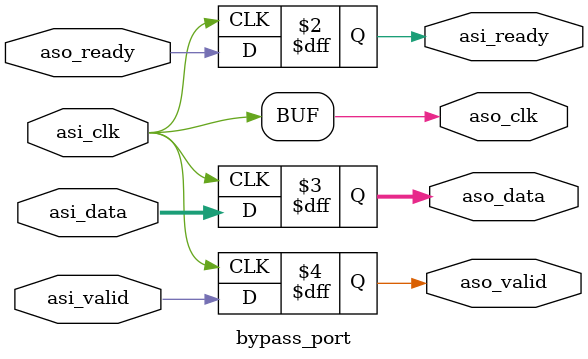
<source format=v>


`timescale 1 ns / 1 ns

(* altera_attribute = "-name IP_TOOL_NAME altera_avalon_data_pattern_checker; -name IP_TOOL_VERSION 13.0" *)

module altera_avalon_data_pattern_checker
#(  
    // ------------------------------------------------
    // Parameters
    // ------------------------------------------------
    parameter ST_DATA_W             = 40, 
    parameter NUM_CYCLES_FOR_LOCK   = 40,
    parameter ST_TO_MM_SYNC_DEPTH   = 2,
    parameter MM_TO_ST_SYNC_DEPTH   = 2,
    parameter BYPASS_ENABLED        = 1'b0,
    parameter AVALON_ENABLED        = 1'b1,
    parameter FREQ_CNTER_ENABLED    = 1'b0
)
(
    input reset,
    
    // Avalon-MM slave
    input               avs_clk,
    input      [2 : 0]  avs_address,
    input               avs_write,
    input               avs_read,
    input      [3 : 0]  avs_byteenable,
    input      [31: 0]  avs_writedata,
    output reg [31: 0]  avs_readdata,

    // Avalon-ST sink
    input                   asi_clk,
    input [ST_DATA_W-1 : 0] asi_data,
    input                   asi_valid,
    output                  asi_ready,
    
    //Avalon-ST souce
    output                      aso_clk,
    output     [ST_DATA_W-1 :0] aso_data,  
    output                      aso_valid,
    input                       aso_ready
);

    // ------------------------------------------------
    // Local Paramters
    // ------------------------------------------------
    localparam NUM_PATTERNS = 9;
    localparam SYMBOLS_PER_BEAT = 4;
    localparam BITS_PER_SYMBOL = ST_DATA_W / SYMBOLS_PER_BEAT;
    localparam COUNTER_WIDTH = 64;

    localparam ENABLE_ADDR          = 0;
    localparam PATTERN_SET_ADDR     = 1;
    localparam COUNTER_CONTROL_ADDR = 2;
    localparam BITS_COUNTER_L_ADDR  = 3;  
    localparam BITS_COUNTER_H_ADDR  = 4;
    localparam ERROR_COUNTER_L_ADDR = 5;
    localparam ERROR_COUNTER_H_ADDR = 6;
    localparam CLOCK_SENSOR_ADDR    = 7;

    localparam ENABLE_BIT              = 0;
    localparam BYPASS_BIT              = 2;
    localparam SNAP_COUNTER_BIT        = 0;
    localparam RESET_COUNTER_BIT       = 1;
    localparam RESET_CLOCK_RUNNING_BIT = 0;

    localparam SEL_PRBS_7    = 'b1;
    localparam SEL_PRBS_15   = 'b10;
    localparam SEL_PRBS_23   = 'b100;
    localparam SEL_PRBS_31   = 'b1000;
    localparam SEL_HIGH_FREQ = 'b10000;
    localparam SEL_LOW_FREQ  = 'b100000;
    localparam SEL_CRPAT     = 'b1000000;
    localparam SEL_CJTPAT    = 'b10000000;
    localparam SEL_CUSTOM    = 'b100000000;

    localparam ST_IDLE                 = 'b0;
    localparam ST_GET_LOCK             = 'b1;
    localparam ST_COUNT                = 'h2;

    // ------------------------------------------------
    // Internal Signals
    // ------------------------------------------------
    wire [ST_DATA_W-1:0]            asi_data_filtered;
    reg [8:0]                       pattern_select /* synthesis ALTERA_ATTRIBUTE = "SUPPRESS_DA_RULE_INTERNAL=D101" */;
    reg                             enable_register;
    reg                             bypass_enabled_register;
   
    wire                            locked;
    wire                            enable_register_sync; // sync to asi_clk
    wire                            enabled_sync;         // sync to avs_clk
    wire                            locked_sync;          // sync to avs_clk
    wire                            aso_ready_sync;
    wire                            asi_valid_sync;
    reg [1:0]                       state;
    // TODO - how large should this register be?
    // should be log 2 of NUM_CYCLES_FOR_LOCK
    reg [7:0]                       consecutive_counter;
    wire [COUNTER_WIDTH-1:0]        bits_counter;
    reg  [COUNTER_WIDTH-1:0]        error_counter;
    wire [COUNTER_WIDTH-1:0]        bits_snapped_counter;
    wire [COUNTER_WIDTH-1:0]        error_snapped_counter;
    wire                            snap;
    wire                            counter_valid;
    wire                            reset_counter;
    reg                             reset_counter_reg;
    wire                            reset_counter_now;

    reg                             clock_sensor /* synthesis ALTERA_ATTRIBUTE = "SUPPRESS_DA_RULE_INTERNAL=D101" */;
    wire                            reset_clock_sensor;
    reg                             reset_clock_sensor_reg;
    wire                            reset_clock_sensor_now;

    wire                            ones_counter_sclr;
    wire                            ones_counter_input_valid;
    wire                            ones_counter_output_valid;
    wire [7 : 0]                    ones_counter_output_data; // expanded for the ones_counter to count upto 128-bit
    wire [ST_DATA_W-1 : 0]          error_vector;

    reg                             asi_valid_delayed;
    reg  [ST_DATA_W-1 : 0]          expected_data;
    wire [ST_DATA_W-1 : 0]          prbs_in;
    reg	 [ST_DATA_W-1 : 0]          buffered_data;

    wire                            update_prbs_expt_data;
    wire                            update_hflf_expt_data;
    wire                            reset_sync;

    // ------------------------------------------------
    // Avalon-MM Slave
    // ------------------------------------------------
    always @(posedge avs_clk or posedge reset) begin
      if (reset) begin
        avs_readdata <= 'b0;
        pattern_select <= 'b1;
        enable_register <= 'b0;
      end else begin
        if (avs_read) begin
            avs_readdata <= 'b0;
            case (avs_address)
                ENABLE_ADDR: begin
                  if (avs_byteenable[0]) begin
                      avs_readdata[0] <= enabled_sync;
                      avs_readdata[1] <= locked_sync & enable_register;
                      avs_readdata[2] <= BYPASS_ENABLED ? 1'b1 : 1'b0;
                      avs_readdata[3] <= AVALON_ENABLED ? 1'b1 : 1'b0;
                      avs_readdata[4] <= AVALON_ENABLED ? aso_ready_sync : 1'b0;
                      avs_readdata[5] <= AVALON_ENABLED ? asi_valid_sync : 1'b0;
                      avs_readdata[6] <= FREQ_CNTER_ENABLED ? 1'b1 : 1'b0;
                  end
                end
                PATTERN_SET_ADDR: begin
                  if (avs_byteenable[0]) begin
                      avs_readdata[7:0] <= pattern_select[7:0];
                  end
                  if (avs_byteenable[1]) begin
                      avs_readdata[8] <= pattern_select[8];
                  end
                end
                COUNTER_CONTROL_ADDR: begin
                  if (avs_byteenable[1]) begin
                      avs_readdata[8] <= counter_valid;
                  end
                end
                BITS_COUNTER_L_ADDR: begin
                  if (avs_byteenable[0]) begin
                      avs_readdata[7:0] <= bits_snapped_counter[7:0];
                  end
                  if (avs_byteenable[1]) begin
                      avs_readdata[15:8] <= bits_snapped_counter[15:8];
                  end
                  if (avs_byteenable[2]) begin
                      avs_readdata[23:16] <= bits_snapped_counter[23:16];
                  end
                  if (avs_byteenable[3]) begin
                      avs_readdata[31:24] <= bits_snapped_counter[31:24];
                  end
                end
                BITS_COUNTER_H_ADDR: begin
                  if (avs_byteenable[0]) begin
                      avs_readdata[7:0] <= bits_snapped_counter[39:32];
                  end
                  if (avs_byteenable[1]) begin
                      avs_readdata[15:8] <= bits_snapped_counter[47:40];
                  end
                  if (avs_byteenable[2]) begin
                      avs_readdata[23:16] <= bits_snapped_counter[55:48];
                  end
                  if (avs_byteenable[3]) begin
                      avs_readdata[31:24] <= bits_snapped_counter[63:56];
                  end
                end
                ERROR_COUNTER_L_ADDR: begin
                  if (avs_byteenable[0]) begin
                      avs_readdata[7:0] <= error_snapped_counter[7:0];
                  end
                  if (avs_byteenable[1]) begin
                      avs_readdata[15:8] <= error_snapped_counter[15:8];
                  end
                  if (avs_byteenable[2]) begin
                      avs_readdata[23:16] <= error_snapped_counter[23:16];
                  end
                  if (avs_byteenable[3]) begin
                      avs_readdata[31:24] <= error_snapped_counter[31:24];
                  end
                end
                ERROR_COUNTER_H_ADDR: begin
                  if (avs_byteenable[0]) begin
                      avs_readdata[7:0] <= error_snapped_counter[39:32];
                  end
                  if (avs_byteenable[1]) begin
                      avs_readdata[15:8] <= error_snapped_counter[47:40];
                  end
                  if (avs_byteenable[2]) begin
                      avs_readdata[23:16] <= error_snapped_counter[55:48];
                  end
                  if (avs_byteenable[3]) begin
                      avs_readdata[31:24] <= error_snapped_counter[63:56];
                  end
                end
                CLOCK_SENSOR_ADDR: begin
                  if (avs_byteenable[0]) begin
                      avs_readdata[1] <= clock_sensor;
                  end
                end
                default: begin
                end
            endcase
        end // end read if block
        else if (avs_write) begin
            if (enable_register) begin
                // In the middle of a transfer, only the stopping generation
                // and counter operations are accepted.  Pattern switching is
                // ignored. 
                
                // counter operations are handled below as they are not
                // actually stored.
                if (avs_address == ENABLE_ADDR) begin
                    //if custom pattern is select, prevent the user from start
                    //the checker
                  if (avs_byteenable[0] && (pattern_select != SEL_CUSTOM)) begin
                      enable_register <= avs_writedata[ENABLE_BIT];
                  end
                end
            end else begin
                case (avs_address) 
                    ENABLE_ADDR: begin
                      if (avs_byteenable[0] && (pattern_select != SEL_CUSTOM)) begin
                          enable_register <= avs_writedata[ENABLE_BIT];
                      end
                    end
                    PATTERN_SET_ADDR: begin
                      if (avs_byteenable[0]) begin
                          pattern_select[7:0] <= avs_writedata[7:0];
                      end
                      if (avs_byteenable[1]) begin
                          pattern_select[8] <= avs_writedata[8];
                      end
                    end
                    default: begin
                        // All the counter registers are read only
                        // Counter reset and snap logic is handled below.
                    end
                endcase
            end
        end // end write if block
      end // end else
    end //end always block

    // ------------------------------------------------
    // Counter snapping logic with proper clock crossing
    // ------------------------------------------------
    assign snap = avs_write && (avs_address == COUNTER_CONTROL_ADDR) &&
                  avs_byteenable[0] && avs_writedata[SNAP_COUNTER_BIT];

    assign reset_counter = avs_write && (avs_address == COUNTER_CONTROL_ADDR) &&
                           avs_byteenable[0] && avs_writedata[RESET_COUNTER_BIT];

    snap_handshake_clock_crosser
    #(
        .DATA_WIDTH              (2*COUNTER_WIDTH),
        .DATA_TO_CTRL_SYNC_DEPTH (ST_TO_MM_SYNC_DEPTH),
        .CTRL_TO_DATA_SYNC_DEPTH (MM_TO_ST_SYNC_DEPTH)
     ) snapper (
        .reset    (reset),
        .clr      (reset_counter),
        .ctrl_clk (avs_clk),
        .data_clk (asi_clk),
        .snap     (snap), 
        .din      ({bits_counter, error_counter}),
        .dout     ({bits_snapped_counter, error_snapped_counter}),
        .valid    (counter_valid)
    );

    generate
        if ( (ST_TO_MM_SYNC_DEPTH==0) && (MM_TO_ST_SYNC_DEPTH==0) ) begin
            assign locked_sync = locked;
            assign enable_register_sync = enable_register;
            assign enabled_sync = enable_register_sync;
            assign aso_ready_sync = aso_ready;
            assign asi_valid_sync = asi_valid;
        end else begin
            altera_std_synchronizer #(
                .depth   (ST_TO_MM_SYNC_DEPTH)
            ) locked_synchronizer (
                .clk     (avs_clk),
                .reset_n (~reset),
                .din     (locked),
                .dout    (locked_sync)
            );
            
            altera_std_synchronizer #(
                .depth   (MM_TO_ST_SYNC_DEPTH)
            ) enable_register_synchronizer (
                .clk     (asi_clk),
                .reset_n (~reset),
                .din     (enable_register),
                .dout    (enable_register_sync)
            );
            
            altera_std_synchronizer #(
                .depth   (MM_TO_ST_SYNC_DEPTH)
            ) enabled_synchronizer (
                .clk     (avs_clk),
                .reset_n (~reset),
                .din     (enable_register_sync),
                .dout    (enabled_sync)
            );

            altera_std_synchronizer #(
                .depth   (MM_TO_ST_SYNC_DEPTH)
            ) ready_synchronizer (
                .clk     (avs_clk),
                .reset_n (~reset),
                .din     (aso_ready),
                .dout    (aso_ready_sync)
            );
            
            altera_std_synchronizer #(
                .depth   (MM_TO_ST_SYNC_DEPTH)
            ) valid_synchronizer (
                .clk     (avs_clk),
                .reset_n (~reset),
                .din     (asi_valid),
                .dout    (asi_valid_sync)
            );
        end
    endgenerate

    // ------------------------------------------------
    // Clock sensing logic
    // ------------------------------------------------
    assign reset_clock_sensor = avs_write && (avs_address == CLOCK_SENSOR_ADDR) &&
                                avs_byteenable[0] && avs_writedata[RESET_CLOCK_RUNNING_BIT];

    generate
        if ( (ST_TO_MM_SYNC_DEPTH==0) && (MM_TO_ST_SYNC_DEPTH==0) ) begin
            assign reset_clock_sensor_now = reset | reset_clock_sensor;
            assign reset_sync = reset;
        end else begin
            // Synchronize the reset_clock_sensor signal
            always @ (posedge avs_clk or posedge reset) begin
                if (reset) begin
                    reset_clock_sensor_reg <= 1'b0;
                end else begin
                    reset_clock_sensor_reg <= reset_clock_sensor;
                end
            end
        
            // reset_clock_sensor_reg is synchronous to avs_clk but is asynchronous to asi_clk
            altera_reset_controller
            #(
                .NUM_RESET_INPUTS        (2),
                .OUTPUT_RESET_SYNC_EDGES ("deassert"),
                .SYNC_DEPTH              (MM_TO_ST_SYNC_DEPTH)
            ) clock_sensor_reset_controller (
                .clk        (asi_clk),
                .reset_in0  (reset),
                .reset_in1  (reset_clock_sensor_reg),
                .reset_in2  (),
                .reset_in3  (),
                .reset_in4  (),
                .reset_in5  (),
                .reset_in6  (),
                .reset_in7  (),
                .reset_in8  (),
                .reset_in9  (),
                .reset_in10 (),
                .reset_in11 (),
                .reset_in12 (),
                .reset_in13 (),
                .reset_in14 (),
                .reset_in15 (),
                .reset_out  (reset_clock_sensor_now)
            );
           
            altera_reset_synchronizer
            #(
                .DEPTH              (MM_TO_ST_SYNC_DEPTH)
            ) asi_reset_controller (
                .clk        (asi_clk),
                .reset_in  (reset),
                .reset_out  (reset_sync)
            );

        end
    endgenerate

    always @ (posedge asi_clk or posedge reset_clock_sensor_now) begin
        if (reset_clock_sensor_now) begin
            clock_sensor <= 1'b0;
        end else begin
            clock_sensor <= 1'b1;
        end
    end

    /// ------------------------------------------------
    // Avalon-ST Source (By pass interface) 
    // ------------------------------------------------
    // Bypass signals when the interface exists
    generate
        if ( BYPASS_ENABLED ) begin
            if ( AVALON_ENABLED ) begin
                bypass_port #(
                    .DATA_W     (ST_DATA_W)
                ) bypass_port_1 (
                    .asi_clk    (asi_clk),
                    .asi_data   (asi_data),
                    .asi_valid  (asi_valid),
                    .asi_ready  (asi_ready),
    
                    .aso_clk    (aso_clk),
                    .aso_data   (aso_data),  
                    .aso_valid  (aso_valid),
                    .aso_ready  (aso_ready)
                ); 
            end else begin
                bypass_port #(
                    .DATA_W     (ST_DATA_W)
                ) bypass_port_2 (
                    .asi_clk    (asi_clk),
                    .asi_data   (asi_data),
                    .asi_valid  (),
                    .asi_ready  (),
    
                    .aso_clk    (aso_clk),
                    .aso_data   (aso_data),  
                    .aso_valid  (),
                    .aso_ready  ()
                );
                assign aso_valid = 1'b0;
                assign asi_ready = 1'b1;
            end
        end else begin
            assign asi_ready = AVALON_ENABLED ? enable_register_sync : 1'b1;
            assign aso_clk = 'b0;
            assign aso_data = 'b0;
            assign aso_valid = 'b0;
        end
    endgenerate

    // ------------------------------------------------
    // Avalon-ST Sink
    // ------------------------------------------------
    assign locked = (state == ST_COUNT);
    genvar i;
    generate 
        if ( AVALON_ENABLED ) begin
            assign asi_data_filtered = asi_data;
        end else begin
            for ( i = 0; i < ST_DATA_W; i = i +1 ) begin : data_flip
                assign asi_data_filtered[ST_DATA_W-1-i] = asi_data[i];
            end
        end
    endgenerate

    always @(posedge asi_clk or posedge reset_sync) begin
        if (reset_sync) begin
            asi_valid_delayed <= 'b0;
	    	buffered_data <= 'b0;
        end else begin
            //if conduit interface is used, set asi_valid_delayed to 1
            buffered_data <= asi_data_filtered;
            asi_valid_delayed <= AVALON_ENABLED ? asi_valid : 1'b1;
        end
    end

    // Checker logic
    always @(posedge asi_clk or posedge reset_sync) begin
        if (reset_sync) begin
            state <= ST_IDLE;
            consecutive_counter <= 'b0;
        end else begin
            case (state)
                ST_IDLE: begin
                    consecutive_counter <= 'b0;
                    if (enable_register_sync == 1'b1) begin
                        state <= ST_GET_LOCK;
                    end
                end
                ST_GET_LOCK: begin
                    // consecutive counter is used to count correct cycles in this state
                    if (asi_valid_delayed) begin // this component is always ready in this state
						// all zeros is never a correct data, check here to prevent PRBS using it as seed
                        if (buffered_data == expected_data && ~(~|buffered_data))  begin
			                consecutive_counter <= consecutive_counter + 1'b1;
                            if (consecutive_counter >= NUM_CYCLES_FOR_LOCK-1) begin
                                consecutive_counter <= 'b0;
                                state <= ST_COUNT;
                            end
                        end else begin
                            // valid in data does not match.  reset counter.
                            consecutive_counter <= 'b0;
                        end
                    end
                end
                ST_COUNT: begin
                    // consecutive counter is used to count INcorrect cycles in this state
                    if (asi_valid_delayed) begin
                       if (buffered_data == expected_data) begin
                           // yay, we're correct!
                           consecutive_counter <= 'b0;
                       end else begin
                           // not correct
                           // increase consective counter, check for losing
                           // lock, increase error counter
                           consecutive_counter <= consecutive_counter + 1'b1;
                           if (consecutive_counter >= NUM_CYCLES_FOR_LOCK-1) begin
                               consecutive_counter <= 'b0;
                               state <= ST_GET_LOCK;
                           end
                       end // end if ST_DATA_W
                    end // end if asi_valid_delayed
                end
            endcase
            if (~enable_register_sync) begin
                state <= ST_IDLE;
                consecutive_counter <= 'b0;
            end
        end // end reset
    end // end always block
    
    generate
        if ( (ST_TO_MM_SYNC_DEPTH==0) && (MM_TO_ST_SYNC_DEPTH==0) ) begin
            assign reset_counter_now = reset | reset_counter;
        end else begin
            // Synchronize the reset_counter signal
            always @ (posedge avs_clk or posedge reset) begin
                if (reset) begin
                    reset_counter_reg <= 1'b0;
                end else begin
                    reset_counter_reg <= reset_counter;
                end
            end
        
            // reset_counter_reg is synchronous to avs_clk but is asynchronous to asi_clk
            altera_reset_controller
            #(
                .NUM_RESET_INPUTS        (2),
                .OUTPUT_RESET_SYNC_EDGES ("deassert"),
                .SYNC_DEPTH              (MM_TO_ST_SYNC_DEPTH)
            ) counter_reset_controller (
                .clk        (asi_clk),
                .reset_in0  (reset),
                .reset_in1  (reset_counter_reg),
                .reset_in2  (),
                .reset_in3  (),
                .reset_in4  (),
                .reset_in5  (),
                .reset_in6  (),
                .reset_in7  (),
                .reset_in8  (),
                .reset_in9  (),
                .reset_in10 (),
                .reset_in11 (),
                .reset_in12 (),
                .reset_in13 (),
                .reset_in14 (),
                .reset_in15 (),
                .reset_out  (reset_counter_now)
            );
        end
    endgenerate

    // the ones counter instatiation
    assign error_vector = buffered_data ^ expected_data;
    assign ones_counter_input_valid = (state == ST_COUNT) & asi_valid_delayed;
    // async asseration, synchronized desasseration

    ones_counter #(
        .ST_DATA_W (ST_DATA_W)
    ) my_ones_counter (
        .clk       (asi_clk),
        .reset     (reset_counter_now),
        .sclr      (),
        .in_data   (error_vector),
        .in_valid  (ones_counter_input_valid),
        .out_valid (ones_counter_output_valid),
        .out_data  (ones_counter_output_data)
    );

    // bits and error counting
    generate
        // 40-bit
        if (ST_DATA_W == 40) begin
            reg [63:3] bits_counter_reg;
            always @(posedge asi_clk or posedge reset_counter_now) begin
                if (reset_counter_now) begin
                    bits_counter_reg[63:3] <= 'b0;
                    error_counter <= 'b0;
                end else begin
                    if (ones_counter_output_valid) begin
                        bits_counter_reg[63:3] <= bits_counter_reg[63:3] + 'b101; // +40, this is to prevent inferred latch warning
                        error_counter <= error_counter + ones_counter_output_data;
                    end
                end
            end // end always
            assign bits_counter = {bits_counter_reg, 3'b0};
        // 32-bit
        end else if (ST_DATA_W == 32) begin
            reg [63:5] bits_counter_reg;
            always @(posedge asi_clk or posedge reset_counter_now) begin
                if (reset_counter_now) begin
                    bits_counter_reg[63:5] <= 'b0;
                    error_counter <= 'b0;
                end else begin
                    if (ones_counter_output_valid) begin
                        bits_counter_reg[63:5] <= bits_counter_reg[63:5] + 'b1; // +32, this is to prevent inferred latch warning 
                        error_counter <= error_counter + ones_counter_output_data;
                    end
                end
            end // end always
            assign bits_counter = {bits_counter_reg, 5'b0};
        end else if (ST_DATA_W == 64) begin
            reg [63:6] bits_counter_reg;
            always @(posedge asi_clk or posedge reset_counter_now) begin
                if (reset_counter_now) begin
                    bits_counter_reg[63:6] <= 'b0;
                    error_counter <= 'b0;
                end else begin
                    if (ones_counter_output_valid) begin
                        bits_counter_reg[63:6] <= bits_counter_reg[63:6] + 'b1; // +64, this is to prevent inferred latch warning 
                        error_counter <= error_counter + ones_counter_output_data;
                    end
                end
            end // end always		
            assign bits_counter = {bits_counter_reg, 6'b0};
		  end else if (ST_DATA_W == 66) begin
            reg [63:1] bits_counter_reg;
            always @(posedge asi_clk or posedge reset_counter_now) begin
                if (reset_counter_now) begin
                    bits_counter_reg[63:1] <= 'b0;
                    error_counter <= 'b0;
                end else begin
                    if (ones_counter_output_valid) begin
                        bits_counter_reg[63:1] <= bits_counter_reg[63:1] + 'b100_001; // +66, this is to prevent inferred latch warning 
                        error_counter <= error_counter + ones_counter_output_data;
                    end
                end
            end // end always
            assign bits_counter = {bits_counter_reg, 1'b0};
		  end else if (ST_DATA_W == 80) begin
            reg [63:4] bits_counter_reg;
            always @(posedge asi_clk or posedge reset_counter_now) begin
                if (reset_counter_now) begin
                    bits_counter_reg[63:4] <= 'b0;
                    error_counter <= 'b0;
                end else begin
                    if (ones_counter_output_valid) begin
                        bits_counter_reg[63:4] <= bits_counter_reg[63:4] + 'b101; // +80, this is to prevent inferred latch warning 
                        error_counter <= error_counter + ones_counter_output_data;
                    end
                end
            end // end always	
            assign bits_counter = {bits_counter_reg, 4'b0};
		end else if	(ST_DATA_W == 128) begin
            reg [63:7] bits_counter_reg;
            always @(posedge asi_clk or posedge reset_counter_now) begin 
                if (reset_counter_now) begin
                    bits_counter_reg[63:7] <= 'b0;
                    error_counter <= 'b0;
                end else begin
                    if (ones_counter_output_valid) begin
                        bits_counter_reg[63:7] <= bits_counter_reg[63:7] + 'b1; // +128, this is to prevent inferred latch warning 
                        error_counter <= error_counter + ones_counter_output_data;
                    end
                end
            end // end always 		
            assign bits_counter = {bits_counter_reg, 7'b0};
		end else if (ST_DATA_W == 50) begin
            reg [63:1] bits_counter_reg;
            always @(posedge asi_clk or posedge reset_counter_now) begin
                if (reset_counter_now) begin
                    bits_counter_reg[63:1] <= 'b0;
                    error_counter <= 'b0;
                end else begin
                    if (ones_counter_output_valid) begin
                        bits_counter_reg[63:1] <= bits_counter_reg[63:1] + 'b11_001; // +50, this is to prevent inferred latch warning 
                        error_counter <= error_counter + ones_counter_output_data;
                    end
                end
            end // end always		
            assign bits_counter = {bits_counter_reg, 1'b0};
		end
    endgenerate

    // nextdata 

    // if we are in the get lock phase, use the input data to calculate
    // the next PRBS
    // if we are in the counting phase
    // use the current expected data to calculate the next expected data
    // this can prevent error propagating to the next data
    assign prbs_in = (state == ST_GET_LOCK) ? buffered_data : expected_data;

    // In avalon mode, update the expected data when the ST interface is ready
    // In conduit mode, update when the checker is enabled
    assign update_prbs_expt_data = AVALON_ENABLED ? (asi_valid_delayed & asi_ready ) : enable_register;

    assign update_hflf_expt_data = update_prbs_expt_data & (state == ST_GET_LOCK) & (buffered_data != expected_data);

    generate
        if (ST_DATA_W == 32) begin
            always @(posedge asi_clk or posedge reset_sync) begin
                if (reset_sync) begin
                    expected_data <= 'b0;
                end else begin
                       // pattern_select does not need to be synchronized to asi_clk
                       // because the value does not change when the component is enabled
						case (pattern_select)
							SEL_HIGH_FREQ: begin
                        		if( update_hflf_expt_data ) begin
                                   if ( buffered_data == 32'hAAAA_AAAA | buffered_data == 32'h5555_5555) begin
										expected_data <= buffered_data;
                                   end else begin
										expected_data <= 'b0;
								   end
								end
							end
							SEL_LOW_FREQ: begin
							// calculate the expected data only when a new set of data came 
							// and we are not in the locked state	
				    			if( update_hflf_expt_data ) begin
                                    if( buffered_data == 32'hF0F0_F0F0 | buffered_data == 32'hE1E1_E1E1 | buffered_data == 32'hC3C3_C3C3 |
									    buffered_data == 32'h8787_8787 | buffered_data == 32'h0F0F_0F0F | buffered_data == 32'h1E1E_1E1E |
                                        buffered_data == 32'h3C3C_3C3C | buffered_data == 32'h7878_7878 ) begin
                                        expected_data <= buffered_data;
                                    end else begin
										expected_data <= 'b0;
									end
                                end
							end
							SEL_PRBS_7 : begin
                            // PRBS 2^7-1 (T[7,6]) (parallel 32-bit serializer)
                                if ( update_prbs_expt_data) begin
                                     expected_data[0]  <= prbs_in[2] ^ prbs_in[3] ^ prbs_in[4] ^ prbs_in[6] ;
                                     expected_data[1]  <= prbs_in[0] ^ prbs_in[3] ^ prbs_in[4] ^ prbs_in[5] ^ prbs_in[6];
                                     expected_data[2]  <= prbs_in[0] ^ prbs_in[1] ^ prbs_in[4] ^ prbs_in[5] ;
                                     expected_data[3]  <= prbs_in[1] ^ prbs_in[2] ^ prbs_in[5] ^ prbs_in[6] ;
                                     expected_data[4]  <= prbs_in[0] ^ prbs_in[2] ^ prbs_in[3];
                                     expected_data[5]  <= prbs_in[1] ^ prbs_in[3] ^ prbs_in[4];
                                     expected_data[6]  <= prbs_in[2] ^ prbs_in[4] ^ prbs_in[5];
                                     expected_data[7]  <= prbs_in[3] ^ prbs_in[5] ^ prbs_in[6];
                                     expected_data[8]  <= prbs_in[0] ^ prbs_in[4] ;
                                     expected_data[9]  <= prbs_in[1] ^ prbs_in[5] ;
                                     expected_data[10] <= prbs_in[2] ^ prbs_in[6] ;
                                     expected_data[11] <= prbs_in[0] ^ prbs_in[3] ^ prbs_in[6] ;
                                     expected_data[12] <= prbs_in[0] ^ prbs_in[1] ^ prbs_in[4] ^ prbs_in[6] ;
                                     expected_data[13] <= prbs_in[0] ^ prbs_in[1] ^ prbs_in[2] ^ prbs_in[5] ^ prbs_in[6];
                                     expected_data[14] <= prbs_in[0] ^ prbs_in[1] ^ prbs_in[2] ^ prbs_in[3] ;
                                     expected_data[15] <= prbs_in[1] ^ prbs_in[2] ^ prbs_in[3] ^ prbs_in[4] ;
                                     expected_data[16] <= prbs_in[2] ^ prbs_in[3] ^ prbs_in[4] ^ prbs_in[5] ;
                                     expected_data[17] <= prbs_in[3] ^ prbs_in[4] ^ prbs_in[5] ^ prbs_in[6] ;
                                     expected_data[18] <= prbs_in[0] ^ prbs_in[4] ^ prbs_in[5] ;
                                     expected_data[19] <= prbs_in[1] ^ prbs_in[5] ^ prbs_in[6] ;
                                     expected_data[20] <= prbs_in[0] ^ prbs_in[2] ;
                                     expected_data[21] <= prbs_in[1] ^ prbs_in[3] ;
                                     expected_data[22] <= prbs_in[2] ^ prbs_in[4] ;
                                     expected_data[23] <= prbs_in[3] ^ prbs_in[5] ;
                                     expected_data[24] <= prbs_in[4] ^ prbs_in[6] ;
                                     expected_data[25] <= prbs_in[0] ^ prbs_in[5] ^ prbs_in[6];
                                     expected_data[26] <= prbs_in[0] ^ prbs_in[1] ;
                                     expected_data[27] <= prbs_in[1] ^ prbs_in[2] ;
                                     expected_data[28] <= prbs_in[2] ^ prbs_in[3] ;
                                     expected_data[29] <= prbs_in[3] ^ prbs_in[4] ;
                                     expected_data[30] <= prbs_in[4] ^ prbs_in[5] ;
                                     expected_data[31] <= prbs_in[5] ^ prbs_in[6] ;
                                end
                            end
							SEL_PRBS_15 : begin
                            // PRBS 2^15 (T[15, 14]) (parallel 32-bit serializer)
                                if ( update_prbs_expt_data ) begin
                                     expected_data[0]  <= prbs_in[10] ^ prbs_in[11] ^ prbs_in[12] ^ prbs_in[13] ;
                                     expected_data[1]  <= prbs_in[11] ^ prbs_in[12] ^ prbs_in[13] ^ prbs_in[14] ;
                                     expected_data[2]  <= prbs_in[0]  ^ prbs_in[12] ^ prbs_in[13] ;
                                     expected_data[3]  <= prbs_in[1]  ^ prbs_in[13] ^ prbs_in[14] ;
                                     expected_data[4]  <= prbs_in[0]  ^ prbs_in[2]  ;
                                     expected_data[5]  <= prbs_in[1]  ^ prbs_in[3]  ;
                                     expected_data[6]  <= prbs_in[2]  ^ prbs_in[4]  ;
                                     expected_data[7]  <= prbs_in[3]  ^ prbs_in[5]  ;
                                     expected_data[8]  <= prbs_in[4]  ^ prbs_in[6]  ;
                                     expected_data[9]  <= prbs_in[5]  ^ prbs_in[7]  ;
                                     expected_data[10] <= prbs_in[6]  ^ prbs_in[8]  ;
                                     expected_data[11] <= prbs_in[7]  ^ prbs_in[9]  ;
                                     expected_data[12] <= prbs_in[8]  ^ prbs_in[10] ;
                                     expected_data[13] <= prbs_in[9]  ^ prbs_in[11] ;
                                     expected_data[14] <= prbs_in[10] ^ prbs_in[12] ;
                                     expected_data[15] <= prbs_in[11] ^ prbs_in[13] ;
                                     expected_data[16] <= prbs_in[12] ^ prbs_in[14] ;
                                     expected_data[17] <= prbs_in[0]  ^ prbs_in[13] ^ prbs_in[14] ;
                                     expected_data[18] <= prbs_in[0]  ^ prbs_in[1]  ;
                                     expected_data[19] <= prbs_in[1]  ^ prbs_in[2]  ;
                                     expected_data[20] <= prbs_in[2]  ^ prbs_in[3]  ;
                                     expected_data[21] <= prbs_in[3]  ^ prbs_in[4]  ;
                                     expected_data[22] <= prbs_in[4]  ^ prbs_in[5]  ;
                                     expected_data[23] <= prbs_in[5]  ^ prbs_in[6]  ;
                                     expected_data[24] <= prbs_in[6]  ^ prbs_in[7]  ;
                                     expected_data[25] <= prbs_in[7]  ^ prbs_in[8]  ;
                                     expected_data[26] <= prbs_in[8]  ^ prbs_in[9]  ;
                                     expected_data[27] <= prbs_in[9]  ^ prbs_in[10] ;
                                     expected_data[28] <= prbs_in[10] ^ prbs_in[11] ;
                                     expected_data[29] <= prbs_in[11] ^ prbs_in[12] ;
                                     expected_data[30] <= prbs_in[12] ^ prbs_in[13] ;
                                     expected_data[31] <= prbs_in[13] ^ prbs_in[14] ;
                                end
                            end
							SEL_PRBS_23 : begin
                            // PRBS 2^23-1 (T[23,18]) (parallel 32-bit serializer)
                                  if ( update_prbs_expt_data ) begin
                                     expected_data[0]  <= prbs_in[4]  ^ prbs_in[14] ;
                                     expected_data[1]  <= prbs_in[5]  ^ prbs_in[15] ;
                                     expected_data[2]  <= prbs_in[6]  ^ prbs_in[16] ;
                                     expected_data[3]  <= prbs_in[7]  ^ prbs_in[17] ;
                                     expected_data[4]  <= prbs_in[8]  ^ prbs_in[18] ;
                                     expected_data[5]  <= prbs_in[9]  ^ prbs_in[19] ;
                                     expected_data[6]  <= prbs_in[10] ^ prbs_in[20] ;
                                     expected_data[7]  <= prbs_in[11] ^ prbs_in[21] ;
                                     expected_data[8]  <= prbs_in[12] ^ prbs_in[22] ;
                                     expected_data[9]  <= prbs_in[0]  ^ prbs_in[13] ^ prbs_in[18] ;
                                     expected_data[10] <= prbs_in[1]  ^ prbs_in[14] ^ prbs_in[19] ;
                                     expected_data[11] <= prbs_in[2]  ^ prbs_in[15] ^ prbs_in[20] ;
                                     expected_data[12] <= prbs_in[3]  ^ prbs_in[16] ^ prbs_in[21] ;
                                     expected_data[13] <= prbs_in[4]  ^ prbs_in[17] ^ prbs_in[22] ;
                                     expected_data[14] <= prbs_in[0]  ^ prbs_in[5]  ;
                                     expected_data[15] <= prbs_in[1]  ^ prbs_in[6]  ;
                                     expected_data[16] <= prbs_in[2]  ^ prbs_in[7]  ;
                                     expected_data[17] <= prbs_in[3]  ^ prbs_in[8]  ;
                                     expected_data[18] <= prbs_in[4]  ^ prbs_in[9]  ;
                                     expected_data[19] <= prbs_in[5]  ^ prbs_in[10] ;
                                     expected_data[20] <= prbs_in[6]  ^ prbs_in[11] ;
                                     expected_data[21] <= prbs_in[7]  ^ prbs_in[12] ;
                                     expected_data[22] <= prbs_in[8]  ^ prbs_in[13] ;
                                     expected_data[23] <= prbs_in[9]  ^ prbs_in[14] ;
                                     expected_data[24] <= prbs_in[10] ^ prbs_in[15] ;
                                     expected_data[25] <= prbs_in[11] ^ prbs_in[16] ;
                                     expected_data[26] <= prbs_in[12] ^ prbs_in[17] ;
                                     expected_data[27] <= prbs_in[13] ^ prbs_in[18] ;
                                     expected_data[28] <= prbs_in[14] ^ prbs_in[19] ;
                                     expected_data[29] <= prbs_in[15] ^ prbs_in[20] ;
                                     expected_data[30] <= prbs_in[16] ^ prbs_in[21] ;
                                     expected_data[31] <= prbs_in[17] ^ prbs_in[22] ;
                                 end
                            end
							SEL_PRBS_31 : begin
                            // PRBS 2^31-1 (T[31,28]) (parallel 32-bit serializer)
                                if ( update_prbs_expt_data) begin 
                                    expected_data[0]  <= prbs_in[24] ^ prbs_in[30] ;
                                     expected_data[1]  <= prbs_in[0]  ^ prbs_in[25] ^ prbs_in[28] ;
                                     expected_data[2]  <= prbs_in[1]  ^ prbs_in[26] ^ prbs_in[29] ;
                                     expected_data[3]  <= prbs_in[2]  ^ prbs_in[27] ^ prbs_in[30] ;
                                     expected_data[4]  <= prbs_in[0]  ^ prbs_in[3]  ;
                                     expected_data[5]  <= prbs_in[1]  ^ prbs_in[4]  ;
                                     expected_data[6]  <= prbs_in[2]  ^ prbs_in[5]  ;
                                     expected_data[7]  <= prbs_in[3]  ^ prbs_in[6]  ;
                                     expected_data[8]  <= prbs_in[4]  ^ prbs_in[7]  ;
                                     expected_data[9]  <= prbs_in[5]  ^ prbs_in[8]  ;
                                     expected_data[10] <= prbs_in[6]  ^ prbs_in[9]  ;
                                     expected_data[11] <= prbs_in[7]  ^ prbs_in[10] ;
                                     expected_data[12] <= prbs_in[8]  ^ prbs_in[11] ;
                                     expected_data[13] <= prbs_in[9]  ^ prbs_in[12] ;
                                     expected_data[14] <= prbs_in[10] ^ prbs_in[13] ;
                                     expected_data[15] <= prbs_in[11] ^ prbs_in[14] ;
                                     expected_data[16] <= prbs_in[12] ^ prbs_in[15] ;
                                     expected_data[17] <= prbs_in[13] ^ prbs_in[16] ;
                                     expected_data[18] <= prbs_in[14] ^ prbs_in[17] ;
                                     expected_data[19] <= prbs_in[15] ^ prbs_in[18] ;
                                     expected_data[20] <= prbs_in[16] ^ prbs_in[19] ;
                                     expected_data[21] <= prbs_in[17] ^ prbs_in[20] ;
                                     expected_data[22] <= prbs_in[18] ^ prbs_in[21] ;
                                     expected_data[23] <= prbs_in[19] ^ prbs_in[22] ;
                                     expected_data[24] <= prbs_in[20] ^ prbs_in[23] ;
                                     expected_data[25] <= prbs_in[21] ^ prbs_in[24] ;
                                     expected_data[26] <= prbs_in[22] ^ prbs_in[25] ;
                                     expected_data[27] <= prbs_in[23] ^ prbs_in[26] ;
                                     expected_data[28] <= prbs_in[24] ^ prbs_in[27] ;
                                     expected_data[29] <= prbs_in[25] ^ prbs_in[28] ;
                                     expected_data[30] <= prbs_in[26] ^ prbs_in[29] ;
                                     expected_data[31] <= prbs_in[27] ^ prbs_in[30] ;
                                end
                            end
							default: begin
								expected_data <= expected_data;
							end
                      endcase
                end // end else
            end // end always
        end
		if (ST_DATA_W == 40) begin
             always @(posedge asi_clk or posedge reset_sync) begin
                if (reset_sync) begin
                    expected_data <= 'b0;
                end else begin
                       // pattern_select does not need to be synchronized to asi_clk
                       // because the value does not change when the component is enabled
                       case (pattern_select)
							SEL_HIGH_FREQ: begin
                        		if( update_hflf_expt_data ) begin
                                   if ( buffered_data == 40'h55_5555_5555 | buffered_data == 40'hAA_AAAA_AAAA) begin
										expected_data <= buffered_data;
                                   end else begin
										expected_data <= 'b0;
								   end
								end
							end
							SEL_LOW_FREQ: begin
							// calculate the expected data only when a new set of data came 
							// and we are not in the locked state	
				    			if( update_hflf_expt_data ) begin
                                    if( buffered_data == 40'h7C1F07C1F0 | buffered_data == 40'h3E0F83E0F8 | buffered_data == 40'h1F07C1F07C |
									    buffered_data == 40'h0F83E0F83E | buffered_data == 40'h07C1F07C1F | buffered_data == 40'h83E0F83E0F |
                                        buffered_data == 40'hC1F07C1F07 | buffered_data == 40'hE0F83E0F83 | buffered_data == 40'hF07C1F07C1 |
										buffered_data == 40'hF83E0F83E0) begin
                                        expected_data <= buffered_data;
                                    end else begin
										expected_data <= 'b0;
									end
                                end
							end	
							SEL_PRBS_7 : begin
								// PRBS 2^7-1 (T[7,6]) (parallel 40-bit serializer)
                                if ( update_prbs_expt_data) begin
                                     expected_data[0]  <= prbs_in[0] ^ prbs_in[3] ^ prbs_in[4] ^ prbs_in[5] ;
                                     expected_data[1]  <= prbs_in[1] ^ prbs_in[4] ^ prbs_in[5] ^ prbs_in[6] ;
                                     expected_data[2]  <= prbs_in[0] ^ prbs_in[2] ^ prbs_in[5] ;
                                     expected_data[3]  <= prbs_in[1] ^ prbs_in[3] ^ prbs_in[6] ;
                                     expected_data[4]  <= prbs_in[0] ^ prbs_in[2] ^ prbs_in[4] ^ prbs_in[6] ;
                                     expected_data[5]  <= prbs_in[0] ^ prbs_in[1] ^ prbs_in[3] ^ prbs_in[5] ^ prbs_in[6] ;
                                     expected_data[6]  <= prbs_in[0] ^ prbs_in[1] ^ prbs_in[2] ^ prbs_in[4] ;
                                     expected_data[7]  <= prbs_in[1] ^ prbs_in[2] ^ prbs_in[3] ^ prbs_in[5] ;
                                     expected_data[8]  <= prbs_in[2] ^ prbs_in[3] ^ prbs_in[4] ^ prbs_in[6] ;
                                     expected_data[9]  <= prbs_in[0] ^ prbs_in[3] ^ prbs_in[4] ^ prbs_in[5] ^ prbs_in[6] ;
                                     expected_data[10] <= prbs_in[0] ^ prbs_in[1] ^ prbs_in[4] ^ prbs_in[5] ;
                                     expected_data[11] <= prbs_in[1] ^ prbs_in[2] ^ prbs_in[5] ^ prbs_in[6] ;
                                     expected_data[12] <= prbs_in[0] ^ prbs_in[2] ^ prbs_in[3] ;
                                     expected_data[13] <= prbs_in[1] ^ prbs_in[3] ^ prbs_in[4] ;
                                     expected_data[14] <= prbs_in[2] ^ prbs_in[4] ^ prbs_in[5] ;
                                     expected_data[15] <= prbs_in[3] ^ prbs_in[5] ^ prbs_in[6] ;
                                     expected_data[16] <= prbs_in[0] ^ prbs_in[4] ;
                                     expected_data[17] <= prbs_in[1] ^ prbs_in[5] ;
                                     expected_data[18] <= prbs_in[2] ^ prbs_in[6] ;
                                     expected_data[19] <= prbs_in[0] ^ prbs_in[3] ^ prbs_in[6] ;
                                     expected_data[20] <= prbs_in[0] ^ prbs_in[1] ^ prbs_in[4] ^ prbs_in[6] ;
                                     expected_data[21] <= prbs_in[0] ^ prbs_in[1] ^ prbs_in[2] ^ prbs_in[5] ^ prbs_in[6] ;
                                     expected_data[22] <= prbs_in[0] ^ prbs_in[1] ^ prbs_in[2] ^ prbs_in[3] ;
                                     expected_data[23] <= prbs_in[1] ^ prbs_in[2] ^ prbs_in[3] ^ prbs_in[4] ;
                                     expected_data[24] <= prbs_in[2] ^ prbs_in[3] ^ prbs_in[4] ^ prbs_in[5] ;
                                     expected_data[25] <= prbs_in[3] ^ prbs_in[4] ^ prbs_in[5] ^ prbs_in[6] ;
                                     expected_data[26] <= prbs_in[0] ^ prbs_in[4] ^ prbs_in[5] ;
                                     expected_data[27] <= prbs_in[1] ^ prbs_in[5] ^ prbs_in[6] ;
                                     expected_data[28] <= prbs_in[0] ^ prbs_in[2] ;
                                     expected_data[29] <= prbs_in[1] ^ prbs_in[3] ;
                                     expected_data[30] <= prbs_in[2] ^ prbs_in[4] ;
                                     expected_data[31] <= prbs_in[3] ^ prbs_in[5] ;
                                     expected_data[32] <= prbs_in[4] ^ prbs_in[6] ;
                                     expected_data[33] <= prbs_in[0] ^ prbs_in[5] ^ prbs_in[6] ;
                                     expected_data[34] <= prbs_in[0] ^ prbs_in[1] ;
                                     expected_data[35] <= prbs_in[1] ^ prbs_in[2] ;
                                     expected_data[36] <= prbs_in[2] ^ prbs_in[3] ;
                                     expected_data[37] <= prbs_in[3] ^ prbs_in[4] ;
                                     expected_data[38] <= prbs_in[4] ^ prbs_in[5] ;
                                     expected_data[39] <= prbs_in[5] ^ prbs_in[6] ;				
                                 end
							end
							SEL_PRBS_15 : begin
								// PRBS 2^15 (T[15, 14]) (parallel 40-bit serializer)
                                if ( update_prbs_expt_data) begin
                                     expected_data[0]  <= prbs_in[2]  ^ prbs_in[3]  ^ prbs_in[4]  ^ prbs_in[5]  ;
                                     expected_data[1]  <= prbs_in[3]  ^ prbs_in[4]  ^ prbs_in[5]  ^ prbs_in[6]  ;
                                     expected_data[2]  <= prbs_in[4]  ^ prbs_in[5]  ^ prbs_in[6]  ^ prbs_in[7]  ;
                                     expected_data[3]  <= prbs_in[5]  ^ prbs_in[6]  ^ prbs_in[7]  ^ prbs_in[8]  ;
                                     expected_data[4]  <= prbs_in[6]  ^ prbs_in[7]  ^ prbs_in[8]  ^ prbs_in[9]  ;
                                     expected_data[5]  <= prbs_in[7]  ^ prbs_in[8]  ^ prbs_in[9]  ^ prbs_in[10] ;
                                     expected_data[6]  <= prbs_in[8]  ^ prbs_in[9]  ^ prbs_in[10] ^ prbs_in[11] ;
                                     expected_data[7]  <= prbs_in[9]  ^ prbs_in[10] ^ prbs_in[11] ^ prbs_in[12] ;
                                     expected_data[8]  <= prbs_in[10] ^ prbs_in[11] ^ prbs_in[12] ^ prbs_in[13] ;
                                     expected_data[9]  <= prbs_in[11] ^ prbs_in[12] ^ prbs_in[13] ^ prbs_in[14] ;
                                     expected_data[10] <= prbs_in[0]  ^ prbs_in[12] ^ prbs_in[13] ;
                                     expected_data[11] <= prbs_in[1]  ^ prbs_in[13] ^ prbs_in[14] ;
                                     expected_data[12] <= prbs_in[0]  ^ prbs_in[2]  ;
                                     expected_data[13] <= prbs_in[1]  ^ prbs_in[3]  ;
                                     expected_data[14] <= prbs_in[2]  ^ prbs_in[4]  ;
                                     expected_data[15] <= prbs_in[3]  ^ prbs_in[5]  ;
                                     expected_data[16] <= prbs_in[4]  ^ prbs_in[6]  ;
                                     expected_data[17] <= prbs_in[5]  ^ prbs_in[7]  ;
                                     expected_data[18] <= prbs_in[6]  ^ prbs_in[8]  ;
                                     expected_data[19] <= prbs_in[7]  ^ prbs_in[9]  ;
                                     expected_data[20] <= prbs_in[8]  ^ prbs_in[10] ;
                                     expected_data[21] <= prbs_in[9]  ^ prbs_in[11] ;
                                     expected_data[22] <= prbs_in[10] ^ prbs_in[12] ;
                                     expected_data[23] <= prbs_in[11] ^ prbs_in[13] ;
                                     expected_data[24] <= prbs_in[12] ^ prbs_in[14] ;
                                     expected_data[25] <= prbs_in[0]  ^ prbs_in[13] ^ prbs_in[14] ;
                                     expected_data[26] <= prbs_in[0]  ^ prbs_in[1]  ;
                                     expected_data[27] <= prbs_in[1]  ^ prbs_in[2]  ;
                                     expected_data[28] <= prbs_in[2]  ^ prbs_in[3]  ;
                                     expected_data[29] <= prbs_in[3]  ^ prbs_in[4]  ;
                                     expected_data[30] <= prbs_in[4]  ^ prbs_in[5]  ;
                                     expected_data[31] <= prbs_in[5]  ^ prbs_in[6]  ;
                                     expected_data[32] <= prbs_in[6]  ^ prbs_in[7]  ;
                                     expected_data[33] <= prbs_in[7]  ^ prbs_in[8]  ;
                                     expected_data[34] <= prbs_in[8]  ^ prbs_in[9]  ;
                                     expected_data[35] <= prbs_in[9]  ^ prbs_in[10] ;
                                     expected_data[36] <= prbs_in[10] ^ prbs_in[11] ;
                                     expected_data[37] <= prbs_in[11] ^ prbs_in[12] ;
                                     expected_data[38] <= prbs_in[12] ^ prbs_in[13] ;
                                     expected_data[39] <= prbs_in[13] ^ prbs_in[14] ;
                                 end
							end
							SEL_PRBS_23 : begin
								// PRBS 2^23-1 (T[23,18]) (parallel 40-bit serializer)
							    if ( update_prbs_expt_data) begin	
                                     expected_data[0]  <= prbs_in[6]  ^ prbs_in[14] ^ prbs_in[19] ;
                                     expected_data[1]  <= prbs_in[7]  ^ prbs_in[15] ^ prbs_in[20] ;
                                     expected_data[2]  <= prbs_in[8]  ^ prbs_in[16] ^ prbs_in[21] ;
                                     expected_data[3]  <= prbs_in[9]  ^ prbs_in[17] ^ prbs_in[22] ;
                                     expected_data[4]  <= prbs_in[0]  ^ prbs_in[10] ;
                                     expected_data[5]  <= prbs_in[1]  ^ prbs_in[11] ;
                                     expected_data[6]  <= prbs_in[2]  ^ prbs_in[12] ;
                                     expected_data[7]  <= prbs_in[3]  ^ prbs_in[13] ;
                                     expected_data[8]  <= prbs_in[4]  ^ prbs_in[14] ;
                                     expected_data[9]  <= prbs_in[5]  ^ prbs_in[15] ;
                                     expected_data[10] <= prbs_in[6]  ^ prbs_in[16] ;
                                     expected_data[11] <= prbs_in[7]  ^ prbs_in[17] ;
                                     expected_data[12] <= prbs_in[8]  ^ prbs_in[18] ;
                                     expected_data[13] <= prbs_in[9]  ^ prbs_in[19] ;
                                     expected_data[14] <= prbs_in[10] ^ prbs_in[20] ;
                                     expected_data[15] <= prbs_in[11] ^ prbs_in[21] ;
                                     expected_data[16] <= prbs_in[12] ^ prbs_in[22] ;
                                     expected_data[17] <= prbs_in[0]  ^ prbs_in[13] ^ prbs_in[18] ;
                                     expected_data[18] <= prbs_in[1]  ^ prbs_in[14] ^ prbs_in[19] ;
                                     expected_data[19] <= prbs_in[2]  ^ prbs_in[15] ^ prbs_in[20] ;
                                     expected_data[20] <= prbs_in[3]  ^ prbs_in[16] ^ prbs_in[21] ;
                                     expected_data[21] <= prbs_in[4]  ^ prbs_in[17] ^ prbs_in[22] ;
                                     expected_data[22] <= prbs_in[0]  ^ prbs_in[5]  ;
                                     expected_data[23] <= prbs_in[1]  ^ prbs_in[6]  ;
                                     expected_data[24] <= prbs_in[2]  ^ prbs_in[7]  ;
                                     expected_data[25] <= prbs_in[3]  ^ prbs_in[8]  ;
                                     expected_data[26] <= prbs_in[4]  ^ prbs_in[9]  ;
                                     expected_data[27] <= prbs_in[5]  ^ prbs_in[10] ;
                                     expected_data[28] <= prbs_in[6]  ^ prbs_in[11] ;
                                     expected_data[29] <= prbs_in[7]  ^ prbs_in[12] ;
                                     expected_data[30] <= prbs_in[8]  ^ prbs_in[13] ;
                                     expected_data[31] <= prbs_in[9]  ^ prbs_in[14] ;
                                     expected_data[32] <= prbs_in[10] ^ prbs_in[15] ;
                                     expected_data[33] <= prbs_in[11] ^ prbs_in[16] ;
                                     expected_data[34] <= prbs_in[12] ^ prbs_in[17] ;
                                     expected_data[35] <= prbs_in[13] ^ prbs_in[18] ;
                                     expected_data[36] <= prbs_in[14] ^ prbs_in[19] ;
                                     expected_data[37] <= prbs_in[15] ^ prbs_in[20] ;
                                     expected_data[38] <= prbs_in[16] ^ prbs_in[21] ;
                                     expected_data[39] <= prbs_in[17] ^ prbs_in[22] ;
                                end
							end
							SEL_PRBS_31 : begin
                            // PRBS 2^31-1 (T[31,28]) (parallel 40-bit serializer)
                                if ( update_prbs_expt_data) begin 
                                     expected_data[0]  <= prbs_in[16] ^ prbs_in[22] ;
                                     expected_data[1]  <= prbs_in[17] ^ prbs_in[23] ;
                                     expected_data[2]  <= prbs_in[18] ^ prbs_in[24] ;
                                     expected_data[3]  <= prbs_in[19] ^ prbs_in[25] ;
                                     expected_data[4]  <= prbs_in[20] ^ prbs_in[26] ;
                                     expected_data[5]  <= prbs_in[21] ^ prbs_in[27] ;
                                     expected_data[6]  <= prbs_in[22] ^ prbs_in[28] ;
                                     expected_data[7]  <= prbs_in[23] ^ prbs_in[29] ;
                                     expected_data[8]  <= prbs_in[24] ^ prbs_in[30] ;
                                     expected_data[9]  <= prbs_in[0]  ^ prbs_in[25] ^ prbs_in[28] ;
                                     expected_data[10] <= prbs_in[1]  ^ prbs_in[26] ^ prbs_in[29] ;
                                     expected_data[11] <= prbs_in[2]  ^ prbs_in[27] ^ prbs_in[30] ;
                                     expected_data[12] <= prbs_in[0]  ^ prbs_in[3]  ;
                                     expected_data[13] <= prbs_in[1]  ^ prbs_in[4]  ;
                                     expected_data[14] <= prbs_in[2]  ^ prbs_in[5]  ;
                                     expected_data[15] <= prbs_in[3]  ^ prbs_in[6]  ;
                                     expected_data[16] <= prbs_in[4]  ^ prbs_in[7]  ;
                                     expected_data[17] <= prbs_in[5]  ^ prbs_in[8]  ;
                                     expected_data[18] <= prbs_in[6]  ^ prbs_in[9]  ;
                                     expected_data[19] <= prbs_in[7]  ^ prbs_in[10] ;
                                     expected_data[20] <= prbs_in[8]  ^ prbs_in[11] ;
                                     expected_data[21] <= prbs_in[9]  ^ prbs_in[12] ;
                                     expected_data[22] <= prbs_in[10] ^ prbs_in[13] ;
                                     expected_data[23] <= prbs_in[11] ^ prbs_in[14] ;
                                     expected_data[24] <= prbs_in[12] ^ prbs_in[15] ;
                                     expected_data[25] <= prbs_in[13] ^ prbs_in[16] ;
                                     expected_data[26] <= prbs_in[14] ^ prbs_in[17] ;
                                     expected_data[27] <= prbs_in[15] ^ prbs_in[18] ;
                                     expected_data[28] <= prbs_in[16] ^ prbs_in[19] ;
                                     expected_data[29] <= prbs_in[17] ^ prbs_in[20] ;
                                     expected_data[30] <= prbs_in[18] ^ prbs_in[21] ;
                                     expected_data[31] <= prbs_in[19] ^ prbs_in[22] ;
                                     expected_data[32] <= prbs_in[20] ^ prbs_in[23] ;
                                     expected_data[33] <= prbs_in[21] ^ prbs_in[24] ;
                                     expected_data[34] <= prbs_in[22] ^ prbs_in[25] ;
                                     expected_data[35] <= prbs_in[23] ^ prbs_in[26] ;
                                     expected_data[36] <= prbs_in[24] ^ prbs_in[27] ;
                                     expected_data[37] <= prbs_in[25] ^ prbs_in[28] ;
                                     expected_data[38] <= prbs_in[26] ^ prbs_in[29] ;
                                     expected_data[39] <= prbs_in[27] ^ prbs_in[30] ;
                                end
                            end
                        default: begin
                            expected_data <= expected_data;
                        end
                      endcase
                end // end else
            end // end always
        end 
		if (ST_DATA_W == 50) begin
		       always @(posedge asi_clk or posedge reset_sync) begin
                if (reset_sync) begin
                    expected_data <= 'b0;
                end else begin
                       // pattern_select does not need to be synchronized to asi_clk
                       // because the value does not change when the component is enabled
                       case (pattern_select)
							SEL_HIGH_FREQ: begin
								if ( update_hflf_expt_data) begin
                                    if ( buffered_data == 50'h2_AAAA_AAAA_AAAA | buffered_data ==  50'h1_5555_5555_5555) begin
                                        expected_data <= buffered_data;
                                    end else begin
                                        expected_data <= 'b0;
                                    end
								end
							end
						    SEL_LOW_FREQ: begin
									if ( update_hflf_expt_data) begin
										if(buffered_data == 50'h1F07C1F07C1F0 	|| buffered_data == 50'hF83E0F83E0F8
										|| buffered_data == 50'h7C1F07C1F07C 	|| buffered_data == 50'h3E0F83E0F83E
										|| buffered_data == 50'h1F07C1F07C1F 	|| buffered_data == 50'h20F83E0F83E0F
										|| buffered_data == 50'h307C1F07C1F07 	|| buffered_data == 50'h383E0F83E0F83
										|| buffered_data == 50'h3C1F07C1F07C1	|| buffered_data == 50'h3_E0F8_3E0F_83E0) begin
											expected_data <= buffered_data;
										end else
                                            expected_data <= 0;
									end
							end
							SEL_PRBS_7 : begin
                            // prbs_in 2^7-1 (T[7,6]) (parallel 50-bit serializer)
                                if ( update_prbs_expt_data ) begin 
                                     expected_data[0] <=  prbs_in[4] ^ prbs_in[5] ^ prbs_in[6] ; 
                                     expected_data[1] <=  prbs_in[0] ^ prbs_in[5] ; 
                                     expected_data[2] <=  prbs_in[1] ^ prbs_in[6] ; 
                                     expected_data[3] <=  prbs_in[0] ^ prbs_in[2] ^ prbs_in[6] ; 
                                     expected_data[4] <=  prbs_in[0] ^ prbs_in[1] ^ prbs_in[3] ^ prbs_in[6] ; 
                                     expected_data[5] <=  prbs_in[0] ^ prbs_in[1] ^ prbs_in[2] ^ prbs_in[4] ^ prbs_in[6] ; 
                                     expected_data[6] <=  prbs_in[0] ^ prbs_in[1] ^ prbs_in[2] ^ prbs_in[3] ^ prbs_in[5] ^ prbs_in[6] ; 
                                     expected_data[7] <=  prbs_in[0] ^ prbs_in[1] ^ prbs_in[2] ^ prbs_in[3] ^ prbs_in[4] ; 
                                     expected_data[8] <=  prbs_in[1] ^ prbs_in[2] ^ prbs_in[3] ^ prbs_in[4] ^ prbs_in[5] ; 
                                     expected_data[9] <=  prbs_in[2] ^ prbs_in[3] ^ prbs_in[4] ^ prbs_in[5] ^ prbs_in[6] ; 
                                     expected_data[10] <=  prbs_in[0] ^ prbs_in[3] ^ prbs_in[4] ^ prbs_in[5] ; 
                                     expected_data[11] <=  prbs_in[1] ^ prbs_in[4] ^ prbs_in[5] ^ prbs_in[6] ; 
                                     expected_data[12] <=  prbs_in[0] ^ prbs_in[2] ^ prbs_in[5] ; 
                                     expected_data[13] <=  prbs_in[1] ^ prbs_in[3] ^ prbs_in[6] ; 
                                     expected_data[14] <=  prbs_in[0] ^ prbs_in[2] ^ prbs_in[4] ^ prbs_in[6] ; 
                                     expected_data[15] <=  prbs_in[0] ^ prbs_in[1] ^ prbs_in[3] ^ prbs_in[5] ^ prbs_in[6] ; 
                                     expected_data[16] <=  prbs_in[0] ^ prbs_in[1] ^ prbs_in[2] ^ prbs_in[4] ; 
                                     expected_data[17] <=  prbs_in[1] ^ prbs_in[2] ^ prbs_in[3] ^ prbs_in[5] ; 
                                     expected_data[18] <=  prbs_in[2] ^ prbs_in[3] ^ prbs_in[4] ^ prbs_in[6] ; 
                                     expected_data[19] <=  prbs_in[0] ^ prbs_in[3] ^ prbs_in[4] ^ prbs_in[5] ^ prbs_in[6] ; 
                                     expected_data[20] <=  prbs_in[0] ^ prbs_in[1] ^ prbs_in[4] ^ prbs_in[5] ; 
                                     expected_data[21] <=  prbs_in[1] ^ prbs_in[2] ^ prbs_in[5] ^ prbs_in[6] ; 
                                     expected_data[22] <=  prbs_in[0] ^ prbs_in[2] ^ prbs_in[3] ; 
                                     expected_data[23] <=  prbs_in[1] ^ prbs_in[3] ^ prbs_in[4] ; 
                                     expected_data[24] <=  prbs_in[2] ^ prbs_in[4] ^ prbs_in[5] ; 
                                     expected_data[25] <=  prbs_in[3] ^ prbs_in[5] ^ prbs_in[6] ; 
                                     expected_data[26] <=  prbs_in[0] ^ prbs_in[4] ; 
                                     expected_data[27] <=  prbs_in[1] ^ prbs_in[5] ; 
                                     expected_data[28] <=  prbs_in[2] ^ prbs_in[6] ; 
                                     expected_data[29] <=  prbs_in[0] ^ prbs_in[3] ^ prbs_in[6] ; 
                                     expected_data[30] <=  prbs_in[0] ^ prbs_in[1] ^ prbs_in[4] ^ prbs_in[6] ; 
                                     expected_data[31] <=  prbs_in[0] ^ prbs_in[1] ^ prbs_in[2] ^ prbs_in[5] ^ prbs_in[6] ; 
                                     expected_data[32] <=  prbs_in[0] ^ prbs_in[1] ^ prbs_in[2] ^ prbs_in[3] ; 
                                     expected_data[33] <=  prbs_in[1] ^ prbs_in[2] ^ prbs_in[3] ^ prbs_in[4] ; 
                                     expected_data[34] <=  prbs_in[2] ^ prbs_in[3] ^ prbs_in[4] ^ prbs_in[5] ; 
                                     expected_data[35] <=  prbs_in[3] ^ prbs_in[4] ^ prbs_in[5] ^ prbs_in[6] ; 
                                     expected_data[36] <=  prbs_in[0] ^ prbs_in[4] ^ prbs_in[5] ; 
                                     expected_data[37] <=  prbs_in[1] ^ prbs_in[5] ^ prbs_in[6] ; 
                                     expected_data[38] <=  prbs_in[0] ^ prbs_in[2] ; 
                                     expected_data[39] <=  prbs_in[1] ^ prbs_in[3] ; 
                                     expected_data[40] <=  prbs_in[2] ^ prbs_in[4] ; 
                                     expected_data[41] <=  prbs_in[3] ^ prbs_in[5] ; 
                                     expected_data[42] <=  prbs_in[4] ^ prbs_in[6] ; 
                                     expected_data[43] <=  prbs_in[0] ^ prbs_in[5] ^ prbs_in[6] ; 
                                     expected_data[44] <=  prbs_in[0] ^ prbs_in[1] ; 
                                     expected_data[45] <=  prbs_in[1] ^ prbs_in[2] ; 
                                     expected_data[46] <=  prbs_in[2] ^ prbs_in[3] ; 
                                     expected_data[47] <=  prbs_in[3] ^ prbs_in[4] ; 
                                     expected_data[48] <=  prbs_in[4] ^ prbs_in[5] ; 
                                     expected_data[49] <=  prbs_in[5] ^ prbs_in[6] ; 
                                end
                            end
							SEL_PRBS_15 : begin
                            // prbs_in 2^15 (T[15, 14]) (parallel 50-bit serializer)
                                if ( update_prbs_expt_data ) begin
                                     expected_data[0] <=  prbs_in[6] ^ prbs_in[10] ; 
                                     expected_data[1] <=  prbs_in[7] ^ prbs_in[11] ; 
                                     expected_data[2] <=  prbs_in[8] ^ prbs_in[12] ; 
                                     expected_data[3] <=  prbs_in[9] ^ prbs_in[13] ; 
                                     expected_data[4] <=  prbs_in[10] ^ prbs_in[14] ; 
                                     expected_data[5] <=  prbs_in[0] ^ prbs_in[11] ^ prbs_in[14] ; 
                                     expected_data[6] <=  prbs_in[0] ^ prbs_in[1] ^ prbs_in[12] ^ prbs_in[14] ; 
                                     expected_data[7] <=  prbs_in[0] ^ prbs_in[1] ^ prbs_in[2] ^ prbs_in[13] ^ prbs_in[14] ; 
                                     expected_data[8] <=  prbs_in[0] ^ prbs_in[1] ^ prbs_in[2] ^ prbs_in[3] ; 
                                     expected_data[9] <=  prbs_in[1] ^ prbs_in[2] ^ prbs_in[3] ^ prbs_in[4] ; 
                                     expected_data[10] <=  prbs_in[2] ^ prbs_in[3] ^ prbs_in[4] ^ prbs_in[5] ; 
                                     expected_data[11] <=  prbs_in[3] ^ prbs_in[4] ^ prbs_in[5] ^ prbs_in[6] ; 
                                     expected_data[12] <=  prbs_in[4] ^ prbs_in[5] ^ prbs_in[6] ^ prbs_in[7] ; 
                                     expected_data[13] <=  prbs_in[5] ^ prbs_in[6] ^ prbs_in[7] ^ prbs_in[8] ; 
                                     expected_data[14] <=  prbs_in[6] ^ prbs_in[7] ^ prbs_in[8] ^ prbs_in[9] ; 
                                     expected_data[15] <=  prbs_in[7] ^ prbs_in[8] ^ prbs_in[9] ^ prbs_in[10] ; 
                                     expected_data[16] <=  prbs_in[8] ^ prbs_in[9] ^ prbs_in[10] ^ prbs_in[11] ; 
                                     expected_data[17] <=  prbs_in[9] ^ prbs_in[10] ^ prbs_in[11] ^ prbs_in[12] ; 
                                     expected_data[18] <=  prbs_in[10] ^ prbs_in[11] ^ prbs_in[12] ^ prbs_in[13] ; 
                                     expected_data[19] <=  prbs_in[11] ^ prbs_in[12] ^ prbs_in[13] ^ prbs_in[14] ; 
                                     expected_data[20] <=  prbs_in[0] ^ prbs_in[12] ^ prbs_in[13] ; 
                                     expected_data[21] <=  prbs_in[1] ^ prbs_in[13] ^ prbs_in[14] ; 
                                     expected_data[22] <=  prbs_in[0] ^ prbs_in[2] ; 
                                     expected_data[23] <=  prbs_in[1] ^ prbs_in[3] ; 
                                     expected_data[24] <=  prbs_in[2] ^ prbs_in[4] ; 
                                     expected_data[25] <=  prbs_in[3] ^ prbs_in[5] ; 
                                     expected_data[26] <=  prbs_in[4] ^ prbs_in[6] ; 
                                     expected_data[27] <=  prbs_in[5] ^ prbs_in[7] ; 
                                     expected_data[28] <=  prbs_in[6] ^ prbs_in[8] ; 
                                     expected_data[29] <=  prbs_in[7] ^ prbs_in[9] ; 
                                     expected_data[30] <=  prbs_in[8] ^ prbs_in[10] ; 
                                     expected_data[31] <=  prbs_in[9] ^ prbs_in[11] ; 
                                     expected_data[32] <=  prbs_in[10] ^ prbs_in[12] ; 
                                     expected_data[33] <=  prbs_in[11] ^ prbs_in[13] ; 
                                     expected_data[34] <=  prbs_in[12] ^ prbs_in[14] ; 
                                     expected_data[35] <=  prbs_in[0] ^ prbs_in[13] ^ prbs_in[14] ; 
                                     expected_data[36] <=  prbs_in[0] ^ prbs_in[1] ; 
                                     expected_data[37] <=  prbs_in[1] ^ prbs_in[2] ; 
                                     expected_data[38] <=  prbs_in[2] ^ prbs_in[3] ; 
                                     expected_data[39] <=  prbs_in[3] ^ prbs_in[4] ; 
                                     expected_data[40] <=  prbs_in[4] ^ prbs_in[5] ; 
                                     expected_data[41] <=  prbs_in[5] ^ prbs_in[6] ; 
                                     expected_data[42] <=  prbs_in[6] ^ prbs_in[7] ; 
                                     expected_data[43] <=  prbs_in[7] ^ prbs_in[8] ; 
                                     expected_data[44] <=  prbs_in[8] ^ prbs_in[9] ; 
                                     expected_data[45] <=  prbs_in[9] ^ prbs_in[10] ; 
                                     expected_data[46] <=  prbs_in[10] ^ prbs_in[11] ; 
                                     expected_data[47] <=  prbs_in[11] ^ prbs_in[12] ; 
                                     expected_data[48] <=  prbs_in[12] ^ prbs_in[13] ; 
                                     expected_data[49] <=  prbs_in[13] ^ prbs_in[14] ; 
                                end
                            end
							SEL_PRBS_23 : begin
                            // prbs_in 2^23-1 (T[23,18]) (parallel 50-bit serializer)
                                if ( update_prbs_expt_data ) begin
                                     expected_data[0] <=  prbs_in[4] ^ prbs_in[9] ^ prbs_in[14] ^ prbs_in[19] ; 
                                     expected_data[1] <=  prbs_in[5] ^ prbs_in[10] ^ prbs_in[15] ^ prbs_in[20] ; 
                                     expected_data[2] <=  prbs_in[6] ^ prbs_in[11] ^ prbs_in[16] ^ prbs_in[21] ; 
                                     expected_data[3] <=  prbs_in[7] ^ prbs_in[12] ^ prbs_in[17] ^ prbs_in[22] ; 
                                     expected_data[4] <=  prbs_in[0] ^ prbs_in[8] ^ prbs_in[13] ; 
                                     expected_data[5] <=  prbs_in[1] ^ prbs_in[9] ^ prbs_in[14] ; 
                                     expected_data[6] <=  prbs_in[2] ^ prbs_in[10] ^ prbs_in[15] ; 
                                     expected_data[7] <=  prbs_in[3] ^ prbs_in[11] ^ prbs_in[16] ; 
                                     expected_data[8] <=  prbs_in[4] ^ prbs_in[12] ^ prbs_in[17] ; 
                                     expected_data[9] <=  prbs_in[5] ^ prbs_in[13] ^ prbs_in[18] ; 
                                     expected_data[10] <=  prbs_in[6] ^ prbs_in[14] ^ prbs_in[19] ; 
                                     expected_data[11] <=  prbs_in[7] ^ prbs_in[15] ^ prbs_in[20] ; 
                                     expected_data[12] <=  prbs_in[8] ^ prbs_in[16] ^ prbs_in[21] ; 
                                     expected_data[13] <=  prbs_in[9] ^ prbs_in[17] ^ prbs_in[22] ; 
                                     expected_data[14] <=  prbs_in[0] ^ prbs_in[10] ; 
                                     expected_data[15] <=  prbs_in[1] ^ prbs_in[11] ; 
                                     expected_data[16] <=  prbs_in[2] ^ prbs_in[12] ; 
                                     expected_data[17] <=  prbs_in[3] ^ prbs_in[13] ; 
                                     expected_data[18] <=  prbs_in[4] ^ prbs_in[14] ; 
                                     expected_data[19] <=  prbs_in[5] ^ prbs_in[15] ; 
                                     expected_data[20] <=  prbs_in[6] ^ prbs_in[16] ; 
                                     expected_data[21] <=  prbs_in[7] ^ prbs_in[17] ; 
                                     expected_data[22] <=  prbs_in[8] ^ prbs_in[18] ; 
                                     expected_data[23] <=  prbs_in[9] ^ prbs_in[19] ; 
                                     expected_data[24] <=  prbs_in[10] ^ prbs_in[20] ; 
                                     expected_data[25] <=  prbs_in[11] ^ prbs_in[21] ; 
                                     expected_data[26] <=  prbs_in[12] ^ prbs_in[22] ; 
                                     expected_data[27] <=  prbs_in[0] ^ prbs_in[13] ^ prbs_in[18] ; 
                                     expected_data[28] <=  prbs_in[1] ^ prbs_in[14] ^ prbs_in[19] ; 
                                     expected_data[29] <=  prbs_in[2] ^ prbs_in[15] ^ prbs_in[20] ; 
                                     expected_data[30] <=  prbs_in[3] ^ prbs_in[16] ^ prbs_in[21] ; 
                                     expected_data[31] <=  prbs_in[4] ^ prbs_in[17] ^ prbs_in[22] ; 
                                     expected_data[32] <=  prbs_in[0] ^ prbs_in[5] ; 
                                     expected_data[33] <=  prbs_in[1] ^ prbs_in[6] ; 
                                     expected_data[34] <=  prbs_in[2] ^ prbs_in[7] ; 
                                     expected_data[35] <=  prbs_in[3] ^ prbs_in[8] ; 
                                     expected_data[36] <=  prbs_in[4] ^ prbs_in[9] ; 
                                     expected_data[37] <=  prbs_in[5] ^ prbs_in[10] ; 
                                     expected_data[38] <=  prbs_in[6] ^ prbs_in[11] ; 
                                     expected_data[39] <=  prbs_in[7] ^ prbs_in[12] ; 
                                     expected_data[40] <=  prbs_in[8] ^ prbs_in[13] ; 
                                     expected_data[41] <=  prbs_in[9] ^ prbs_in[14] ; 
                                     expected_data[42] <=  prbs_in[10] ^ prbs_in[15] ; 
                                     expected_data[43] <=  prbs_in[11] ^ prbs_in[16] ; 
                                     expected_data[44] <=  prbs_in[12] ^ prbs_in[17] ; 
                                     expected_data[45] <=  prbs_in[13] ^ prbs_in[18] ; 
                                     expected_data[46] <=  prbs_in[14] ^ prbs_in[19] ; 
                                     expected_data[47] <=  prbs_in[15] ^ prbs_in[20] ; 
                                     expected_data[48] <=  prbs_in[16] ^ prbs_in[21] ; 
                                     expected_data[49] <=  prbs_in[17] ^ prbs_in[22] ; 
                                end
                            end
							SEL_PRBS_31 : begin
                            // prbs_in 2^31-1 (T[31,28]) (parallel 50-bit serializer)
                                if ( update_prbs_expt_data ) begin 
                                     expected_data[0] <=  prbs_in[6] ^ prbs_in[12] ; 
                                     expected_data[1] <=  prbs_in[7] ^ prbs_in[13] ; 
                                     expected_data[2] <=  prbs_in[8] ^ prbs_in[14] ; 
                                     expected_data[3] <=  prbs_in[9] ^ prbs_in[15] ; 
                                     expected_data[4] <=  prbs_in[10] ^ prbs_in[16] ; 
                                     expected_data[5] <=  prbs_in[11] ^ prbs_in[17] ; 
                                     expected_data[6] <=  prbs_in[12] ^ prbs_in[18] ; 
                                     expected_data[7] <=  prbs_in[13] ^ prbs_in[19] ; 
                                     expected_data[8] <=  prbs_in[14] ^ prbs_in[20] ; 
                                     expected_data[9] <=  prbs_in[15] ^ prbs_in[21] ; 
                                     expected_data[10] <=  prbs_in[16] ^ prbs_in[22] ; 
                                     expected_data[11] <=  prbs_in[17] ^ prbs_in[23] ; 
                                     expected_data[12] <=  prbs_in[18] ^ prbs_in[24] ; 
                                     expected_data[13] <=  prbs_in[19] ^ prbs_in[25] ; 
                                     expected_data[14] <=  prbs_in[20] ^ prbs_in[26] ; 
                                     expected_data[15] <=  prbs_in[21] ^ prbs_in[27] ; 
                                     expected_data[16] <=  prbs_in[22] ^ prbs_in[28] ; 
                                     expected_data[17] <=  prbs_in[23] ^ prbs_in[29] ; 
                                     expected_data[18] <=  prbs_in[24] ^ prbs_in[30] ; 
                                     expected_data[19] <=  prbs_in[0] ^ prbs_in[25] ^ prbs_in[28] ; 
                                     expected_data[20] <=  prbs_in[1] ^ prbs_in[26] ^ prbs_in[29] ; 
                                     expected_data[21] <=  prbs_in[2] ^ prbs_in[27] ^ prbs_in[30] ; 
                                     expected_data[22] <=  prbs_in[0] ^ prbs_in[3] ; 
                                     expected_data[23] <=  prbs_in[1] ^ prbs_in[4] ; 
                                     expected_data[24] <=  prbs_in[2] ^ prbs_in[5] ; 
                                     expected_data[25] <=  prbs_in[3] ^ prbs_in[6] ; 
                                     expected_data[26] <=  prbs_in[4] ^ prbs_in[7] ; 
                                     expected_data[27] <=  prbs_in[5] ^ prbs_in[8] ; 
                                     expected_data[28] <=  prbs_in[6] ^ prbs_in[9] ; 
                                     expected_data[29] <=  prbs_in[7] ^ prbs_in[10] ; 
                                     expected_data[30] <=  prbs_in[8] ^ prbs_in[11] ; 
                                     expected_data[31] <=  prbs_in[9] ^ prbs_in[12] ; 
                                     expected_data[32] <=  prbs_in[10] ^ prbs_in[13] ; 
                                     expected_data[33] <=  prbs_in[11] ^ prbs_in[14] ; 
                                     expected_data[34] <=  prbs_in[12] ^ prbs_in[15] ; 
                                     expected_data[35] <=  prbs_in[13] ^ prbs_in[16] ; 
                                     expected_data[36] <=  prbs_in[14] ^ prbs_in[17] ; 
                                     expected_data[37] <=  prbs_in[15] ^ prbs_in[18] ; 
                                     expected_data[38] <=  prbs_in[16] ^ prbs_in[19] ; 
                                     expected_data[39] <=  prbs_in[17] ^ prbs_in[20] ; 
                                     expected_data[40] <=  prbs_in[18] ^ prbs_in[21] ; 
                                     expected_data[41] <=  prbs_in[19] ^ prbs_in[22] ; 
                                     expected_data[42] <=  prbs_in[20] ^ prbs_in[23] ; 
                                     expected_data[43] <=  prbs_in[21] ^ prbs_in[24] ; 
                                     expected_data[44] <=  prbs_in[22] ^ prbs_in[25] ; 
                                     expected_data[45] <=  prbs_in[23] ^ prbs_in[26] ; 
                                     expected_data[46] <=  prbs_in[24] ^ prbs_in[27] ; 
                                     expected_data[47] <=  prbs_in[25] ^ prbs_in[28] ; 
                                     expected_data[48] <=  prbs_in[26] ^ prbs_in[29] ; 
                                     expected_data[49] <=  prbs_in[27] ^ prbs_in[30] ; 
                                 end
                            end
							default: begin
								expected_data <= expected_data;
							end
                      endcase
                end // end else
            end // end always
        end // end if ST_DATA_W
		if (ST_DATA_W == 64) begin
            always @(posedge asi_clk or posedge reset_sync) begin
                if (reset_sync) begin
                    expected_data <= 'b0;
                end else begin
						// pattern_select does not need to be synchronized to asi_clk
						// because the value does not change when the component is enabled
						case (pattern_select)
							SEL_HIGH_FREQ: begin
								if ( update_hflf_expt_data ) begin
									if(buffered_data == 64'h5555_5555_5555_5555 || buffered_data ==  64'hAAAA_AAAA_AAAA_AAAA) begin
										expected_data <= buffered_data;
									end else begin
										expected_data <= 64'h0;
									end
								end
							end
							SEL_LOW_FREQ: begin
								if ( update_hflf_expt_data) begin
									if (buffered_data == 64'hE1E1_E1E1_E1E1_E1E1 || buffered_data == 64'hC3C3_C3C3_C3C3_C3C3
									|| buffered_data == 64'h8787_8787_8787_8787 || buffered_data == 64'h0F0F_0F0F_0F0F_0F0F
									|| buffered_data == 64'h1E1E_1E1E_1E1E_1E1E || buffered_data == 64'h3C3C_3C3C_3C3C_3C3C
									|| buffered_data == 64'h7878_7878_7878_7878 || buffered_data == 64'hF0F0_F0F0_F0F0_F0F0) begin
										expected_data <= buffered_data;
									end else begin
										expected_data <= 64'h0;
									end
								end
							end
							SEL_PRBS_7 : begin
                            // prbs_in 2^7-1 (T[7,6]) (parallel 64-bit serializer)
                                if ( update_prbs_expt_data ) begin
                                     expected_data[0] <=  prbs_in[2] ^ prbs_in[3] ^ prbs_in[5] ^ prbs_in[6] ; 
                                     expected_data[1] <=  prbs_in[0] ^ prbs_in[3] ^ prbs_in[4] ; 
                                     expected_data[2] <=  prbs_in[1] ^ prbs_in[4] ^ prbs_in[5] ; 
                                     expected_data[3] <=  prbs_in[2] ^ prbs_in[5] ^ prbs_in[6] ; 
                                     expected_data[4] <=  prbs_in[0] ^ prbs_in[3] ; 
                                     expected_data[5] <=  prbs_in[1] ^ prbs_in[4] ; 
                                     expected_data[6] <=  prbs_in[2] ^ prbs_in[5] ; 
                                     expected_data[7] <=  prbs_in[3] ^ prbs_in[6] ; 
                                     expected_data[8] <=  prbs_in[0] ^ prbs_in[4] ^ prbs_in[6] ; 
                                     expected_data[9] <=  prbs_in[0] ^ prbs_in[1] ^ prbs_in[5] ^ prbs_in[6] ; 
                                     expected_data[10] <=  prbs_in[0] ^ prbs_in[1] ^ prbs_in[2] ; 
                                     expected_data[11] <=  prbs_in[1] ^ prbs_in[2] ^ prbs_in[3] ; 
                                     expected_data[12] <=  prbs_in[2] ^ prbs_in[3] ^ prbs_in[4] ; 
                                     expected_data[13] <=  prbs_in[3] ^ prbs_in[4] ^ prbs_in[5] ; 
                                     expected_data[14] <=  prbs_in[4] ^ prbs_in[5] ^ prbs_in[6] ; 
                                     expected_data[15] <=  prbs_in[0] ^ prbs_in[5] ; 
                                     expected_data[16] <=  prbs_in[1] ^ prbs_in[6] ; 
                                     expected_data[17] <=  prbs_in[0] ^ prbs_in[2] ^ prbs_in[6] ; 
                                     expected_data[18] <=  prbs_in[0] ^ prbs_in[1] ^ prbs_in[3] ^ prbs_in[6] ; 
                                     expected_data[19] <=  prbs_in[0] ^ prbs_in[1] ^ prbs_in[2] ^ prbs_in[4] ^ prbs_in[6] ; 
                                     expected_data[20] <=  prbs_in[0] ^ prbs_in[1] ^ prbs_in[2] ^ prbs_in[3] ^ prbs_in[5] ^ prbs_in[6] ; 
                                     expected_data[21] <=  prbs_in[0] ^ prbs_in[1] ^ prbs_in[2] ^ prbs_in[3] ^ prbs_in[4] ; 
                                     expected_data[22] <=  prbs_in[1] ^ prbs_in[2] ^ prbs_in[3] ^ prbs_in[4] ^ prbs_in[5] ; 
                                     expected_data[23] <=  prbs_in[2] ^ prbs_in[3] ^ prbs_in[4] ^ prbs_in[5] ^ prbs_in[6] ; 
                                     expected_data[24] <=  prbs_in[0] ^ prbs_in[3] ^ prbs_in[4] ^ prbs_in[5] ; 
                                     expected_data[25] <=  prbs_in[1] ^ prbs_in[4] ^ prbs_in[5] ^ prbs_in[6] ; 
                                     expected_data[26] <=  prbs_in[0] ^ prbs_in[2] ^ prbs_in[5] ; 
                                     expected_data[27] <=  prbs_in[1] ^ prbs_in[3] ^ prbs_in[6] ; 
                                     expected_data[28] <=  prbs_in[0] ^ prbs_in[2] ^ prbs_in[4] ^ prbs_in[6] ; 
                                     expected_data[29] <=  prbs_in[0] ^ prbs_in[1] ^ prbs_in[3] ^ prbs_in[5] ^ prbs_in[6] ; 
                                     expected_data[30] <=  prbs_in[0] ^ prbs_in[1] ^ prbs_in[2] ^ prbs_in[4] ; 
                                     expected_data[31] <=  prbs_in[1] ^ prbs_in[2] ^ prbs_in[3] ^ prbs_in[5] ; 
                                     expected_data[32] <=  prbs_in[2] ^ prbs_in[3] ^ prbs_in[4] ^ prbs_in[6] ; 
                                     expected_data[33] <=  prbs_in[0] ^ prbs_in[3] ^ prbs_in[4] ^ prbs_in[5] ^ prbs_in[6] ; 
                                     expected_data[34] <=  prbs_in[0] ^ prbs_in[1] ^ prbs_in[4] ^ prbs_in[5] ; 
                                     expected_data[35] <=  prbs_in[1] ^ prbs_in[2] ^ prbs_in[5] ^ prbs_in[6] ; 
                                     expected_data[36] <=  prbs_in[0] ^ prbs_in[2] ^ prbs_in[3] ; 
                                     expected_data[37] <=  prbs_in[1] ^ prbs_in[3] ^ prbs_in[4] ; 
                                     expected_data[38] <=  prbs_in[2] ^ prbs_in[4] ^ prbs_in[5] ; 
                                     expected_data[39] <=  prbs_in[3] ^ prbs_in[5] ^ prbs_in[6] ; 
                                     expected_data[40] <=  prbs_in[0] ^ prbs_in[4] ; 
                                     expected_data[41] <=  prbs_in[1] ^ prbs_in[5] ; 
                                     expected_data[42] <=  prbs_in[2] ^ prbs_in[6] ; 
                                     expected_data[43] <=  prbs_in[0] ^ prbs_in[3] ^ prbs_in[6] ; 
                                     expected_data[44] <=  prbs_in[0] ^ prbs_in[1] ^ prbs_in[4] ^ prbs_in[6] ; 
                                     expected_data[45] <=  prbs_in[0] ^ prbs_in[1] ^ prbs_in[2] ^ prbs_in[5] ^ prbs_in[6] ; 
                                     expected_data[46] <=  prbs_in[0] ^ prbs_in[1] ^ prbs_in[2] ^ prbs_in[3] ; 
                                     expected_data[47] <=  prbs_in[1] ^ prbs_in[2] ^ prbs_in[3] ^ prbs_in[4] ; 
                                     expected_data[48] <=  prbs_in[2] ^ prbs_in[3] ^ prbs_in[4] ^ prbs_in[5] ; 
                                     expected_data[49] <=  prbs_in[3] ^ prbs_in[4] ^ prbs_in[5] ^ prbs_in[6] ; 
                                     expected_data[50] <=  prbs_in[0] ^ prbs_in[4] ^ prbs_in[5] ; 
                                     expected_data[51] <=  prbs_in[1] ^ prbs_in[5] ^ prbs_in[6] ; 
                                     expected_data[52] <=  prbs_in[0] ^ prbs_in[2] ; 
                                     expected_data[53] <=  prbs_in[1] ^ prbs_in[3] ; 
                                     expected_data[54] <=  prbs_in[2] ^ prbs_in[4] ; 
                                     expected_data[55] <=  prbs_in[3] ^ prbs_in[5] ; 
                                     expected_data[56] <=  prbs_in[4] ^ prbs_in[6] ; 
                                     expected_data[57] <=  prbs_in[0] ^ prbs_in[5] ^ prbs_in[6] ; 
                                     expected_data[58] <=  prbs_in[0] ^ prbs_in[1] ; 
                                     expected_data[59] <=  prbs_in[1] ^ prbs_in[2] ; 
                                     expected_data[60] <=  prbs_in[2] ^ prbs_in[3] ; 
                                     expected_data[61] <=  prbs_in[3] ^ prbs_in[4] ; 
                                     expected_data[62] <=  prbs_in[4] ^ prbs_in[5] ; 
                                     expected_data[63] <=  prbs_in[5] ^ prbs_in[6] ; 
                                end
                            end
							SEL_PRBS_15 : begin
                            // prbs_in 2^15 (T[15, 14]) (parallel 64-bit serializer)
                                if ( update_prbs_expt_data ) begin
                                     expected_data[0] <=  prbs_in[6] ^ prbs_in[7] ^ prbs_in[10] ^ prbs_in[11] ; 
                                     expected_data[1] <=  prbs_in[7] ^ prbs_in[8] ^ prbs_in[11] ^ prbs_in[12] ; 
                                     expected_data[2] <=  prbs_in[8] ^ prbs_in[9] ^ prbs_in[12] ^ prbs_in[13] ; 
                                     expected_data[3] <=  prbs_in[9] ^ prbs_in[10] ^ prbs_in[13] ^ prbs_in[14] ; 
                                     expected_data[4] <=  prbs_in[0] ^ prbs_in[10] ^ prbs_in[11] ; 
                                     expected_data[5] <=  prbs_in[1] ^ prbs_in[11] ^ prbs_in[12] ; 
                                     expected_data[6] <=  prbs_in[2] ^ prbs_in[12] ^ prbs_in[13] ; 
                                     expected_data[7] <=  prbs_in[3] ^ prbs_in[13] ^ prbs_in[14] ; 
                                     expected_data[8] <=  prbs_in[0] ^ prbs_in[4] ; 
                                     expected_data[9] <=  prbs_in[1] ^ prbs_in[5] ; 
                                     expected_data[10] <=  prbs_in[2] ^ prbs_in[6] ; 
                                     expected_data[11] <=  prbs_in[3] ^ prbs_in[7] ; 
                                     expected_data[12] <=  prbs_in[4] ^ prbs_in[8] ; 
                                     expected_data[13] <=  prbs_in[5] ^ prbs_in[9] ; 
                                     expected_data[14] <=  prbs_in[6] ^ prbs_in[10] ; 
                                     expected_data[15] <=  prbs_in[7] ^ prbs_in[11] ; 
                                     expected_data[16] <=  prbs_in[8] ^ prbs_in[12] ; 
                                     expected_data[17] <=  prbs_in[9] ^ prbs_in[13] ; 
                                     expected_data[18] <=  prbs_in[10] ^ prbs_in[14] ; 
                                     expected_data[19] <=  prbs_in[0] ^ prbs_in[11] ^ prbs_in[14] ; 
                                     expected_data[20] <=  prbs_in[0] ^ prbs_in[1] ^ prbs_in[12] ^ prbs_in[14] ; 
                                     expected_data[21] <=  prbs_in[0] ^ prbs_in[1] ^ prbs_in[2] ^ prbs_in[13] ^ prbs_in[14] ; 
                                     expected_data[22] <=  prbs_in[0] ^ prbs_in[1] ^ prbs_in[2] ^ prbs_in[3] ; 
                                     expected_data[23] <=  prbs_in[1] ^ prbs_in[2] ^ prbs_in[3] ^ prbs_in[4] ; 
                                     expected_data[24] <=  prbs_in[2] ^ prbs_in[3] ^ prbs_in[4] ^ prbs_in[5] ; 
                                     expected_data[25] <=  prbs_in[3] ^ prbs_in[4] ^ prbs_in[5] ^ prbs_in[6] ; 
                                     expected_data[26] <=  prbs_in[4] ^ prbs_in[5] ^ prbs_in[6] ^ prbs_in[7] ; 
                                     expected_data[27] <=  prbs_in[5] ^ prbs_in[6] ^ prbs_in[7] ^ prbs_in[8] ; 
                                     expected_data[28] <=  prbs_in[6] ^ prbs_in[7] ^ prbs_in[8] ^ prbs_in[9] ; 
                                     expected_data[29] <=  prbs_in[7] ^ prbs_in[8] ^ prbs_in[9] ^ prbs_in[10] ; 
                                     expected_data[30] <=  prbs_in[8] ^ prbs_in[9] ^ prbs_in[10] ^ prbs_in[11] ; 
                                     expected_data[31] <=  prbs_in[9] ^ prbs_in[10] ^ prbs_in[11] ^ prbs_in[12] ; 
                                     expected_data[32] <=  prbs_in[10] ^ prbs_in[11] ^ prbs_in[12] ^ prbs_in[13] ; 
                                     expected_data[33] <=  prbs_in[11] ^ prbs_in[12] ^ prbs_in[13] ^ prbs_in[14] ; 
                                     expected_data[34] <=  prbs_in[0] ^ prbs_in[12] ^ prbs_in[13] ; 
                                     expected_data[35] <=  prbs_in[1] ^ prbs_in[13] ^ prbs_in[14] ; 
                                     expected_data[36] <=  prbs_in[0] ^ prbs_in[2] ; 
                                     expected_data[37] <=  prbs_in[1] ^ prbs_in[3] ; 
                                     expected_data[38] <=  prbs_in[2] ^ prbs_in[4] ; 
                                     expected_data[39] <=  prbs_in[3] ^ prbs_in[5] ; 
                                     expected_data[40] <=  prbs_in[4] ^ prbs_in[6] ; 
                                     expected_data[41] <=  prbs_in[5] ^ prbs_in[7] ; 
                                     expected_data[42] <=  prbs_in[6] ^ prbs_in[8] ; 
                                     expected_data[43] <=  prbs_in[7] ^ prbs_in[9] ; 
                                     expected_data[44] <=  prbs_in[8] ^ prbs_in[10] ; 
                                     expected_data[45] <=  prbs_in[9] ^ prbs_in[11] ; 
                                     expected_data[46] <=  prbs_in[10] ^ prbs_in[12] ; 
                                     expected_data[47] <=  prbs_in[11] ^ prbs_in[13] ; 
                                     expected_data[48] <=  prbs_in[12] ^ prbs_in[14] ; 
                                     expected_data[49] <=  prbs_in[0] ^ prbs_in[13] ^ prbs_in[14] ; 
                                     expected_data[50] <=  prbs_in[0] ^ prbs_in[1] ; 
                                     expected_data[51] <=  prbs_in[1] ^ prbs_in[2] ; 
                                     expected_data[52] <=  prbs_in[2] ^ prbs_in[3] ; 
                                     expected_data[53] <=  prbs_in[3] ^ prbs_in[4] ; 
                                     expected_data[54] <=  prbs_in[4] ^ prbs_in[5] ; 
                                     expected_data[55] <=  prbs_in[5] ^ prbs_in[6] ; 
                                     expected_data[56] <=  prbs_in[6] ^ prbs_in[7] ; 
                                     expected_data[57] <=  prbs_in[7] ^ prbs_in[8] ; 
                                     expected_data[58] <=  prbs_in[8] ^ prbs_in[9] ; 
                                     expected_data[59] <=  prbs_in[9] ^ prbs_in[10] ; 
                                     expected_data[60] <=  prbs_in[10] ^ prbs_in[11] ; 
                                     expected_data[61] <=  prbs_in[11] ^ prbs_in[12] ; 
                                     expected_data[62] <=  prbs_in[12] ^ prbs_in[13] ; 
                                     expected_data[63] <=  prbs_in[13] ^ prbs_in[14] ; 
                                end
                            end
							SEL_PRBS_23 : begin
                            // prbs_in 2^23-1 (T[23,18]) (parallel 64-bit serializer)
                                if ( update_prbs_expt_data ) begin
                                     expected_data[0] <=  prbs_in[0] ^ prbs_in[5] ^ prbs_in[8] ^ prbs_in[18] ; 
                                     expected_data[1] <=  prbs_in[1] ^ prbs_in[6] ^ prbs_in[9] ^ prbs_in[19] ; 
                                     expected_data[2] <=  prbs_in[2] ^ prbs_in[7] ^ prbs_in[10] ^ prbs_in[20] ; 
                                     expected_data[3] <=  prbs_in[3] ^ prbs_in[8] ^ prbs_in[11] ^ prbs_in[21] ; 
                                     expected_data[4] <=  prbs_in[4] ^ prbs_in[9] ^ prbs_in[12] ^ prbs_in[22] ; 
                                     expected_data[5] <=  prbs_in[0] ^ prbs_in[5] ^ prbs_in[10] ^ prbs_in[13] ^ prbs_in[18] ; 
                                     expected_data[6] <=  prbs_in[1] ^ prbs_in[6] ^ prbs_in[11] ^ prbs_in[14] ^ prbs_in[19] ; 
                                     expected_data[7] <=  prbs_in[2] ^ prbs_in[7] ^ prbs_in[12] ^ prbs_in[15] ^ prbs_in[20] ; 
                                     expected_data[8] <=  prbs_in[3] ^ prbs_in[8] ^ prbs_in[13] ^ prbs_in[16] ^ prbs_in[21] ; 
                                     expected_data[9] <=  prbs_in[4] ^ prbs_in[9] ^ prbs_in[14] ^ prbs_in[17] ^ prbs_in[22] ; 
                                     expected_data[10] <=  prbs_in[0] ^ prbs_in[5] ^ prbs_in[10] ^ prbs_in[15] ; 
                                     expected_data[11] <=  prbs_in[1] ^ prbs_in[6] ^ prbs_in[11] ^ prbs_in[16] ; 
                                     expected_data[12] <=  prbs_in[2] ^ prbs_in[7] ^ prbs_in[12] ^ prbs_in[17] ; 
                                     expected_data[13] <=  prbs_in[3] ^ prbs_in[8] ^ prbs_in[13] ^ prbs_in[18] ; 
                                     expected_data[14] <=  prbs_in[4] ^ prbs_in[9] ^ prbs_in[14] ^ prbs_in[19] ; 
                                     expected_data[15] <=  prbs_in[5] ^ prbs_in[10] ^ prbs_in[15] ^ prbs_in[20] ; 
                                     expected_data[16] <=  prbs_in[6] ^ prbs_in[11] ^ prbs_in[16] ^ prbs_in[21] ; 
                                     expected_data[17] <=  prbs_in[7] ^ prbs_in[12] ^ prbs_in[17] ^ prbs_in[22] ; 
                                     expected_data[18] <=  prbs_in[0] ^ prbs_in[8] ^ prbs_in[13] ; 
                                     expected_data[19] <=  prbs_in[1] ^ prbs_in[9] ^ prbs_in[14] ; 
                                     expected_data[20] <=  prbs_in[2] ^ prbs_in[10] ^ prbs_in[15] ; 
                                     expected_data[21] <=  prbs_in[3] ^ prbs_in[11] ^ prbs_in[16] ; 
                                     expected_data[22] <=  prbs_in[4] ^ prbs_in[12] ^ prbs_in[17] ; 
                                     expected_data[23] <=  prbs_in[5] ^ prbs_in[13] ^ prbs_in[18] ; 
                                     expected_data[24] <=  prbs_in[6] ^ prbs_in[14] ^ prbs_in[19] ; 
                                     expected_data[25] <=  prbs_in[7] ^ prbs_in[15] ^ prbs_in[20] ; 
                                     expected_data[26] <=  prbs_in[8] ^ prbs_in[16] ^ prbs_in[21] ; 
                                     expected_data[27] <=  prbs_in[9] ^ prbs_in[17] ^ prbs_in[22] ; 
                                     expected_data[28] <=  prbs_in[0] ^ prbs_in[10] ; 
                                     expected_data[29] <=  prbs_in[1] ^ prbs_in[11] ; 
                                     expected_data[30] <=  prbs_in[2] ^ prbs_in[12] ; 
                                     expected_data[31] <=  prbs_in[3] ^ prbs_in[13] ; 
                                     expected_data[32] <=  prbs_in[4] ^ prbs_in[14] ; 
                                     expected_data[33] <=  prbs_in[5] ^ prbs_in[15] ; 
                                     expected_data[34] <=  prbs_in[6] ^ prbs_in[16] ; 
                                     expected_data[35] <=  prbs_in[7] ^ prbs_in[17] ; 
                                     expected_data[36] <=  prbs_in[8] ^ prbs_in[18] ; 
                                     expected_data[37] <=  prbs_in[9] ^ prbs_in[19] ; 
                                     expected_data[38] <=  prbs_in[10] ^ prbs_in[20] ; 
                                     expected_data[39] <=  prbs_in[11] ^ prbs_in[21] ; 
                                     expected_data[40] <=  prbs_in[12] ^ prbs_in[22] ; 
                                     expected_data[41] <=  prbs_in[0] ^ prbs_in[13] ^ prbs_in[18] ; 
                                     expected_data[42] <=  prbs_in[1] ^ prbs_in[14] ^ prbs_in[19] ; 
                                     expected_data[43] <=  prbs_in[2] ^ prbs_in[15] ^ prbs_in[20] ; 
                                     expected_data[44] <=  prbs_in[3] ^ prbs_in[16] ^ prbs_in[21] ; 
                                     expected_data[45] <=  prbs_in[4] ^ prbs_in[17] ^ prbs_in[22] ; 
                                     expected_data[46] <=  prbs_in[0] ^ prbs_in[5] ; 
                                     expected_data[47] <=  prbs_in[1] ^ prbs_in[6] ; 
                                     expected_data[48] <=  prbs_in[2] ^ prbs_in[7] ; 
                                     expected_data[49] <=  prbs_in[3] ^ prbs_in[8] ; 
                                     expected_data[50] <=  prbs_in[4] ^ prbs_in[9] ; 
                                     expected_data[51] <=  prbs_in[5] ^ prbs_in[10] ; 
                                     expected_data[52] <=  prbs_in[6] ^ prbs_in[11] ; 
                                     expected_data[53] <=  prbs_in[7] ^ prbs_in[12] ; 
                                     expected_data[54] <=  prbs_in[8] ^ prbs_in[13] ; 
                                     expected_data[55] <=  prbs_in[9] ^ prbs_in[14] ; 
                                     expected_data[56] <=  prbs_in[10] ^ prbs_in[15] ; 
                                     expected_data[57] <=  prbs_in[11] ^ prbs_in[16] ; 
                                     expected_data[58] <=  prbs_in[12] ^ prbs_in[17] ; 
                                     expected_data[59] <=  prbs_in[13] ^ prbs_in[18] ; 
                                     expected_data[60] <=  prbs_in[14] ^ prbs_in[19] ; 
                                     expected_data[61] <=  prbs_in[15] ^ prbs_in[20] ; 
                                     expected_data[62] <=  prbs_in[16] ^ prbs_in[21] ; 
                                     expected_data[63] <=  prbs_in[17] ^ prbs_in[22] ; 
                                end
                            end
							SEL_PRBS_31 : begin
                            // prbs_in 2^31-1 (T[31,28]) (parallel 64-bit serializer)
                                if (update_prbs_expt_data) begin
                                     expected_data[0] <=  prbs_in[20] ^ prbs_in[23] ^ prbs_in[26] ^ prbs_in[29] ; 
                                     expected_data[1] <=  prbs_in[21] ^ prbs_in[24] ^ prbs_in[27] ^ prbs_in[30] ; 
                                     expected_data[2] <=  prbs_in[0] ^ prbs_in[22] ^ prbs_in[25] ; 
                                     expected_data[3] <=  prbs_in[1] ^ prbs_in[23] ^ prbs_in[26] ; 
                                     expected_data[4] <=  prbs_in[2] ^ prbs_in[24] ^ prbs_in[27] ; 
                                     expected_data[5] <=  prbs_in[3] ^ prbs_in[25] ^ prbs_in[28] ; 
                                     expected_data[6] <=  prbs_in[4] ^ prbs_in[26] ^ prbs_in[29] ; 
                                     expected_data[7] <=  prbs_in[5] ^ prbs_in[27] ^ prbs_in[30] ; 
                                     expected_data[8] <=  prbs_in[0] ^ prbs_in[6] ; 
                                     expected_data[9] <=  prbs_in[1] ^ prbs_in[7] ; 
                                     expected_data[10] <=  prbs_in[2] ^ prbs_in[8] ; 
                                     expected_data[11] <=  prbs_in[3] ^ prbs_in[9] ; 
                                     expected_data[12] <=  prbs_in[4] ^ prbs_in[10] ; 
                                     expected_data[13] <=  prbs_in[5] ^ prbs_in[11] ; 
                                     expected_data[14] <=  prbs_in[6] ^ prbs_in[12] ; 
                                     expected_data[15] <=  prbs_in[7] ^ prbs_in[13] ; 
                                     expected_data[16] <=  prbs_in[8] ^ prbs_in[14] ; 
                                     expected_data[17] <=  prbs_in[9] ^ prbs_in[15] ; 
                                     expected_data[18] <=  prbs_in[10] ^ prbs_in[16] ; 
                                     expected_data[19] <=  prbs_in[11] ^ prbs_in[17] ; 
                                     expected_data[20] <=  prbs_in[12] ^ prbs_in[18] ; 
                                     expected_data[21] <=  prbs_in[13] ^ prbs_in[19] ; 
                                     expected_data[22] <=  prbs_in[14] ^ prbs_in[20] ; 
                                     expected_data[23] <=  prbs_in[15] ^ prbs_in[21] ; 
                                     expected_data[24] <=  prbs_in[16] ^ prbs_in[22] ; 
                                     expected_data[25] <=  prbs_in[17] ^ prbs_in[23] ; 
                                     expected_data[26] <=  prbs_in[18] ^ prbs_in[24] ; 
                                     expected_data[27] <=  prbs_in[19] ^ prbs_in[25] ; 
                                     expected_data[28] <=  prbs_in[20] ^ prbs_in[26] ; 
                                     expected_data[29] <=  prbs_in[21] ^ prbs_in[27] ; 
                                     expected_data[30] <=  prbs_in[22] ^ prbs_in[28] ; 
                                     expected_data[31] <=  prbs_in[23] ^ prbs_in[29] ; 
                                     expected_data[32] <=  prbs_in[24] ^ prbs_in[30] ; 
                                     expected_data[33] <=  prbs_in[0] ^ prbs_in[25] ^ prbs_in[28] ; 
                                     expected_data[34] <=  prbs_in[1] ^ prbs_in[26] ^ prbs_in[29] ; 
                                     expected_data[35] <=  prbs_in[2] ^ prbs_in[27] ^ prbs_in[30] ; 
                                     expected_data[36] <=  prbs_in[0] ^ prbs_in[3] ; 
                                     expected_data[37] <=  prbs_in[1] ^ prbs_in[4] ; 
                                     expected_data[38] <=  prbs_in[2] ^ prbs_in[5] ; 
                                     expected_data[39] <=  prbs_in[3] ^ prbs_in[6] ; 
                                     expected_data[40] <=  prbs_in[4] ^ prbs_in[7] ; 
                                     expected_data[41] <=  prbs_in[5] ^ prbs_in[8] ; 
                                     expected_data[42] <=  prbs_in[6] ^ prbs_in[9] ; 
                                     expected_data[43] <=  prbs_in[7] ^ prbs_in[10] ; 
                                     expected_data[44] <=  prbs_in[8] ^ prbs_in[11] ; 
                                     expected_data[45] <=  prbs_in[9] ^ prbs_in[12] ; 
                                     expected_data[46] <=  prbs_in[10] ^ prbs_in[13] ; 
                                     expected_data[47] <=  prbs_in[11] ^ prbs_in[14] ; 
                                     expected_data[48] <=  prbs_in[12] ^ prbs_in[15] ; 
                                     expected_data[49] <=  prbs_in[13] ^ prbs_in[16] ; 
                                     expected_data[50] <=  prbs_in[14] ^ prbs_in[17] ; 
                                     expected_data[51] <=  prbs_in[15] ^ prbs_in[18] ; 
                                     expected_data[52] <=  prbs_in[16] ^ prbs_in[19] ; 
                                     expected_data[53] <=  prbs_in[17] ^ prbs_in[20] ; 
                                     expected_data[54] <=  prbs_in[18] ^ prbs_in[21] ; 
                                     expected_data[55] <=  prbs_in[19] ^ prbs_in[22] ; 
                                     expected_data[56] <=  prbs_in[20] ^ prbs_in[23] ; 
                                     expected_data[57] <=  prbs_in[21] ^ prbs_in[24] ; 
                                     expected_data[58] <=  prbs_in[22] ^ prbs_in[25] ; 
                                     expected_data[59] <=  prbs_in[23] ^ prbs_in[26] ; 
                                     expected_data[60] <=  prbs_in[24] ^ prbs_in[27] ; 
                                     expected_data[61] <=  prbs_in[25] ^ prbs_in[28] ; 
                                     expected_data[62] <=  prbs_in[26] ^ prbs_in[29] ; 
                                     expected_data[63] <=  prbs_in[27] ^ prbs_in[30] ; 
                                end
                            end
                            default: begin
                                expected_data <= expected_data;
                            end
                      endcase
                end // end else
            end // end always
		end
		if (ST_DATA_W == 66) begin
		       always @(posedge asi_clk or posedge reset_sync) begin
                if (reset_sync) begin
                    expected_data <= 'b0;
                end else begin
                       // pattern_select does not need to be synchronized to asi_clk
                       // because the value does not change when the component is enabled
					    case (pattern_select)
                        	SEL_HIGH_FREQ: begin
								if ( update_hflf_expt_data ) begin
									if(buffered_data == 66'h1_5555_5555_5555_5555 || buffered_data ==  66'h2_AAAA_AAAA_AAAA_AAAA) begin
										expected_data <= buffered_data;
									end else begin
										expected_data <= 66'h0;
									end
								end
							end
							SEL_LOW_FREQ: begin
								if ( update_hflf_expt_data) begin
									if(buffered_data == 66'h1_C71C_71C7_1C71_C71C 	|| buffered_data == 66'hE38E_38E3_8E38_E38E
									|| buffered_data == 66'h71C7_1C71_C71C_71C7 	|| buffered_data == 66'h2_38E3_8E38_E38E_38E3
									|| buffered_data == 66'h3_1C71_C71C_71C7_1C71	|| buffered_data == 66'h3_8E38_E38E_38E3_8E38) begin
										expected_data <= buffered_data;
									end else begin
										expected_data <= 66'h0;
									end
								end
							end
							SEL_PRBS_7 : begin
                            // prbs_in 2^7-1 (T[7,6]) (parallel 66-bit serializer)
                                if ( update_prbs_expt_data ) begin
                                     expected_data[0] <=  prbs_in[0] ^ prbs_in[1] ^ prbs_in[3] ^ prbs_in[4] ; 
                                     expected_data[1] <=  prbs_in[1] ^ prbs_in[2] ^ prbs_in[4] ^ prbs_in[5] ; 
                                     expected_data[2] <=  prbs_in[2] ^ prbs_in[3] ^ prbs_in[5] ^ prbs_in[6] ; 
                                     expected_data[3] <=  prbs_in[0] ^ prbs_in[3] ^ prbs_in[4] ; 
                                     expected_data[4] <=  prbs_in[1] ^ prbs_in[4] ^ prbs_in[5] ; 
                                     expected_data[5] <=  prbs_in[2] ^ prbs_in[5] ^ prbs_in[6] ; 
                                     expected_data[6] <=  prbs_in[0] ^ prbs_in[3] ; 
                                     expected_data[7] <=  prbs_in[1] ^ prbs_in[4] ; 
                                     expected_data[8] <=  prbs_in[2] ^ prbs_in[5] ; 
                                     expected_data[9] <=  prbs_in[3] ^ prbs_in[6] ; 
                                     expected_data[10] <=  prbs_in[0] ^ prbs_in[4] ^ prbs_in[6] ; 
                                     expected_data[11] <=  prbs_in[0] ^ prbs_in[1] ^ prbs_in[5] ^ prbs_in[6] ; 
                                     expected_data[12] <=  prbs_in[0] ^ prbs_in[1] ^ prbs_in[2] ; 
                                     expected_data[13] <=  prbs_in[1] ^ prbs_in[2] ^ prbs_in[3] ; 
                                     expected_data[14] <=  prbs_in[2] ^ prbs_in[3] ^ prbs_in[4] ; 
                                     expected_data[15] <=  prbs_in[3] ^ prbs_in[4] ^ prbs_in[5] ; 
                                     expected_data[16] <=  prbs_in[4] ^ prbs_in[5] ^ prbs_in[6] ; 
                                     expected_data[17] <=  prbs_in[0] ^ prbs_in[5] ; 
                                     expected_data[18] <=  prbs_in[1] ^ prbs_in[6] ; 
                                     expected_data[19] <=  prbs_in[0] ^ prbs_in[2] ^ prbs_in[6] ; 
                                     expected_data[20] <=  prbs_in[0] ^ prbs_in[1] ^ prbs_in[3] ^ prbs_in[6] ; 
                                     expected_data[21] <=  prbs_in[0] ^ prbs_in[1] ^ prbs_in[2] ^ prbs_in[4] ^ prbs_in[6] ; 
                                     expected_data[22] <=  prbs_in[0] ^ prbs_in[1] ^ prbs_in[2] ^ prbs_in[3] ^ prbs_in[5] ^ prbs_in[6] ; 
                                     expected_data[23] <=  prbs_in[0] ^ prbs_in[1] ^ prbs_in[2] ^ prbs_in[3] ^ prbs_in[4] ; 
                                     expected_data[24] <=  prbs_in[1] ^ prbs_in[2] ^ prbs_in[3] ^ prbs_in[4] ^ prbs_in[5] ; 
                                     expected_data[25] <=  prbs_in[2] ^ prbs_in[3] ^ prbs_in[4] ^ prbs_in[5] ^ prbs_in[6] ; 
                                     expected_data[26] <=  prbs_in[0] ^ prbs_in[3] ^ prbs_in[4] ^ prbs_in[5] ; 
                                     expected_data[27] <=  prbs_in[1] ^ prbs_in[4] ^ prbs_in[5] ^ prbs_in[6] ; 
                                     expected_data[28] <=  prbs_in[0] ^ prbs_in[2] ^ prbs_in[5] ; 
                                     expected_data[29] <=  prbs_in[1] ^ prbs_in[3] ^ prbs_in[6] ; 
                                     expected_data[30] <=  prbs_in[0] ^ prbs_in[2] ^ prbs_in[4] ^ prbs_in[6] ; 
                                     expected_data[31] <=  prbs_in[0] ^ prbs_in[1] ^ prbs_in[3] ^ prbs_in[5] ^ prbs_in[6] ; 
                                     expected_data[32] <=  prbs_in[0] ^ prbs_in[1] ^ prbs_in[2] ^ prbs_in[4] ; 
                                     expected_data[33] <=  prbs_in[1] ^ prbs_in[2] ^ prbs_in[3] ^ prbs_in[5] ; 
                                     expected_data[34] <=  prbs_in[2] ^ prbs_in[3] ^ prbs_in[4] ^ prbs_in[6] ; 
                                     expected_data[35] <=  prbs_in[0] ^ prbs_in[3] ^ prbs_in[4] ^ prbs_in[5] ^ prbs_in[6] ; 
                                     expected_data[36] <=  prbs_in[0] ^ prbs_in[1] ^ prbs_in[4] ^ prbs_in[5] ; 
                                     expected_data[37] <=  prbs_in[1] ^ prbs_in[2] ^ prbs_in[5] ^ prbs_in[6] ; 
                                     expected_data[38] <=  prbs_in[0] ^ prbs_in[2] ^ prbs_in[3] ; 
                                     expected_data[39] <=  prbs_in[1] ^ prbs_in[3] ^ prbs_in[4] ; 
                                     expected_data[40] <=  prbs_in[2] ^ prbs_in[4] ^ prbs_in[5] ; 
                                     expected_data[41] <=  prbs_in[3] ^ prbs_in[5] ^ prbs_in[6] ; 
                                     expected_data[42] <=  prbs_in[0] ^ prbs_in[4] ; 
                                     expected_data[43] <=  prbs_in[1] ^ prbs_in[5] ; 
                                     expected_data[44] <=  prbs_in[2] ^ prbs_in[6] ; 
                                     expected_data[45] <=  prbs_in[0] ^ prbs_in[3] ^ prbs_in[6] ; 
                                     expected_data[46] <=  prbs_in[0] ^ prbs_in[1] ^ prbs_in[4] ^ prbs_in[6] ; 
                                     expected_data[47] <=  prbs_in[0] ^ prbs_in[1] ^ prbs_in[2] ^ prbs_in[5] ^ prbs_in[6] ; 
                                     expected_data[48] <=  prbs_in[0] ^ prbs_in[1] ^ prbs_in[2] ^ prbs_in[3] ; 
                                     expected_data[49] <=  prbs_in[1] ^ prbs_in[2] ^ prbs_in[3] ^ prbs_in[4] ; 
                                     expected_data[50] <=  prbs_in[2] ^ prbs_in[3] ^ prbs_in[4] ^ prbs_in[5] ; 
                                     expected_data[51] <=  prbs_in[3] ^ prbs_in[4] ^ prbs_in[5] ^ prbs_in[6] ; 
                                     expected_data[52] <=  prbs_in[0] ^ prbs_in[4] ^ prbs_in[5] ; 
                                     expected_data[53] <=  prbs_in[1] ^ prbs_in[5] ^ prbs_in[6] ; 
                                     expected_data[54] <=  prbs_in[0] ^ prbs_in[2] ; 
                                     expected_data[55] <=  prbs_in[1] ^ prbs_in[3] ; 
                                     expected_data[56] <=  prbs_in[2] ^ prbs_in[4] ; 
                                     expected_data[57] <=  prbs_in[3] ^ prbs_in[5] ; 
                                     expected_data[58] <=  prbs_in[4] ^ prbs_in[6] ; 
                                     expected_data[59] <=  prbs_in[0] ^ prbs_in[5] ^ prbs_in[6] ; 
                                     expected_data[60] <=  prbs_in[0] ^ prbs_in[1] ; 
                                     expected_data[61] <=  prbs_in[1] ^ prbs_in[2] ; 
                                     expected_data[62] <=  prbs_in[2] ^ prbs_in[3] ; 
                                     expected_data[63] <=  prbs_in[3] ^ prbs_in[4] ; 
                                     expected_data[64] <=  prbs_in[4] ^ prbs_in[5] ; 
                                     expected_data[65] <=  prbs_in[5] ^ prbs_in[6] ; 		
                                end
                            end
							SEL_PRBS_15 : begin
                            // prbs_in 2^15 (T[15, 14]) (parallel 66-bit serializer)
                                if ( update_prbs_expt_data) begin 
                                     expected_data[0] <=  prbs_in[4] ^ prbs_in[5] ^ prbs_in[8] ^ prbs_in[9] ; 
                                     expected_data[1] <=  prbs_in[5] ^ prbs_in[6] ^ prbs_in[9] ^ prbs_in[10] ; 
                                     expected_data[2] <=  prbs_in[6] ^ prbs_in[7] ^ prbs_in[10] ^ prbs_in[11] ; 
                                     expected_data[3] <=  prbs_in[7] ^ prbs_in[8] ^ prbs_in[11] ^ prbs_in[12] ; 
                                     expected_data[4] <=  prbs_in[8] ^ prbs_in[9] ^ prbs_in[12] ^ prbs_in[13] ; 
                                     expected_data[5] <=  prbs_in[9] ^ prbs_in[10] ^ prbs_in[13] ^ prbs_in[14] ; 
                                     expected_data[6] <=  prbs_in[0] ^ prbs_in[10] ^ prbs_in[11] ; 
                                     expected_data[7] <=  prbs_in[1] ^ prbs_in[11] ^ prbs_in[12] ; 
                                     expected_data[8] <=  prbs_in[2] ^ prbs_in[12] ^ prbs_in[13] ; 
                                     expected_data[9] <=  prbs_in[3] ^ prbs_in[13] ^ prbs_in[14] ; 
                                     expected_data[10] <=  prbs_in[0] ^ prbs_in[4] ; 
                                     expected_data[11] <=  prbs_in[1] ^ prbs_in[5] ; 
                                     expected_data[12] <=  prbs_in[2] ^ prbs_in[6] ; 
                                     expected_data[13] <=  prbs_in[3] ^ prbs_in[7] ; 
                                     expected_data[14] <=  prbs_in[4] ^ prbs_in[8] ; 
                                     expected_data[15] <=  prbs_in[5] ^ prbs_in[9] ; 
                                     expected_data[16] <=  prbs_in[6] ^ prbs_in[10] ; 
                                     expected_data[17] <=  prbs_in[7] ^ prbs_in[11] ; 
                                     expected_data[18] <=  prbs_in[8] ^ prbs_in[12] ; 
                                     expected_data[19] <=  prbs_in[9] ^ prbs_in[13] ; 
                                     expected_data[20] <=  prbs_in[10] ^ prbs_in[14] ; 
                                     expected_data[21] <=  prbs_in[0] ^ prbs_in[11] ^ prbs_in[14] ; 
                                     expected_data[22] <=  prbs_in[0] ^ prbs_in[1] ^ prbs_in[12] ^ prbs_in[14] ; 
                                     expected_data[23] <=  prbs_in[0] ^ prbs_in[1] ^ prbs_in[2] ^ prbs_in[13] ^ prbs_in[14] ; 
                                     expected_data[24] <=  prbs_in[0] ^ prbs_in[1] ^ prbs_in[2] ^ prbs_in[3] ; 
                                     expected_data[25] <=  prbs_in[1] ^ prbs_in[2] ^ prbs_in[3] ^ prbs_in[4] ; 
                                     expected_data[26] <=  prbs_in[2] ^ prbs_in[3] ^ prbs_in[4] ^ prbs_in[5] ; 
                                     expected_data[27] <=  prbs_in[3] ^ prbs_in[4] ^ prbs_in[5] ^ prbs_in[6] ; 
                                     expected_data[28] <=  prbs_in[4] ^ prbs_in[5] ^ prbs_in[6] ^ prbs_in[7] ; 
                                     expected_data[29] <=  prbs_in[5] ^ prbs_in[6] ^ prbs_in[7] ^ prbs_in[8] ; 
                                     expected_data[30] <=  prbs_in[6] ^ prbs_in[7] ^ prbs_in[8] ^ prbs_in[9] ; 
                                     expected_data[31] <=  prbs_in[7] ^ prbs_in[8] ^ prbs_in[9] ^ prbs_in[10] ; 
                                     expected_data[32] <=  prbs_in[8] ^ prbs_in[9] ^ prbs_in[10] ^ prbs_in[11] ; 
                                     expected_data[33] <=  prbs_in[9] ^ prbs_in[10] ^ prbs_in[11] ^ prbs_in[12] ; 
                                     expected_data[34] <=  prbs_in[10] ^ prbs_in[11] ^ prbs_in[12] ^ prbs_in[13] ; 
                                     expected_data[35] <=  prbs_in[11] ^ prbs_in[12] ^ prbs_in[13] ^ prbs_in[14] ; 
                                     expected_data[36] <=  prbs_in[0] ^ prbs_in[12] ^ prbs_in[13] ; 
                                     expected_data[37] <=  prbs_in[1] ^ prbs_in[13] ^ prbs_in[14] ; 
                                     expected_data[38] <=  prbs_in[0] ^ prbs_in[2] ; 
                                     expected_data[39] <=  prbs_in[1] ^ prbs_in[3] ; 
                                     expected_data[40] <=  prbs_in[2] ^ prbs_in[4] ; 
                                     expected_data[41] <=  prbs_in[3] ^ prbs_in[5] ; 
                                     expected_data[42] <=  prbs_in[4] ^ prbs_in[6] ; 
                                     expected_data[43] <=  prbs_in[5] ^ prbs_in[7] ; 
                                     expected_data[44] <=  prbs_in[6] ^ prbs_in[8] ; 
                                     expected_data[45] <=  prbs_in[7] ^ prbs_in[9] ; 
                                     expected_data[46] <=  prbs_in[8] ^ prbs_in[10] ; 
                                     expected_data[47] <=  prbs_in[9] ^ prbs_in[11] ; 
                                     expected_data[48] <=  prbs_in[10] ^ prbs_in[12] ; 
                                     expected_data[49] <=  prbs_in[11] ^ prbs_in[13] ; 
                                     expected_data[50] <=  prbs_in[12] ^ prbs_in[14] ; 
                                     expected_data[51] <=  prbs_in[0] ^ prbs_in[13] ^ prbs_in[14] ; 
                                     expected_data[52] <=  prbs_in[0] ^ prbs_in[1] ; 
                                     expected_data[53] <=  prbs_in[1] ^ prbs_in[2] ; 
                                     expected_data[54] <=  prbs_in[2] ^ prbs_in[3] ; 
                                     expected_data[55] <=  prbs_in[3] ^ prbs_in[4] ; 
                                     expected_data[56] <=  prbs_in[4] ^ prbs_in[5] ; 
                                     expected_data[57] <=  prbs_in[5] ^ prbs_in[6] ; 
                                     expected_data[58] <=  prbs_in[6] ^ prbs_in[7] ; 
                                     expected_data[59] <=  prbs_in[7] ^ prbs_in[8] ; 
                                     expected_data[60] <=  prbs_in[8] ^ prbs_in[9] ; 
                                     expected_data[61] <=  prbs_in[9] ^ prbs_in[10] ; 
                                     expected_data[62] <=  prbs_in[10] ^ prbs_in[11] ; 
                                     expected_data[63] <=  prbs_in[11] ^ prbs_in[12] ; 
                                     expected_data[64] <=  prbs_in[12] ^ prbs_in[13] ; 
                                     expected_data[65] <=  prbs_in[13] ^ prbs_in[14] ; 
                                end
                            end
							SEL_PRBS_23 : begin
                            // prbs_in 2^23-1 (T[23,18]) (parallel 66-bit serializer)
                                if ( update_prbs_expt_data ) begin 
                                     expected_data[0] <=  prbs_in[3] ^ prbs_in[6] ^ prbs_in[21] ; 
                                     expected_data[1] <=  prbs_in[4] ^ prbs_in[7] ^ prbs_in[22] ; 
                                     expected_data[2] <=  prbs_in[0] ^ prbs_in[5] ^ prbs_in[8] ^ prbs_in[18] ; 
                                     expected_data[3] <=  prbs_in[1] ^ prbs_in[6] ^ prbs_in[9] ^ prbs_in[19] ; 
                                     expected_data[4] <=  prbs_in[2] ^ prbs_in[7] ^ prbs_in[10] ^ prbs_in[20] ; 
                                     expected_data[5] <=  prbs_in[3] ^ prbs_in[8] ^ prbs_in[11] ^ prbs_in[21] ; 
                                     expected_data[6] <=  prbs_in[4] ^ prbs_in[9] ^ prbs_in[12] ^ prbs_in[22] ; 
                                     expected_data[7] <=  prbs_in[0] ^ prbs_in[5] ^ prbs_in[10] ^ prbs_in[13] ^ prbs_in[18] ; 
                                     expected_data[8] <=  prbs_in[1] ^ prbs_in[6] ^ prbs_in[11] ^ prbs_in[14] ^ prbs_in[19] ; 
                                     expected_data[9] <=  prbs_in[2] ^ prbs_in[7] ^ prbs_in[12] ^ prbs_in[15] ^ prbs_in[20] ; 
                                     expected_data[10] <=  prbs_in[3] ^ prbs_in[8] ^ prbs_in[13] ^ prbs_in[16] ^ prbs_in[21] ; 
                                     expected_data[11] <=  prbs_in[4] ^ prbs_in[9] ^ prbs_in[14] ^ prbs_in[17] ^ prbs_in[22] ; 
                                     expected_data[12] <=  prbs_in[0] ^ prbs_in[5] ^ prbs_in[10] ^ prbs_in[15] ; 
                                     expected_data[13] <=  prbs_in[1] ^ prbs_in[6] ^ prbs_in[11] ^ prbs_in[16] ; 
                                     expected_data[14] <=  prbs_in[2] ^ prbs_in[7] ^ prbs_in[12] ^ prbs_in[17] ; 
                                     expected_data[15] <=  prbs_in[3] ^ prbs_in[8] ^ prbs_in[13] ^ prbs_in[18] ; 
                                     expected_data[16] <=  prbs_in[4] ^ prbs_in[9] ^ prbs_in[14] ^ prbs_in[19] ; 
                                     expected_data[17] <=  prbs_in[5] ^ prbs_in[10] ^ prbs_in[15] ^ prbs_in[20] ; 
                                     expected_data[18] <=  prbs_in[6] ^ prbs_in[11] ^ prbs_in[16] ^ prbs_in[21] ; 
                                     expected_data[19] <=  prbs_in[7] ^ prbs_in[12] ^ prbs_in[17] ^ prbs_in[22] ; 
                                     expected_data[20] <=  prbs_in[0] ^ prbs_in[8] ^ prbs_in[13] ; 
                                     expected_data[21] <=  prbs_in[1] ^ prbs_in[9] ^ prbs_in[14] ; 
                                     expected_data[22] <=  prbs_in[2] ^ prbs_in[10] ^ prbs_in[15] ; 
                                     expected_data[23] <=  prbs_in[3] ^ prbs_in[11] ^ prbs_in[16] ; 
                                     expected_data[24] <=  prbs_in[4] ^ prbs_in[12] ^ prbs_in[17] ; 
                                     expected_data[25] <=  prbs_in[5] ^ prbs_in[13] ^ prbs_in[18] ; 
                                     expected_data[26] <=  prbs_in[6] ^ prbs_in[14] ^ prbs_in[19] ; 
                                     expected_data[27] <=  prbs_in[7] ^ prbs_in[15] ^ prbs_in[20] ; 
                                     expected_data[28] <=  prbs_in[8] ^ prbs_in[16] ^ prbs_in[21] ; 
                                     expected_data[29] <=  prbs_in[9] ^ prbs_in[17] ^ prbs_in[22] ; 
                                     expected_data[30] <=  prbs_in[0] ^ prbs_in[10] ; 
                                     expected_data[31] <=  prbs_in[1] ^ prbs_in[11] ; 
                                     expected_data[32] <=  prbs_in[2] ^ prbs_in[12] ; 
                                     expected_data[33] <=  prbs_in[3] ^ prbs_in[13] ; 
                                     expected_data[34] <=  prbs_in[4] ^ prbs_in[14] ; 
                                     expected_data[35] <=  prbs_in[5] ^ prbs_in[15] ; 
                                     expected_data[36] <=  prbs_in[6] ^ prbs_in[16] ; 
                                     expected_data[37] <=  prbs_in[7] ^ prbs_in[17] ; 
                                     expected_data[38] <=  prbs_in[8] ^ prbs_in[18] ; 
                                     expected_data[39] <=  prbs_in[9] ^ prbs_in[19] ; 
                                     expected_data[40] <=  prbs_in[10] ^ prbs_in[20] ; 
                                     expected_data[41] <=  prbs_in[11] ^ prbs_in[21] ; 
                                     expected_data[42] <=  prbs_in[12] ^ prbs_in[22] ; 
                                     expected_data[43] <=  prbs_in[0] ^ prbs_in[13] ^ prbs_in[18] ; 
                                     expected_data[44] <=  prbs_in[1] ^ prbs_in[14] ^ prbs_in[19] ; 
                                     expected_data[45] <=  prbs_in[2] ^ prbs_in[15] ^ prbs_in[20] ; 
                                     expected_data[46] <=  prbs_in[3] ^ prbs_in[16] ^ prbs_in[21] ; 
                                     expected_data[47] <=  prbs_in[4] ^ prbs_in[17] ^ prbs_in[22] ; 
                                     expected_data[48] <=  prbs_in[0] ^ prbs_in[5] ; 
                                     expected_data[49] <=  prbs_in[1] ^ prbs_in[6] ; 
                                     expected_data[50] <=  prbs_in[2] ^ prbs_in[7] ; 
                                     expected_data[51] <=  prbs_in[3] ^ prbs_in[8] ; 
                                     expected_data[52] <=  prbs_in[4] ^ prbs_in[9] ; 
                                     expected_data[53] <=  prbs_in[5] ^ prbs_in[10] ; 
                                     expected_data[54] <=  prbs_in[6] ^ prbs_in[11] ; 
                                     expected_data[55] <=  prbs_in[7] ^ prbs_in[12] ; 
                                     expected_data[56] <=  prbs_in[8] ^ prbs_in[13] ; 
                                     expected_data[57] <=  prbs_in[9] ^ prbs_in[14] ; 
                                     expected_data[58] <=  prbs_in[10] ^ prbs_in[15] ; 
                                     expected_data[59] <=  prbs_in[11] ^ prbs_in[16] ; 
                                     expected_data[60] <=  prbs_in[12] ^ prbs_in[17] ; 
                                     expected_data[61] <=  prbs_in[13] ^ prbs_in[18] ; 
                                     expected_data[62] <=  prbs_in[14] ^ prbs_in[19] ; 
                                     expected_data[63] <=  prbs_in[15] ^ prbs_in[20] ; 
                                     expected_data[64] <=  prbs_in[16] ^ prbs_in[21] ; 
                                     expected_data[65] <=  prbs_in[17] ^ prbs_in[22] ; 
                                end
                            end
							SEL_PRBS_31 : begin
                            // prbs_in 2^31-1 (T[31,28]) (parallel 66-bit serializer)
                                if ( update_prbs_expt_data) begin
                                     expected_data[0] <=  prbs_in[18] ^ prbs_in[21] ^ prbs_in[24] ^ prbs_in[27] ; 
                                     expected_data[1] <=  prbs_in[19] ^ prbs_in[22] ^ prbs_in[25] ^ prbs_in[28] ; 
                                     expected_data[2] <=  prbs_in[20] ^ prbs_in[23] ^ prbs_in[26] ^ prbs_in[29] ; 
                                     expected_data[3] <=  prbs_in[21] ^ prbs_in[24] ^ prbs_in[27] ^ prbs_in[30] ; 
                                     expected_data[4] <=  prbs_in[0] ^ prbs_in[22] ^ prbs_in[25] ; 
                                     expected_data[5] <=  prbs_in[1] ^ prbs_in[23] ^ prbs_in[26] ; 
                                     expected_data[6] <=  prbs_in[2] ^ prbs_in[24] ^ prbs_in[27] ; 
                                     expected_data[7] <=  prbs_in[3] ^ prbs_in[25] ^ prbs_in[28] ; 
                                     expected_data[8] <=  prbs_in[4] ^ prbs_in[26] ^ prbs_in[29] ; 
                                     expected_data[9] <=  prbs_in[5] ^ prbs_in[27] ^ prbs_in[30] ; 
                                     expected_data[10] <=  prbs_in[0] ^ prbs_in[6] ; 
                                     expected_data[11] <=  prbs_in[1] ^ prbs_in[7] ; 
                                     expected_data[12] <=  prbs_in[2] ^ prbs_in[8] ; 
                                     expected_data[13] <=  prbs_in[3] ^ prbs_in[9] ; 
                                     expected_data[14] <=  prbs_in[4] ^ prbs_in[10] ; 
                                     expected_data[15] <=  prbs_in[5] ^ prbs_in[11] ; 
                                     expected_data[16] <=  prbs_in[6] ^ prbs_in[12] ; 
                                     expected_data[17] <=  prbs_in[7] ^ prbs_in[13] ; 
                                     expected_data[18] <=  prbs_in[8] ^ prbs_in[14] ; 
                                     expected_data[19] <=  prbs_in[9] ^ prbs_in[15] ; 
                                     expected_data[20] <=  prbs_in[10] ^ prbs_in[16] ; 
                                     expected_data[21] <=  prbs_in[11] ^ prbs_in[17] ; 
                                     expected_data[22] <=  prbs_in[12] ^ prbs_in[18] ; 
                                     expected_data[23] <=  prbs_in[13] ^ prbs_in[19] ; 
                                     expected_data[24] <=  prbs_in[14] ^ prbs_in[20] ; 
                                     expected_data[25] <=  prbs_in[15] ^ prbs_in[21] ; 
                                     expected_data[26] <=  prbs_in[16] ^ prbs_in[22] ; 
                                     expected_data[27] <=  prbs_in[17] ^ prbs_in[23] ; 
                                     expected_data[28] <=  prbs_in[18] ^ prbs_in[24] ; 
                                     expected_data[29] <=  prbs_in[19] ^ prbs_in[25] ; 
                                     expected_data[30] <=  prbs_in[20] ^ prbs_in[26] ; 
                                     expected_data[31] <=  prbs_in[21] ^ prbs_in[27] ; 
                                     expected_data[32] <=  prbs_in[22] ^ prbs_in[28] ; 
                                     expected_data[33] <=  prbs_in[23] ^ prbs_in[29] ; 
                                     expected_data[34] <=  prbs_in[24] ^ prbs_in[30] ; 
                                     expected_data[35] <=  prbs_in[0] ^ prbs_in[25] ^ prbs_in[28] ; 
                                     expected_data[36] <=  prbs_in[1] ^ prbs_in[26] ^ prbs_in[29] ; 
                                     expected_data[37] <=  prbs_in[2] ^ prbs_in[27] ^ prbs_in[30] ; 
                                     expected_data[38] <=  prbs_in[0] ^ prbs_in[3] ; 
                                     expected_data[39] <=  prbs_in[1] ^ prbs_in[4] ; 
                                     expected_data[40] <=  prbs_in[2] ^ prbs_in[5] ; 
                                     expected_data[41] <=  prbs_in[3] ^ prbs_in[6] ; 
                                     expected_data[42] <=  prbs_in[4] ^ prbs_in[7] ; 
                                     expected_data[43] <=  prbs_in[5] ^ prbs_in[8] ; 
                                     expected_data[44] <=  prbs_in[6] ^ prbs_in[9] ; 
                                     expected_data[45] <=  prbs_in[7] ^ prbs_in[10] ; 
                                     expected_data[46] <=  prbs_in[8] ^ prbs_in[11] ; 
                                     expected_data[47] <=  prbs_in[9] ^ prbs_in[12] ; 
                                     expected_data[48] <=  prbs_in[10] ^ prbs_in[13] ; 
                                     expected_data[49] <=  prbs_in[11] ^ prbs_in[14] ; 
                                     expected_data[50] <=  prbs_in[12] ^ prbs_in[15] ; 
                                     expected_data[51] <=  prbs_in[13] ^ prbs_in[16] ; 
                                     expected_data[52] <=  prbs_in[14] ^ prbs_in[17] ; 
                                     expected_data[53] <=  prbs_in[15] ^ prbs_in[18] ; 
                                     expected_data[54] <=  prbs_in[16] ^ prbs_in[19] ; 
                                     expected_data[55] <=  prbs_in[17] ^ prbs_in[20] ; 
                                     expected_data[56] <=  prbs_in[18] ^ prbs_in[21] ; 
                                     expected_data[57] <=  prbs_in[19] ^ prbs_in[22] ; 
                                     expected_data[58] <=  prbs_in[20] ^ prbs_in[23] ; 
                                     expected_data[59] <=  prbs_in[21] ^ prbs_in[24] ; 
                                     expected_data[60] <=  prbs_in[22] ^ prbs_in[25] ; 
                                     expected_data[61] <=  prbs_in[23] ^ prbs_in[26] ; 
                                     expected_data[62] <=  prbs_in[24] ^ prbs_in[27] ; 
                                     expected_data[63] <=  prbs_in[25] ^ prbs_in[28] ; 
                                     expected_data[64] <=  prbs_in[26] ^ prbs_in[29] ; 
                                     expected_data[65] <=  prbs_in[27] ^ prbs_in[30] ;
                                end
                            end
							default: begin
								expected_data <= expected_data;
							end
						endcase
                end // end else
            end // end always
        end
		if (ST_DATA_W == 80) begin
            always @(posedge asi_clk or posedge reset_sync) begin
                if (reset_sync) begin
                    expected_data <= 'b0;
                end else begin
                       // pattern_select does not need to be synchronized to asi_clk
                       // because the value does not change when the component is enabled
                   case (pattern_select)
                        SEL_HIGH_FREQ: begin
							if ( update_hflf_expt_data) begin
								if(buffered_data == 80'h5555_5555_5555_5555_5555|| buffered_data == 80'hAAAA_AAAA_AAAA_AAAA_AAAA) begin
									expected_data <= buffered_data;
								end else begin
									expected_data <= 80'h0;
								end
							end
       					end
                        SEL_LOW_FREQ: begin
							if ( update_hflf_expt_data) begin
								if(buffered_data == 80'hE1E1_E1E1_E1E1_E1E1_E1E1 || buffered_data == 80'hC3C3_C3C3_C3C3_C3C3_C3C3
								|| buffered_data == 80'h8787_8787_8787_8787_8787 || buffered_data == 80'h0F0F_0F0F_0F0F_0F0F_0F0F
								|| buffered_data == 80'h1E1E_1E1E_1E1E_1E1E_1E1E || buffered_data == 80'h3C3C_3C3C_3C3C_3C3C_3C3C
								|| buffered_data == 80'h7878_7878_7878_7878_7878 || buffered_data == 80'hF0F0_F0F0_F0F0_F0F0_F0F0) begin
									expected_data <= buffered_data;
								end else begin
									expected_data <= 80'h0;
								end
							end
				        end
                        SEL_PRBS_7 : begin
                            // PRBS 2^7-1 (T[7,6]) (parallel 80-bit serializer)
                            if ( update_prbs_expt_data ) begin
                                 expected_data[0] <=  prbs_in[0] ^ prbs_in[2] ^ prbs_in[3] ^ prbs_in[6] ; 
                                 expected_data[1] <=  prbs_in[0] ^ prbs_in[1] ^ prbs_in[3] ^ prbs_in[4] ^ prbs_in[6] ; 
                                 expected_data[2] <=  prbs_in[0] ^ prbs_in[1] ^ prbs_in[2] ^ prbs_in[4] ^ prbs_in[5] ^ prbs_in[6] ; 
                                 expected_data[3] <=  prbs_in[0] ^ prbs_in[1] ^ prbs_in[2] ^ prbs_in[3] ^ prbs_in[5] ; 
                                 expected_data[4] <=  prbs_in[1] ^ prbs_in[2] ^ prbs_in[3] ^ prbs_in[4] ^ prbs_in[6] ; 
                                 expected_data[5] <=  prbs_in[0] ^ prbs_in[2] ^ prbs_in[3] ^ prbs_in[4] ^ prbs_in[5] ^ prbs_in[6] ; 
                                 expected_data[6] <=  prbs_in[0] ^ prbs_in[1] ^ prbs_in[3] ^ prbs_in[4] ^ prbs_in[5] ; 
                                 expected_data[7] <=  prbs_in[1] ^ prbs_in[2] ^ prbs_in[4] ^ prbs_in[5] ^ prbs_in[6] ; 
                                 expected_data[8] <=  prbs_in[0] ^ prbs_in[2] ^ prbs_in[3] ^ prbs_in[5] ; 
                                 expected_data[9] <=  prbs_in[1] ^ prbs_in[3] ^ prbs_in[4] ^ prbs_in[6] ; 
                                 expected_data[10] <=  prbs_in[0] ^ prbs_in[2] ^ prbs_in[4] ^ prbs_in[5] ^ prbs_in[6] ; 
                                 expected_data[11] <=  prbs_in[0] ^ prbs_in[1] ^ prbs_in[3] ^ prbs_in[5] ; 
                                 expected_data[12] <=  prbs_in[1] ^ prbs_in[2] ^ prbs_in[4] ^ prbs_in[6] ; 
                                 expected_data[13] <=  prbs_in[0] ^ prbs_in[2] ^ prbs_in[3] ^ prbs_in[5] ^ prbs_in[6] ; 
                                 expected_data[14] <=  prbs_in[0] ^ prbs_in[1] ^ prbs_in[3] ^ prbs_in[4] ; 
                                 expected_data[15] <=  prbs_in[1] ^ prbs_in[2] ^ prbs_in[4] ^ prbs_in[5] ; 
                                 expected_data[16] <=  prbs_in[2] ^ prbs_in[3] ^ prbs_in[5] ^ prbs_in[6] ; 
                                 expected_data[17] <=  prbs_in[0] ^ prbs_in[3] ^ prbs_in[4] ; 
                                 expected_data[18] <=  prbs_in[1] ^ prbs_in[4] ^ prbs_in[5] ; 
                                 expected_data[19] <=  prbs_in[2] ^ prbs_in[5] ^ prbs_in[6] ; 
                                 expected_data[20] <=  prbs_in[0] ^ prbs_in[3] ; 
                                 expected_data[21] <=  prbs_in[1] ^ prbs_in[4] ; 
                                 expected_data[22] <=  prbs_in[2] ^ prbs_in[5] ; 
                                 expected_data[23] <=  prbs_in[3] ^ prbs_in[6] ; 
                                 expected_data[24] <=  prbs_in[0] ^ prbs_in[4] ^ prbs_in[6] ; 
                                 expected_data[25] <=  prbs_in[0] ^ prbs_in[1] ^ prbs_in[5] ^ prbs_in[6] ; 
                                 expected_data[26] <=  prbs_in[0] ^ prbs_in[1] ^ prbs_in[2] ; 
                                 expected_data[27] <=  prbs_in[1] ^ prbs_in[2] ^ prbs_in[3] ; 
                                 expected_data[28] <=  prbs_in[2] ^ prbs_in[3] ^ prbs_in[4] ; 
                                 expected_data[29] <=  prbs_in[3] ^ prbs_in[4] ^ prbs_in[5] ; 
                                 expected_data[30] <=  prbs_in[4] ^ prbs_in[5] ^ prbs_in[6] ; 
                                 expected_data[31] <=  prbs_in[0] ^ prbs_in[5] ; 
                                 expected_data[32] <=  prbs_in[1] ^ prbs_in[6] ; 
                                 expected_data[33] <=  prbs_in[0] ^ prbs_in[2] ^ prbs_in[6] ; 
                                 expected_data[34] <=  prbs_in[0] ^ prbs_in[1] ^ prbs_in[3] ^ prbs_in[6] ; 
                                 expected_data[35] <=  prbs_in[0] ^ prbs_in[1] ^ prbs_in[2] ^ prbs_in[4] ^ prbs_in[6] ; 
                                 expected_data[36] <=  prbs_in[0] ^ prbs_in[1] ^ prbs_in[2] ^ prbs_in[3] ^ prbs_in[5] ^ prbs_in[6] ; 
                                 expected_data[37] <=  prbs_in[0] ^ prbs_in[1] ^ prbs_in[2] ^ prbs_in[3] ^ prbs_in[4] ; 
                                 expected_data[38] <=  prbs_in[1] ^ prbs_in[2] ^ prbs_in[3] ^ prbs_in[4] ^ prbs_in[5] ; 
                                 expected_data[39] <=  prbs_in[2] ^ prbs_in[3] ^ prbs_in[4] ^ prbs_in[5] ^ prbs_in[6] ; 
                                 expected_data[40] <=  prbs_in[0] ^ prbs_in[3] ^ prbs_in[4] ^ prbs_in[5] ; 
                                 expected_data[41] <=  prbs_in[1] ^ prbs_in[4] ^ prbs_in[5] ^ prbs_in[6] ; 
                                 expected_data[42] <=  prbs_in[0] ^ prbs_in[2] ^ prbs_in[5] ; 
                                 expected_data[43] <=  prbs_in[1] ^ prbs_in[3] ^ prbs_in[6] ; 
                                 expected_data[44] <=  prbs_in[0] ^ prbs_in[2] ^ prbs_in[4] ^ prbs_in[6] ; 
                                 expected_data[45] <=  prbs_in[0] ^ prbs_in[1] ^ prbs_in[3] ^ prbs_in[5] ^ prbs_in[6] ; 
                                 expected_data[46] <=  prbs_in[0] ^ prbs_in[1] ^ prbs_in[2] ^ prbs_in[4] ; 
                                 expected_data[47] <=  prbs_in[1] ^ prbs_in[2] ^ prbs_in[3] ^ prbs_in[5] ; 
                                 expected_data[48] <=  prbs_in[2] ^ prbs_in[3] ^ prbs_in[4] ^ prbs_in[6] ; 
                                 expected_data[49] <=  prbs_in[0] ^ prbs_in[3] ^ prbs_in[4] ^ prbs_in[5] ^ prbs_in[6] ; 
                                 expected_data[50] <=  prbs_in[0] ^ prbs_in[1] ^ prbs_in[4] ^ prbs_in[5] ; 
                                 expected_data[51] <=  prbs_in[1] ^ prbs_in[2] ^ prbs_in[5] ^ prbs_in[6] ; 
                                 expected_data[52] <=  prbs_in[0] ^ prbs_in[2] ^ prbs_in[3] ; 
                                 expected_data[53] <=  prbs_in[1] ^ prbs_in[3] ^ prbs_in[4] ; 
                                 expected_data[54] <=  prbs_in[2] ^ prbs_in[4] ^ prbs_in[5] ; 
                                 expected_data[55] <=  prbs_in[3] ^ prbs_in[5] ^ prbs_in[6] ; 
                                 expected_data[56] <=  prbs_in[0] ^ prbs_in[4] ; 
                                 expected_data[57] <=  prbs_in[1] ^ prbs_in[5] ; 
                                 expected_data[58] <=  prbs_in[2] ^ prbs_in[6] ; 
                                 expected_data[59] <=  prbs_in[0] ^ prbs_in[3] ^ prbs_in[6] ; 
                                 expected_data[60] <=  prbs_in[0] ^ prbs_in[1] ^ prbs_in[4] ^ prbs_in[6] ; 
                                 expected_data[61] <=  prbs_in[0] ^ prbs_in[1] ^ prbs_in[2] ^ prbs_in[5] ^ prbs_in[6] ; 
                                 expected_data[62] <=  prbs_in[0] ^ prbs_in[1] ^ prbs_in[2] ^ prbs_in[3] ; 
                                 expected_data[63] <=  prbs_in[1] ^ prbs_in[2] ^ prbs_in[3] ^ prbs_in[4] ; 
                                 expected_data[64] <=  prbs_in[2] ^ prbs_in[3] ^ prbs_in[4] ^ prbs_in[5] ; 
                                 expected_data[65] <=  prbs_in[3] ^ prbs_in[4] ^ prbs_in[5] ^ prbs_in[6] ; 
                                 expected_data[66] <=  prbs_in[0] ^ prbs_in[4] ^ prbs_in[5] ; 
                                 expected_data[67] <=  prbs_in[1] ^ prbs_in[5] ^ prbs_in[6] ; 
                                 expected_data[68] <=  prbs_in[0] ^ prbs_in[2] ; 
                                 expected_data[69] <=  prbs_in[1] ^ prbs_in[3] ; 
                                 expected_data[70] <=  prbs_in[2] ^ prbs_in[4] ; 
                                 expected_data[71] <=  prbs_in[3] ^ prbs_in[5] ; 
                                 expected_data[72] <=  prbs_in[4] ^ prbs_in[6] ; 
                                 expected_data[73] <=  prbs_in[0] ^ prbs_in[5] ^ prbs_in[6] ; 
                                 expected_data[74] <=  prbs_in[0] ^ prbs_in[1] ; 
                                 expected_data[75] <=  prbs_in[1] ^ prbs_in[2] ; 
                                 expected_data[76] <=  prbs_in[2] ^ prbs_in[3] ; 
                                 expected_data[77] <=  prbs_in[3] ^ prbs_in[4] ; 
                                 expected_data[78] <=  prbs_in[4] ^ prbs_in[5] ; 
                                 expected_data[79] <=  prbs_in[5] ^ prbs_in[6] ; 
                             end
                        end
                        SEL_PRBS_15 : begin
                            // PRBS 2^15 (T[15, 14]) (parallel 80-bit serializer)
                            if ( update_prbs_expt_data ) begin 
                                 expected_data[0] <=  prbs_in[4] ^ prbs_in[6] ^ prbs_in[8] ^ prbs_in[10] ; 
                                 expected_data[1] <=  prbs_in[5] ^ prbs_in[7] ^ prbs_in[9] ^ prbs_in[11] ; 
                                 expected_data[2] <=  prbs_in[6] ^ prbs_in[8] ^ prbs_in[10] ^ prbs_in[12] ; 
                                 expected_data[3] <=  prbs_in[7] ^ prbs_in[9] ^ prbs_in[11] ^ prbs_in[13] ; 
                                 expected_data[4] <=  prbs_in[8] ^ prbs_in[10] ^ prbs_in[12] ^ prbs_in[14] ; 
                                 expected_data[5] <=  prbs_in[0] ^ prbs_in[9] ^ prbs_in[11] ^ prbs_in[13] ^ prbs_in[14] ; 
                                 expected_data[6] <=  prbs_in[0] ^ prbs_in[1] ^ prbs_in[10] ^ prbs_in[12] ; 
                                 expected_data[7] <=  prbs_in[1] ^ prbs_in[2] ^ prbs_in[11] ^ prbs_in[13] ; 
                                 expected_data[8] <=  prbs_in[2] ^ prbs_in[3] ^ prbs_in[12] ^ prbs_in[14] ; 
                                 expected_data[9] <=  prbs_in[0] ^ prbs_in[3] ^ prbs_in[4] ^ prbs_in[13] ^ prbs_in[14] ; 
                                 expected_data[10] <=  prbs_in[0] ^ prbs_in[1] ^ prbs_in[4] ^ prbs_in[5] ; 
                                 expected_data[11] <=  prbs_in[1] ^ prbs_in[2] ^ prbs_in[5] ^ prbs_in[6] ; 
                                 expected_data[12] <=  prbs_in[2] ^ prbs_in[3] ^ prbs_in[6] ^ prbs_in[7] ; 
                                 expected_data[13] <=  prbs_in[3] ^ prbs_in[4] ^ prbs_in[7] ^ prbs_in[8] ; 
                                 expected_data[14] <=  prbs_in[4] ^ prbs_in[5] ^ prbs_in[8] ^ prbs_in[9] ; 
                                 expected_data[15] <=  prbs_in[5] ^ prbs_in[6] ^ prbs_in[9] ^ prbs_in[10] ; 
                                 expected_data[16] <=  prbs_in[6] ^ prbs_in[7] ^ prbs_in[10] ^ prbs_in[11] ; 
                                 expected_data[17] <=  prbs_in[7] ^ prbs_in[8] ^ prbs_in[11] ^ prbs_in[12] ; 
                                 expected_data[18] <=  prbs_in[8] ^ prbs_in[9] ^ prbs_in[12] ^ prbs_in[13] ; 
                                 expected_data[19] <=  prbs_in[9] ^ prbs_in[10] ^ prbs_in[13] ^ prbs_in[14] ; 
                                 expected_data[20] <=  prbs_in[0] ^ prbs_in[10] ^ prbs_in[11] ; 
                                 expected_data[21] <=  prbs_in[1] ^ prbs_in[11] ^ prbs_in[12] ; 
                                 expected_data[22] <=  prbs_in[2] ^ prbs_in[12] ^ prbs_in[13] ; 
                                 expected_data[23] <=  prbs_in[3] ^ prbs_in[13] ^ prbs_in[14] ; 
                                 expected_data[24] <=  prbs_in[0] ^ prbs_in[4] ; 
                                 expected_data[25] <=  prbs_in[1] ^ prbs_in[5] ; 
                                 expected_data[26] <=  prbs_in[2] ^ prbs_in[6] ; 
                                 expected_data[27] <=  prbs_in[3] ^ prbs_in[7] ; 
                                 expected_data[28] <=  prbs_in[4] ^ prbs_in[8] ; 
                                 expected_data[29] <=  prbs_in[5] ^ prbs_in[9] ; 
                                 expected_data[30] <=  prbs_in[6] ^ prbs_in[10] ; 
                                 expected_data[31] <=  prbs_in[7] ^ prbs_in[11] ; 
                                 expected_data[32] <=  prbs_in[8] ^ prbs_in[12] ; 
                                 expected_data[33] <=  prbs_in[9] ^ prbs_in[13] ; 
                                 expected_data[34] <=  prbs_in[10] ^ prbs_in[14] ; 
                                 expected_data[35] <=  prbs_in[0] ^ prbs_in[11] ^ prbs_in[14] ; 
                                 expected_data[36] <=  prbs_in[0] ^ prbs_in[1] ^ prbs_in[12] ^ prbs_in[14] ; 
                                 expected_data[37] <=  prbs_in[0] ^ prbs_in[1] ^ prbs_in[2] ^ prbs_in[13] ^ prbs_in[14] ; 
                                 expected_data[38] <=  prbs_in[0] ^ prbs_in[1] ^ prbs_in[2] ^ prbs_in[3] ; 
                                 expected_data[39] <=  prbs_in[1] ^ prbs_in[2] ^ prbs_in[3] ^ prbs_in[4] ; 
                                 expected_data[40] <=  prbs_in[2] ^ prbs_in[3] ^ prbs_in[4] ^ prbs_in[5] ; 
                                 expected_data[41] <=  prbs_in[3] ^ prbs_in[4] ^ prbs_in[5] ^ prbs_in[6] ; 
                                 expected_data[42] <=  prbs_in[4] ^ prbs_in[5] ^ prbs_in[6] ^ prbs_in[7] ; 
                                 expected_data[43] <=  prbs_in[5] ^ prbs_in[6] ^ prbs_in[7] ^ prbs_in[8] ; 
                                 expected_data[44] <=  prbs_in[6] ^ prbs_in[7] ^ prbs_in[8] ^ prbs_in[9] ; 
                                 expected_data[45] <=  prbs_in[7] ^ prbs_in[8] ^ prbs_in[9] ^ prbs_in[10] ; 
                                 expected_data[46] <=  prbs_in[8] ^ prbs_in[9] ^ prbs_in[10] ^ prbs_in[11] ; 
                                 expected_data[47] <=  prbs_in[9] ^ prbs_in[10] ^ prbs_in[11] ^ prbs_in[12] ; 
                                 expected_data[48] <=  prbs_in[10] ^ prbs_in[11] ^ prbs_in[12] ^ prbs_in[13] ; 
                                 expected_data[49] <=  prbs_in[11] ^ prbs_in[12] ^ prbs_in[13] ^ prbs_in[14] ; 
                                 expected_data[50] <=  prbs_in[0] ^ prbs_in[12] ^ prbs_in[13] ; 
                                 expected_data[51] <=  prbs_in[1] ^ prbs_in[13] ^ prbs_in[14] ; 
                                 expected_data[52] <=  prbs_in[0] ^ prbs_in[2] ; 
                                 expected_data[53] <=  prbs_in[1] ^ prbs_in[3] ; 
                                 expected_data[54] <=  prbs_in[2] ^ prbs_in[4] ; 
                                 expected_data[55] <=  prbs_in[3] ^ prbs_in[5] ; 
                                 expected_data[56] <=  prbs_in[4] ^ prbs_in[6] ; 
                                 expected_data[57] <=  prbs_in[5] ^ prbs_in[7] ; 
                                 expected_data[58] <=  prbs_in[6] ^ prbs_in[8] ; 
                                 expected_data[59] <=  prbs_in[7] ^ prbs_in[9] ; 
                                 expected_data[60] <=  prbs_in[8] ^ prbs_in[10] ; 
                                 expected_data[61] <=  prbs_in[9] ^ prbs_in[11] ; 
                                 expected_data[62] <=  prbs_in[10] ^ prbs_in[12] ; 
                                 expected_data[63] <=  prbs_in[11] ^ prbs_in[13] ; 
                                 expected_data[64] <=  prbs_in[12] ^ prbs_in[14] ; 
                                 expected_data[65] <=  prbs_in[0] ^ prbs_in[13] ^ prbs_in[14] ; 
                                 expected_data[66] <=  prbs_in[0] ^ prbs_in[1] ; 
                                 expected_data[67] <=  prbs_in[1] ^ prbs_in[2] ; 
                                 expected_data[68] <=  prbs_in[2] ^ prbs_in[3] ; 
                                 expected_data[69] <=  prbs_in[3] ^ prbs_in[4] ; 
                                 expected_data[70] <=  prbs_in[4] ^ prbs_in[5] ; 
                                 expected_data[71] <=  prbs_in[5] ^ prbs_in[6] ; 
                                 expected_data[72] <=  prbs_in[6] ^ prbs_in[7] ; 
                                 expected_data[73] <=  prbs_in[7] ^ prbs_in[8] ; 
                                 expected_data[74] <=  prbs_in[8] ^ prbs_in[9] ; 
                                 expected_data[75] <=  prbs_in[9] ^ prbs_in[10] ; 
                                 expected_data[76] <=  prbs_in[10] ^ prbs_in[11] ; 
                                 expected_data[77] <=  prbs_in[11] ^ prbs_in[12] ; 
                                 expected_data[78] <=  prbs_in[12] ^ prbs_in[13] ; 
                                 expected_data[79] <=  prbs_in[13] ^ prbs_in[14] ; 
                             end
                        end
                        SEL_PRBS_23 : begin
                            // PRBS 2^23-1 (T[23,18]) (parallel 80-bit serializer)
                            if ( update_prbs_expt_data ) begin
                                 expected_data[0] <=  prbs_in[10] ^ prbs_in[12] ^ prbs_in[15] ; 
                                 expected_data[1] <=  prbs_in[11] ^ prbs_in[13] ^ prbs_in[16] ; 
                                 expected_data[2] <=  prbs_in[12] ^ prbs_in[14] ^ prbs_in[17] ; 
                                 expected_data[3] <=  prbs_in[13] ^ prbs_in[15] ^ prbs_in[18] ; 
                                 expected_data[4] <=  prbs_in[14] ^ prbs_in[16] ^ prbs_in[19] ; 
                                 expected_data[5] <=  prbs_in[15] ^ prbs_in[17] ^ prbs_in[20] ; 
                                 expected_data[6] <=  prbs_in[16] ^ prbs_in[18] ^ prbs_in[21] ; 
                                 expected_data[7] <=  prbs_in[17] ^ prbs_in[19] ^ prbs_in[22] ; 
                                 expected_data[8] <=  prbs_in[0] ^ prbs_in[20] ; 
                                 expected_data[9] <=  prbs_in[1] ^ prbs_in[21] ; 
                                 expected_data[10] <=  prbs_in[2] ^ prbs_in[22] ; 
                                 expected_data[11] <=  prbs_in[0] ^ prbs_in[3] ^ prbs_in[18] ; 
                                 expected_data[12] <=  prbs_in[1] ^ prbs_in[4] ^ prbs_in[19] ; 
                                 expected_data[13] <=  prbs_in[2] ^ prbs_in[5] ^ prbs_in[20] ; 
                                 expected_data[14] <=  prbs_in[3] ^ prbs_in[6] ^ prbs_in[21] ; 
                                 expected_data[15] <=  prbs_in[4] ^ prbs_in[7] ^ prbs_in[22] ; 
                                 expected_data[16] <=  prbs_in[0] ^ prbs_in[5] ^ prbs_in[8] ^ prbs_in[18] ; 
                                 expected_data[17] <=  prbs_in[1] ^ prbs_in[6] ^ prbs_in[9] ^ prbs_in[19] ; 
                                 expected_data[18] <=  prbs_in[2] ^ prbs_in[7] ^ prbs_in[10] ^ prbs_in[20] ; 
                                 expected_data[19] <=  prbs_in[3] ^ prbs_in[8] ^ prbs_in[11] ^ prbs_in[21] ; 
                                 expected_data[20] <=  prbs_in[4] ^ prbs_in[9] ^ prbs_in[12] ^ prbs_in[22] ; 
                                 expected_data[21] <=  prbs_in[0] ^ prbs_in[5] ^ prbs_in[10] ^ prbs_in[13] ^ prbs_in[18] ; 
                                 expected_data[22] <=  prbs_in[1] ^ prbs_in[6] ^ prbs_in[11] ^ prbs_in[14] ^ prbs_in[19] ; 
                                 expected_data[23] <=  prbs_in[2] ^ prbs_in[7] ^ prbs_in[12] ^ prbs_in[15] ^ prbs_in[20] ; 
                                 expected_data[24] <=  prbs_in[3] ^ prbs_in[8] ^ prbs_in[13] ^ prbs_in[16] ^ prbs_in[21] ; 
                                 expected_data[25] <=  prbs_in[4] ^ prbs_in[9] ^ prbs_in[14] ^ prbs_in[17] ^ prbs_in[22] ; 
                                 expected_data[26] <=  prbs_in[0] ^ prbs_in[5] ^ prbs_in[10] ^ prbs_in[15] ; 
                                 expected_data[27] <=  prbs_in[1] ^ prbs_in[6] ^ prbs_in[11] ^ prbs_in[16] ; 
                                 expected_data[28] <=  prbs_in[2] ^ prbs_in[7] ^ prbs_in[12] ^ prbs_in[17] ; 
                                 expected_data[29] <=  prbs_in[3] ^ prbs_in[8] ^ prbs_in[13] ^ prbs_in[18] ; 
                                 expected_data[30] <=  prbs_in[4] ^ prbs_in[9] ^ prbs_in[14] ^ prbs_in[19] ; 
                                 expected_data[31] <=  prbs_in[5] ^ prbs_in[10] ^ prbs_in[15] ^ prbs_in[20] ; 
                                 expected_data[32] <=  prbs_in[6] ^ prbs_in[11] ^ prbs_in[16] ^ prbs_in[21] ; 
                                 expected_data[33] <=  prbs_in[7] ^ prbs_in[12] ^ prbs_in[17] ^ prbs_in[22] ; 
                                 expected_data[34] <=  prbs_in[0] ^ prbs_in[8] ^ prbs_in[13] ; 
                                 expected_data[35] <=  prbs_in[1] ^ prbs_in[9] ^ prbs_in[14] ; 
                                 expected_data[36] <=  prbs_in[2] ^ prbs_in[10] ^ prbs_in[15] ; 
                                 expected_data[37] <=  prbs_in[3] ^ prbs_in[11] ^ prbs_in[16] ; 
                                 expected_data[38] <=  prbs_in[4] ^ prbs_in[12] ^ prbs_in[17] ; 
                                 expected_data[39] <=  prbs_in[5] ^ prbs_in[13] ^ prbs_in[18] ; 
                                 expected_data[40] <=  prbs_in[6] ^ prbs_in[14] ^ prbs_in[19] ; 
                                 expected_data[41] <=  prbs_in[7] ^ prbs_in[15] ^ prbs_in[20] ; 
                                 expected_data[42] <=  prbs_in[8] ^ prbs_in[16] ^ prbs_in[21] ; 
                                 expected_data[43] <=  prbs_in[9] ^ prbs_in[17] ^ prbs_in[22] ; 
                                 expected_data[44] <=  prbs_in[0] ^ prbs_in[10] ; 
                                 expected_data[45] <=  prbs_in[1] ^ prbs_in[11] ; 
                                 expected_data[46] <=  prbs_in[2] ^ prbs_in[12] ; 
                                 expected_data[47] <=  prbs_in[3] ^ prbs_in[13] ; 
                                 expected_data[48] <=  prbs_in[4] ^ prbs_in[14] ; 
                                 expected_data[49] <=  prbs_in[5] ^ prbs_in[15] ; 
                                 expected_data[50] <=  prbs_in[6] ^ prbs_in[16] ; 
                                 expected_data[51] <=  prbs_in[7] ^ prbs_in[17] ; 
                                 expected_data[52] <=  prbs_in[8] ^ prbs_in[18] ; 
                                 expected_data[53] <=  prbs_in[9] ^ prbs_in[19] ; 
                                 expected_data[54] <=  prbs_in[10] ^ prbs_in[20] ; 
                                 expected_data[55] <=  prbs_in[11] ^ prbs_in[21] ; 
                                 expected_data[56] <=  prbs_in[12] ^ prbs_in[22] ; 
                                 expected_data[57] <=  prbs_in[0] ^ prbs_in[13] ^ prbs_in[18] ; 
                                 expected_data[58] <=  prbs_in[1] ^ prbs_in[14] ^ prbs_in[19] ; 
                                 expected_data[59] <=  prbs_in[2] ^ prbs_in[15] ^ prbs_in[20] ; 
                                 expected_data[60] <=  prbs_in[3] ^ prbs_in[16] ^ prbs_in[21] ; 
                                 expected_data[61] <=  prbs_in[4] ^ prbs_in[17] ^ prbs_in[22] ; 
                                 expected_data[62] <=  prbs_in[0] ^ prbs_in[5] ; 
                                 expected_data[63] <=  prbs_in[1] ^ prbs_in[6] ; 
                                 expected_data[64] <=  prbs_in[2] ^ prbs_in[7] ; 
                                 expected_data[65] <=  prbs_in[3] ^ prbs_in[8] ; 
                                 expected_data[66] <=  prbs_in[4] ^ prbs_in[9] ; 
                                 expected_data[67] <=  prbs_in[5] ^ prbs_in[10] ; 
                                 expected_data[68] <=  prbs_in[6] ^ prbs_in[11] ; 
                                 expected_data[69] <=  prbs_in[7] ^ prbs_in[12] ; 
                                 expected_data[70] <=  prbs_in[8] ^ prbs_in[13] ; 
                                 expected_data[71] <=  prbs_in[9] ^ prbs_in[14] ; 
                                 expected_data[72] <=  prbs_in[10] ^ prbs_in[15] ; 
                                 expected_data[73] <=  prbs_in[11] ^ prbs_in[16] ; 
                                 expected_data[74] <=  prbs_in[12] ^ prbs_in[17] ; 
                                 expected_data[75] <=  prbs_in[13] ^ prbs_in[18] ; 
                                 expected_data[76] <=  prbs_in[14] ^ prbs_in[19] ; 
                                 expected_data[77] <=  prbs_in[15] ^ prbs_in[20] ; 
                                 expected_data[78] <=  prbs_in[16] ^ prbs_in[21] ; 
                                 expected_data[79] <=  prbs_in[17] ^ prbs_in[22] ; 
                             end
                        end
                        SEL_PRBS_31 : begin
                            // PRBS 2^31-1 (T[31,28]) (parallel 80-bit serializer)
                            if ( update_prbs_expt_data ) begin 
                                 expected_data[0] <=  prbs_in[4] ^ prbs_in[7] ^ prbs_in[10] ^ prbs_in[13] ; 
                                 expected_data[1] <=  prbs_in[5] ^ prbs_in[8] ^ prbs_in[11] ^ prbs_in[14] ; 
                                 expected_data[2] <=  prbs_in[6] ^ prbs_in[9] ^ prbs_in[12] ^ prbs_in[15] ; 
                                 expected_data[3] <=  prbs_in[7] ^ prbs_in[10] ^ prbs_in[13] ^ prbs_in[16] ; 
                                 expected_data[4] <=  prbs_in[8] ^ prbs_in[11] ^ prbs_in[14] ^ prbs_in[17] ; 
                                 expected_data[5] <=  prbs_in[9] ^ prbs_in[12] ^ prbs_in[15] ^ prbs_in[18] ; 
                                 expected_data[6] <=  prbs_in[10] ^ prbs_in[13] ^ prbs_in[16] ^ prbs_in[19] ; 
                                 expected_data[7] <=  prbs_in[11] ^ prbs_in[14] ^ prbs_in[17] ^ prbs_in[20] ; 
                                 expected_data[8] <=  prbs_in[12] ^ prbs_in[15] ^ prbs_in[18] ^ prbs_in[21] ; 
                                 expected_data[9] <=  prbs_in[13] ^ prbs_in[16] ^ prbs_in[19] ^ prbs_in[22] ; 
                                 expected_data[10] <=  prbs_in[14] ^ prbs_in[17] ^ prbs_in[20] ^ prbs_in[23] ; 
                                 expected_data[11] <=  prbs_in[15] ^ prbs_in[18] ^ prbs_in[21] ^ prbs_in[24] ; 
                                 expected_data[12] <=  prbs_in[16] ^ prbs_in[19] ^ prbs_in[22] ^ prbs_in[25] ; 
                                 expected_data[13] <=  prbs_in[17] ^ prbs_in[20] ^ prbs_in[23] ^ prbs_in[26] ; 
                                 expected_data[14] <=  prbs_in[18] ^ prbs_in[21] ^ prbs_in[24] ^ prbs_in[27] ; 
                                 expected_data[15] <=  prbs_in[19] ^ prbs_in[22] ^ prbs_in[25] ^ prbs_in[28] ; 
                                 expected_data[16] <=  prbs_in[20] ^ prbs_in[23] ^ prbs_in[26] ^ prbs_in[29] ; 
                                 expected_data[17] <=  prbs_in[21] ^ prbs_in[24] ^ prbs_in[27] ^ prbs_in[30] ; 
                                 expected_data[18] <=  prbs_in[0] ^ prbs_in[22] ^ prbs_in[25] ; 
                                 expected_data[19] <=  prbs_in[1] ^ prbs_in[23] ^ prbs_in[26] ; 
                                 expected_data[20] <=  prbs_in[2] ^ prbs_in[24] ^ prbs_in[27] ; 
                                 expected_data[21] <=  prbs_in[3] ^ prbs_in[25] ^ prbs_in[28] ; 
                                 expected_data[22] <=  prbs_in[4] ^ prbs_in[26] ^ prbs_in[29] ; 
                                 expected_data[23] <=  prbs_in[5] ^ prbs_in[27] ^ prbs_in[30] ; 
                                 expected_data[24] <=  prbs_in[0] ^ prbs_in[6] ; 
                                 expected_data[25] <=  prbs_in[1] ^ prbs_in[7] ; 
                                 expected_data[26] <=  prbs_in[2] ^ prbs_in[8] ; 
                                 expected_data[27] <=  prbs_in[3] ^ prbs_in[9] ; 
                                 expected_data[28] <=  prbs_in[4] ^ prbs_in[10] ; 
                                 expected_data[29] <=  prbs_in[5] ^ prbs_in[11] ; 
                                 expected_data[30] <=  prbs_in[6] ^ prbs_in[12] ; 
                                 expected_data[31] <=  prbs_in[7] ^ prbs_in[13] ; 
                                 expected_data[32] <=  prbs_in[8] ^ prbs_in[14] ; 
                                 expected_data[33] <=  prbs_in[9] ^ prbs_in[15] ; 
                                 expected_data[34] <=  prbs_in[10] ^ prbs_in[16] ; 
                                 expected_data[35] <=  prbs_in[11] ^ prbs_in[17] ; 
                                 expected_data[36] <=  prbs_in[12] ^ prbs_in[18] ; 
                                 expected_data[37] <=  prbs_in[13] ^ prbs_in[19] ; 
                                 expected_data[38] <=  prbs_in[14] ^ prbs_in[20] ; 
                                 expected_data[39] <=  prbs_in[15] ^ prbs_in[21] ; 
                                 expected_data[40] <=  prbs_in[16] ^ prbs_in[22] ; 
                                 expected_data[41] <=  prbs_in[17] ^ prbs_in[23] ; 
                                 expected_data[42] <=  prbs_in[18] ^ prbs_in[24] ; 
                                 expected_data[43] <=  prbs_in[19] ^ prbs_in[25] ; 
                                 expected_data[44] <=  prbs_in[20] ^ prbs_in[26] ; 
                                 expected_data[45] <=  prbs_in[21] ^ prbs_in[27] ; 
                                 expected_data[46] <=  prbs_in[22] ^ prbs_in[28] ; 
                                 expected_data[47] <=  prbs_in[23] ^ prbs_in[29] ; 
                                 expected_data[48] <=  prbs_in[24] ^ prbs_in[30] ; 
                                 expected_data[49] <=  prbs_in[0] ^ prbs_in[25] ^ prbs_in[28] ; 
                                 expected_data[50] <=  prbs_in[1] ^ prbs_in[26] ^ prbs_in[29] ; 
                                 expected_data[51] <=  prbs_in[2] ^ prbs_in[27] ^ prbs_in[30] ; 
                                 expected_data[52] <=  prbs_in[0] ^ prbs_in[3] ; 
                                 expected_data[53] <=  prbs_in[1] ^ prbs_in[4] ; 
                                 expected_data[54] <=  prbs_in[2] ^ prbs_in[5] ; 
                                 expected_data[55] <=  prbs_in[3] ^ prbs_in[6] ; 
                                 expected_data[56] <=  prbs_in[4] ^ prbs_in[7] ; 
                                 expected_data[57] <=  prbs_in[5] ^ prbs_in[8] ; 
                                 expected_data[58] <=  prbs_in[6] ^ prbs_in[9] ; 
                                 expected_data[59] <=  prbs_in[7] ^ prbs_in[10] ; 
                                 expected_data[60] <=  prbs_in[8] ^ prbs_in[11] ; 
                                 expected_data[61] <=  prbs_in[9] ^ prbs_in[12] ; 
                                 expected_data[62] <=  prbs_in[10] ^ prbs_in[13] ; 
                                 expected_data[63] <=  prbs_in[11] ^ prbs_in[14] ; 
                                 expected_data[64] <=  prbs_in[12] ^ prbs_in[15] ; 
                                 expected_data[65] <=  prbs_in[13] ^ prbs_in[16] ; 
                                 expected_data[66] <=  prbs_in[14] ^ prbs_in[17] ; 
                                 expected_data[67] <=  prbs_in[15] ^ prbs_in[18] ; 
                                 expected_data[68] <=  prbs_in[16] ^ prbs_in[19] ; 
                                 expected_data[69] <=  prbs_in[17] ^ prbs_in[20] ; 
                                 expected_data[70] <=  prbs_in[18] ^ prbs_in[21] ; 
                                 expected_data[71] <=  prbs_in[19] ^ prbs_in[22] ; 
                                 expected_data[72] <=  prbs_in[20] ^ prbs_in[23] ; 
                                 expected_data[73] <=  prbs_in[21] ^ prbs_in[24] ; 
                                 expected_data[74] <=  prbs_in[22] ^ prbs_in[25] ; 
                                 expected_data[75] <=  prbs_in[23] ^ prbs_in[26] ; 
                                 expected_data[76] <=  prbs_in[24] ^ prbs_in[27] ; 
                                 expected_data[77] <=  prbs_in[25] ^ prbs_in[28] ; 
                                 expected_data[78] <=  prbs_in[26] ^ prbs_in[29] ; 
                                 expected_data[79] <=  prbs_in[27] ^ prbs_in[30] ; 
                             end
                        end
                        default: begin
                            expected_data <= expected_data;
                        end
                      endcase
                end // end else
            end // end always
		  end 
		if (ST_DATA_W == 128) begin
            always @(posedge asi_clk or posedge reset_sync) begin
                if (reset_sync) begin
                    expected_data <= 'b0;
                end else begin
                       // pattern_select does not need to be synchronized to asi_clk
                       // because the value does not change when the component is enabled
						case (pattern_select)
							SEL_HIGH_FREQ: begin
								if ( update_hflf_expt_data) begin
									if(buffered_data == 128'h5555_5555_5555_5555_5555_5555_5555_5555 || buffered_data == 128'hAAAA_AAAA_AAAA_AAAA_AAAA_AAAA_AAAA_AAAA) begin
										expected_data <= buffered_data;
									end else begin
										expected_data <= 128'h0;
									end
								end
                        	end
							SEL_LOW_FREQ: begin
								if ( update_hflf_expt_data) begin
									if(buffered_data == 128'hE1E1_E1E1_E1E1_E1E1_E1E1_E1E1_E1E1_E1E1 || buffered_data == 128'hC3C3_C3C3_C3C3_C3C3_C3C3_C3C3_C3C3_C3C3
									|| buffered_data == 128'h8787_8787_8787_8787_8787_8787_8787_8787 || buffered_data == 128'h0F0F_0F0F_0F0F_0F0F_0F0F_0F0F_0F0F_0F0F
									|| buffered_data == 128'h1E1E_1E1E_1E1E_1E1E_1E1E_1E1E_1E1E_1E1E || buffered_data == 128'h3C3C_3C3C_3C3C_3C3C_3C3C_3C3C_3C3C_3C3C
									|| buffered_data == 128'h7878_7878_7878_7878_7878_7878_7878_7878 || buffered_data == 128'hF0F0_F0F0_F0F0_F0F0_F0F0_F0F0_F0F0_F0F0) begin
										expected_data <= buffered_data;
									end else begin
										expected_data <= 128'h0;
									end
								end
							end
							SEL_PRBS_7 : begin
                            // prbs_in 2^7-1 (T[7,6]) (parallel 128-bit serializer)
                                if ( update_prbs_expt_data) begin
                                     expected_data[0] <=  prbs_in[5] ^ prbs_in[6] ; 
                                     expected_data[1] <=  prbs_in[0] ; 
                                     expected_data[2] <=  prbs_in[1] ; 
                                     expected_data[3] <=  prbs_in[2] ; 
                                     expected_data[4] <=  prbs_in[3] ; 
                                     expected_data[5] <=  prbs_in[4] ; 
                                     expected_data[6] <=  prbs_in[5] ; 
                                     expected_data[7] <=  prbs_in[6] ; 
                                     expected_data[8] <=  prbs_in[0] ^ prbs_in[6] ; 
                                     expected_data[9] <=  prbs_in[0] ^ prbs_in[1] ^ prbs_in[6] ; 
                                     expected_data[10] <=  prbs_in[0] ^ prbs_in[1] ^ prbs_in[2] ^ prbs_in[6] ; 
                                     expected_data[11] <=  prbs_in[0] ^ prbs_in[1] ^ prbs_in[2] ^ prbs_in[3] ^ prbs_in[6] ; 
                                     expected_data[12] <=  prbs_in[0] ^ prbs_in[1] ^ prbs_in[2] ^ prbs_in[3] ^ prbs_in[4] ^ prbs_in[6] ; 
                                     expected_data[13] <=  prbs_in[0] ^ prbs_in[1] ^ prbs_in[2] ^ prbs_in[3] ^ prbs_in[4] ^ prbs_in[5] ^ prbs_in[6]; 
                                     expected_data[14] <=  prbs_in[0] ^ prbs_in[1] ^ prbs_in[2] ^ prbs_in[3] ^ prbs_in[4] ^ prbs_in[5] ; 
                                     expected_data[15] <=  prbs_in[1] ^ prbs_in[2] ^ prbs_in[3] ^ prbs_in[4] ^ prbs_in[5] ^ prbs_in[6] ; 
                                     expected_data[16] <=  prbs_in[0] ^ prbs_in[2] ^ prbs_in[3] ^ prbs_in[4] ^ prbs_in[5] ; 
                                     expected_data[17] <=  prbs_in[1] ^ prbs_in[3] ^ prbs_in[4] ^ prbs_in[5] ^ prbs_in[6] ; 
                                     expected_data[18] <=  prbs_in[0] ^ prbs_in[2] ^ prbs_in[4] ^ prbs_in[5] ; 
                                     expected_data[19] <=  prbs_in[1] ^ prbs_in[3] ^ prbs_in[5] ^ prbs_in[6] ; 
                                     expected_data[20] <=  prbs_in[0] ^ prbs_in[2] ^ prbs_in[4] ; 
                                     expected_data[21] <=  prbs_in[1] ^ prbs_in[3] ^ prbs_in[5] ; 
                                     expected_data[22] <=  prbs_in[2] ^ prbs_in[4] ^ prbs_in[6] ; 
                                     expected_data[23] <=  prbs_in[0] ^ prbs_in[3] ^ prbs_in[5] ^ prbs_in[6] ; 
                                     expected_data[24] <=  prbs_in[0] ^ prbs_in[1] ^ prbs_in[4] ; 
                                     expected_data[25] <=  prbs_in[1] ^ prbs_in[2] ^ prbs_in[5] ; 
                                     expected_data[26] <=  prbs_in[2] ^ prbs_in[3] ^ prbs_in[6] ; 
                                     expected_data[27] <=  prbs_in[0] ^ prbs_in[3] ^ prbs_in[4] ^ prbs_in[6] ; 
                                     expected_data[28] <=  prbs_in[0] ^ prbs_in[1] ^ prbs_in[4] ^ prbs_in[5] ^ prbs_in[6] ; 
                                     expected_data[29] <=  prbs_in[0] ^ prbs_in[1] ^ prbs_in[2] ^ prbs_in[5] ; 
                                     expected_data[30] <=  prbs_in[1] ^ prbs_in[2] ^ prbs_in[3] ^ prbs_in[6] ; 
                                     expected_data[31] <=  prbs_in[0] ^ prbs_in[2] ^ prbs_in[3] ^ prbs_in[4] ^ prbs_in[6] ; 
                                     expected_data[32] <=  prbs_in[0] ^ prbs_in[1] ^ prbs_in[3] ^ prbs_in[4] ^ prbs_in[5] ^ prbs_in[6] ; 
                                     expected_data[33] <=  prbs_in[0] ^ prbs_in[1] ^ prbs_in[2] ^ prbs_in[4] ^ prbs_in[5] ; 
                                     expected_data[34] <=  prbs_in[1] ^ prbs_in[2] ^ prbs_in[3] ^ prbs_in[5] ^ prbs_in[6] ; 
                                     expected_data[35] <=  prbs_in[0] ^ prbs_in[2] ^ prbs_in[3] ^ prbs_in[4] ; 
                                     expected_data[36] <=  prbs_in[1] ^ prbs_in[3] ^ prbs_in[4] ^ prbs_in[5] ; 
                                     expected_data[37] <=  prbs_in[2] ^ prbs_in[4] ^ prbs_in[5] ^ prbs_in[6] ; 
                                     expected_data[38] <=  prbs_in[0] ^ prbs_in[3] ^ prbs_in[5] ; 
                                     expected_data[39] <=  prbs_in[1] ^ prbs_in[4] ^ prbs_in[6] ; 
                                     expected_data[40] <=  prbs_in[0] ^ prbs_in[2] ^ prbs_in[5] ^ prbs_in[6] ; 
                                     expected_data[41] <=  prbs_in[0] ^ prbs_in[1] ^ prbs_in[3] ; 
                                     expected_data[42] <=  prbs_in[1] ^ prbs_in[2] ^ prbs_in[4] ; 
                                     expected_data[43] <=  prbs_in[2] ^ prbs_in[3] ^ prbs_in[5] ; 
                                     expected_data[44] <=  prbs_in[3] ^ prbs_in[4] ^ prbs_in[6] ; 
                                     expected_data[45] <=  prbs_in[0] ^ prbs_in[4] ^ prbs_in[5] ^ prbs_in[6] ; 
                                     expected_data[46] <=  prbs_in[0] ^ prbs_in[1] ^ prbs_in[5] ; 
                                     expected_data[47] <=  prbs_in[1] ^ prbs_in[2] ^ prbs_in[6] ; 
                                     expected_data[48] <=  prbs_in[0] ^ prbs_in[2] ^ prbs_in[3] ^ prbs_in[6] ; 
                                     expected_data[49] <=  prbs_in[0] ^ prbs_in[1] ^ prbs_in[3] ^ prbs_in[4] ^ prbs_in[6] ; 
                                     expected_data[50] <=  prbs_in[0] ^ prbs_in[1] ^ prbs_in[2] ^ prbs_in[4] ^ prbs_in[5] ^ prbs_in[6] ; 
                                     expected_data[51] <=  prbs_in[0] ^ prbs_in[1] ^ prbs_in[2] ^ prbs_in[3] ^ prbs_in[5] ; 
                                     expected_data[52] <=  prbs_in[1] ^ prbs_in[2] ^ prbs_in[3] ^ prbs_in[4] ^ prbs_in[6] ; 
                                     expected_data[53] <=  prbs_in[0] ^ prbs_in[2] ^ prbs_in[3] ^ prbs_in[4] ^ prbs_in[5] ^ prbs_in[6] ; 
                                     expected_data[54] <=  prbs_in[0] ^ prbs_in[1] ^ prbs_in[3] ^ prbs_in[4] ^ prbs_in[5] ; 
                                     expected_data[55] <=  prbs_in[1] ^ prbs_in[2] ^ prbs_in[4] ^ prbs_in[5] ^ prbs_in[6] ; 
                                     expected_data[56] <=  prbs_in[0] ^ prbs_in[2] ^ prbs_in[3] ^ prbs_in[5] ; 
                                     expected_data[57] <=  prbs_in[1] ^ prbs_in[3] ^ prbs_in[4] ^ prbs_in[6] ; 
                                     expected_data[58] <=  prbs_in[0] ^ prbs_in[2] ^ prbs_in[4] ^ prbs_in[5] ^ prbs_in[6] ; 
                                     expected_data[59] <=  prbs_in[0] ^ prbs_in[1] ^ prbs_in[3] ^ prbs_in[5] ; 
                                     expected_data[60] <=  prbs_in[1] ^ prbs_in[2] ^ prbs_in[4] ^ prbs_in[6] ; 
                                     expected_data[61] <=  prbs_in[0] ^ prbs_in[2] ^ prbs_in[3] ^ prbs_in[5] ^ prbs_in[6] ; 
                                     expected_data[62] <=  prbs_in[0] ^ prbs_in[1] ^ prbs_in[3] ^ prbs_in[4] ; 
                                     expected_data[63] <=  prbs_in[1] ^ prbs_in[2] ^ prbs_in[4] ^ prbs_in[5] ; 
                                     expected_data[64] <=  prbs_in[2] ^ prbs_in[3] ^ prbs_in[5] ^ prbs_in[6] ; 
                                     expected_data[65] <=  prbs_in[0] ^ prbs_in[3] ^ prbs_in[4] ; 
                                     expected_data[66] <=  prbs_in[1] ^ prbs_in[4] ^ prbs_in[5] ; 
                                     expected_data[67] <=  prbs_in[2] ^ prbs_in[5] ^ prbs_in[6] ; 
                                     expected_data[68] <=  prbs_in[0] ^ prbs_in[3] ; 
                                     expected_data[69] <=  prbs_in[1] ^ prbs_in[4] ; 
                                     expected_data[70] <=  prbs_in[2] ^ prbs_in[5] ; 
                                     expected_data[71] <=  prbs_in[3] ^ prbs_in[6] ; 
                                     expected_data[72] <=  prbs_in[0] ^ prbs_in[4] ^ prbs_in[6] ; 
                                     expected_data[73] <=  prbs_in[0] ^ prbs_in[1] ^ prbs_in[5] ^ prbs_in[6] ; 
                                     expected_data[74] <=  prbs_in[0] ^ prbs_in[1] ^ prbs_in[2] ; 
                                     expected_data[75] <=  prbs_in[1] ^ prbs_in[2] ^ prbs_in[3] ; 
                                     expected_data[76] <=  prbs_in[2] ^ prbs_in[3] ^ prbs_in[4] ; 
                                     expected_data[77] <=  prbs_in[3] ^ prbs_in[4] ^ prbs_in[5] ; 
                                     expected_data[78] <=  prbs_in[4] ^ prbs_in[5] ^ prbs_in[6] ; 
                                     expected_data[79] <=  prbs_in[0] ^ prbs_in[5] ; 
                                     expected_data[80] <=  prbs_in[1] ^ prbs_in[6] ; 
                                     expected_data[81] <=  prbs_in[0] ^ prbs_in[2] ^ prbs_in[6] ; 
                                     expected_data[82] <=  prbs_in[0] ^ prbs_in[1] ^ prbs_in[3] ^ prbs_in[6] ; 
                                     expected_data[83] <=  prbs_in[0] ^ prbs_in[1] ^ prbs_in[2] ^ prbs_in[4] ^ prbs_in[6] ; 
                                     expected_data[84] <=  prbs_in[0] ^ prbs_in[1] ^ prbs_in[2] ^ prbs_in[3] ^ prbs_in[5] ^ prbs_in[6] ; 
                                     expected_data[85] <=  prbs_in[0] ^ prbs_in[1] ^ prbs_in[2] ^ prbs_in[3] ^ prbs_in[4] ; 
                                     expected_data[86] <=  prbs_in[1] ^ prbs_in[2] ^ prbs_in[3] ^ prbs_in[4] ^ prbs_in[5] ; 
                                     expected_data[87] <=  prbs_in[2] ^ prbs_in[3] ^ prbs_in[4] ^ prbs_in[5] ^ prbs_in[6] ; 
                                     expected_data[88] <=  prbs_in[0] ^ prbs_in[3] ^ prbs_in[4] ^ prbs_in[5] ; 
                                     expected_data[89] <=  prbs_in[1] ^ prbs_in[4] ^ prbs_in[5] ^ prbs_in[6] ; 
                                     expected_data[90] <=  prbs_in[0] ^ prbs_in[2] ^ prbs_in[5] ; 
                                     expected_data[91] <=  prbs_in[1] ^ prbs_in[3] ^ prbs_in[6] ; 
                                     expected_data[92] <=  prbs_in[0] ^ prbs_in[2] ^ prbs_in[4] ^ prbs_in[6] ; 
                                     expected_data[93] <=  prbs_in[0] ^ prbs_in[1] ^ prbs_in[3] ^ prbs_in[5] ^ prbs_in[6] ; 
                                     expected_data[94] <=  prbs_in[0] ^ prbs_in[1] ^ prbs_in[2] ^ prbs_in[4] ; 
                                     expected_data[95] <=  prbs_in[1] ^ prbs_in[2] ^ prbs_in[3] ^ prbs_in[5] ; 
                                     expected_data[96] <=  prbs_in[2] ^ prbs_in[3] ^ prbs_in[4] ^ prbs_in[6] ; 
                                     expected_data[97] <=  prbs_in[0] ^ prbs_in[3] ^ prbs_in[4] ^ prbs_in[5] ^ prbs_in[6] ; 
                                     expected_data[98] <=  prbs_in[0] ^ prbs_in[1] ^ prbs_in[4] ^ prbs_in[5] ; 
                                     expected_data[99] <=  prbs_in[1] ^ prbs_in[2] ^ prbs_in[5] ^ prbs_in[6] ; 
                                     expected_data[100] <=  prbs_in[0] ^ prbs_in[2] ^ prbs_in[3] ; 
                                     expected_data[101] <=  prbs_in[1] ^ prbs_in[3] ^ prbs_in[4] ; 
                                     expected_data[102] <=  prbs_in[2] ^ prbs_in[4] ^ prbs_in[5] ; 
                                     expected_data[103] <=  prbs_in[3] ^ prbs_in[5] ^ prbs_in[6] ; 
                                     expected_data[104] <=  prbs_in[0] ^ prbs_in[4] ; 
                                     expected_data[105] <=  prbs_in[1] ^ prbs_in[5] ; 
                                     expected_data[106] <=  prbs_in[2] ^ prbs_in[6] ; 
                                     expected_data[107] <=  prbs_in[0] ^ prbs_in[3] ^ prbs_in[6] ; 
                                     expected_data[108] <=  prbs_in[0] ^ prbs_in[1] ^ prbs_in[4] ^ prbs_in[6] ; 
                                     expected_data[109] <=  prbs_in[0] ^ prbs_in[1] ^ prbs_in[2] ^ prbs_in[5] ^ prbs_in[6] ; 
                                     expected_data[110] <=  prbs_in[0] ^ prbs_in[1] ^ prbs_in[2] ^ prbs_in[3] ; 
                                     expected_data[111] <=  prbs_in[1] ^ prbs_in[2] ^ prbs_in[3] ^ prbs_in[4] ; 
                                     expected_data[112] <=  prbs_in[2] ^ prbs_in[3] ^ prbs_in[4] ^ prbs_in[5] ; 
                                     expected_data[113] <=  prbs_in[3] ^ prbs_in[4] ^ prbs_in[5] ^ prbs_in[6] ; 
                                     expected_data[114] <=  prbs_in[0] ^ prbs_in[4] ^ prbs_in[5] ; 
                                     expected_data[115] <=  prbs_in[1] ^ prbs_in[5] ^ prbs_in[6] ; 
                                     expected_data[116] <=  prbs_in[0] ^ prbs_in[2] ; 
                                     expected_data[117] <=  prbs_in[1] ^ prbs_in[3] ; 
                                     expected_data[118] <=  prbs_in[2] ^ prbs_in[4] ; 
                                     expected_data[119] <=  prbs_in[3] ^ prbs_in[5] ; 
                                     expected_data[120] <=  prbs_in[4] ^ prbs_in[6] ; 
                                     expected_data[121] <=  prbs_in[0] ^ prbs_in[5] ^ prbs_in[6] ; 
                                     expected_data[122] <=  prbs_in[0] ^ prbs_in[1] ; 
                                     expected_data[123] <=  prbs_in[1] ^ prbs_in[2] ; 
                                     expected_data[124] <=  prbs_in[2] ^ prbs_in[3] ; 
                                     expected_data[125] <=  prbs_in[3] ^ prbs_in[4] ; 
                                     expected_data[126] <=  prbs_in[4] ^ prbs_in[5] ; 
                                     expected_data[127] <=  prbs_in[5] ^ prbs_in[6] ; 
                                end
                            end
							SEL_PRBS_15 : begin
                            // prbs_in 2^15 (T[15, 14]) (parallel 128-bit serializer)
                                if( update_prbs_expt_data) begin
                                     expected_data[0] <=  prbs_in[6] ^ prbs_in[7] ^ prbs_in[12] ^ prbs_in[14] ; 
                                     expected_data[1] <=  prbs_in[0] ^ prbs_in[7] ^ prbs_in[8] ^ prbs_in[13] ^ prbs_in[14] ; 
                                     expected_data[2] <=  prbs_in[0] ^ prbs_in[1] ^ prbs_in[8] ^ prbs_in[9] ; 
                                     expected_data[3] <=  prbs_in[1] ^ prbs_in[2] ^ prbs_in[9] ^ prbs_in[10] ; 
                                     expected_data[4] <=  prbs_in[2] ^ prbs_in[3] ^ prbs_in[10] ^ prbs_in[11] ; 
                                     expected_data[5] <=  prbs_in[3] ^ prbs_in[4] ^ prbs_in[11] ^ prbs_in[12] ; 
                                     expected_data[6] <=  prbs_in[4] ^ prbs_in[5] ^ prbs_in[12] ^ prbs_in[13] ; 
                                     expected_data[7] <=  prbs_in[5] ^ prbs_in[6] ^ prbs_in[13] ^ prbs_in[14] ; 
                                     expected_data[8] <=  prbs_in[0] ^ prbs_in[6] ^ prbs_in[7] ; 
                                     expected_data[9] <=  prbs_in[1] ^ prbs_in[7] ^ prbs_in[8] ; 
                                     expected_data[10] <=  prbs_in[2] ^ prbs_in[8] ^ prbs_in[9] ; 
                                     expected_data[11] <=  prbs_in[3] ^ prbs_in[9] ^ prbs_in[10] ; 
                                     expected_data[12] <=  prbs_in[4] ^ prbs_in[10] ^ prbs_in[11] ; 
                                     expected_data[13] <=  prbs_in[5] ^ prbs_in[11] ^ prbs_in[12] ; 
                                     expected_data[14] <=  prbs_in[6] ^ prbs_in[12] ^ prbs_in[13] ; 
                                     expected_data[15] <=  prbs_in[7] ^ prbs_in[13] ^ prbs_in[14] ; 
                                     expected_data[16] <=  prbs_in[0] ^ prbs_in[8] ; 
                                     expected_data[17] <=  prbs_in[1] ^ prbs_in[9] ; 
                                     expected_data[18] <=  prbs_in[2] ^ prbs_in[10] ; 
                                     expected_data[19] <=  prbs_in[3] ^ prbs_in[11] ; 
                                     expected_data[20] <=  prbs_in[4] ^ prbs_in[12] ; 
                                     expected_data[21] <=  prbs_in[5] ^ prbs_in[13] ; 
                                     expected_data[22] <=  prbs_in[6] ^ prbs_in[14] ; 
                                     expected_data[23] <=  prbs_in[0] ^ prbs_in[7] ^ prbs_in[14] ; 
                                     expected_data[24] <=  prbs_in[0] ^ prbs_in[1] ^ prbs_in[8] ^ prbs_in[14] ; 
                                     expected_data[25] <=  prbs_in[0] ^ prbs_in[1] ^ prbs_in[2] ^ prbs_in[9] ^ prbs_in[14] ; 
                                     expected_data[26] <=  prbs_in[0] ^ prbs_in[1] ^ prbs_in[2] ^ prbs_in[3] ^ prbs_in[10] ^ prbs_in[14] ; 
                                     expected_data[27] <=  prbs_in[0] ^ prbs_in[1] ^ prbs_in[2] ^ prbs_in[3] ^ prbs_in[4] ^ prbs_in[11] ^ prbs_in[14] ; 
                                     expected_data[28] <=  prbs_in[0] ^ prbs_in[1] ^ prbs_in[2] ^ prbs_in[3] ^ prbs_in[4] ^ prbs_in[5] ^ prbs_in[12] ^ prbs_in[14] ; 
                                     expected_data[29] <=  prbs_in[0] ^ prbs_in[1] ^ prbs_in[2] ^ prbs_in[3] ^ prbs_in[4] ^ prbs_in[5] ^ prbs_in[6] ^ prbs_in[13] ^ prbs_in[14] ; 
                                     expected_data[30] <=  prbs_in[0] ^ prbs_in[1] ^ prbs_in[2] ^ prbs_in[3] ^ prbs_in[4] ^ prbs_in[5] ^ prbs_in[6] ^ prbs_in[7] ; 
                                     expected_data[31] <=  prbs_in[1] ^ prbs_in[2] ^ prbs_in[3] ^ prbs_in[4] ^ prbs_in[5] ^ prbs_in[6] ^ prbs_in[7] ^ prbs_in[8] ; 
                                     expected_data[32] <=  prbs_in[2] ^ prbs_in[3] ^ prbs_in[4] ^ prbs_in[5] ^ prbs_in[6] ^ prbs_in[7] ^ prbs_in[8] ^ prbs_in[9] ; 
                                     expected_data[33] <=  prbs_in[3] ^ prbs_in[4] ^ prbs_in[5] ^ prbs_in[6] ^ prbs_in[7] ^ prbs_in[8] ^ prbs_in[9] ^ prbs_in[10] ; 
                                     expected_data[34] <=  prbs_in[4] ^ prbs_in[5] ^ prbs_in[6] ^ prbs_in[7] ^ prbs_in[8] ^ prbs_in[9] ^ prbs_in[10] ^ prbs_in[11] ; 
                                     expected_data[35] <=  prbs_in[5] ^ prbs_in[6] ^ prbs_in[7] ^ prbs_in[8] ^ prbs_in[9] ^ prbs_in[10] ^ prbs_in[11] ^ prbs_in[12] ; 
                                     expected_data[36] <=  prbs_in[6] ^ prbs_in[7] ^ prbs_in[8] ^ prbs_in[9] ^ prbs_in[10] ^ prbs_in[11] ^ prbs_in[12] ^ prbs_in[13] ; 
                                     expected_data[37] <=  prbs_in[7] ^ prbs_in[8] ^ prbs_in[9] ^ prbs_in[10] ^ prbs_in[11] ^ prbs_in[12] ^ prbs_in[13] ^ prbs_in[14] ; 
                                     expected_data[38] <=  prbs_in[0] ^ prbs_in[8] ^ prbs_in[9] ^ prbs_in[10] ^ prbs_in[11] ^ prbs_in[12] ^ prbs_in[13] ; 
                                     expected_data[39] <=  prbs_in[1] ^ prbs_in[9] ^ prbs_in[10] ^ prbs_in[11] ^ prbs_in[12] ^ prbs_in[13] ^ prbs_in[14] ; 
                                     expected_data[40] <=  prbs_in[0] ^ prbs_in[2] ^ prbs_in[10] ^ prbs_in[11] ^ prbs_in[12] ^ prbs_in[13] ; 
                                     expected_data[41] <=  prbs_in[1] ^ prbs_in[3] ^ prbs_in[11] ^ prbs_in[12] ^ prbs_in[13] ^ prbs_in[14] ; 
                                     expected_data[42] <=  prbs_in[0] ^ prbs_in[2] ^ prbs_in[4] ^ prbs_in[12] ^ prbs_in[13] ; 
                                     expected_data[43] <=  prbs_in[1] ^ prbs_in[3] ^ prbs_in[5] ^ prbs_in[13] ^ prbs_in[14] ; 
                                     expected_data[44] <=  prbs_in[0] ^ prbs_in[2] ^ prbs_in[4] ^ prbs_in[6] ; 
                                     expected_data[45] <=  prbs_in[1] ^ prbs_in[3] ^ prbs_in[5] ^ prbs_in[7] ; 
                                     expected_data[46] <=  prbs_in[2] ^ prbs_in[4] ^ prbs_in[6] ^ prbs_in[8] ; 
                                     expected_data[47] <=  prbs_in[3] ^ prbs_in[5] ^ prbs_in[7] ^ prbs_in[9] ; 
                                     expected_data[48] <=  prbs_in[4] ^ prbs_in[6] ^ prbs_in[8] ^ prbs_in[10] ; 
                                     expected_data[49] <=  prbs_in[5] ^ prbs_in[7] ^ prbs_in[9] ^ prbs_in[11] ; 
                                     expected_data[50] <=  prbs_in[6] ^ prbs_in[8] ^ prbs_in[10] ^ prbs_in[12] ; 
                                     expected_data[51] <=  prbs_in[7] ^ prbs_in[9] ^ prbs_in[11] ^ prbs_in[13] ; 
                                     expected_data[52] <=  prbs_in[8] ^ prbs_in[10] ^ prbs_in[12] ^ prbs_in[14] ; 
                                     expected_data[53] <=  prbs_in[0] ^ prbs_in[9] ^ prbs_in[11] ^ prbs_in[13] ^ prbs_in[14] ; 
                                     expected_data[54] <=  prbs_in[0] ^ prbs_in[1] ^ prbs_in[10] ^ prbs_in[12] ; 
                                     expected_data[55] <=  prbs_in[1] ^ prbs_in[2] ^ prbs_in[11] ^ prbs_in[13] ; 
                                     expected_data[56] <=  prbs_in[2] ^ prbs_in[3] ^ prbs_in[12] ^ prbs_in[14] ; 
                                     expected_data[57] <=  prbs_in[0] ^ prbs_in[3] ^ prbs_in[4] ^ prbs_in[13] ^ prbs_in[14] ; 
                                     expected_data[58] <=  prbs_in[0] ^ prbs_in[1] ^ prbs_in[4] ^ prbs_in[5] ; 
                                     expected_data[59] <=  prbs_in[1] ^ prbs_in[2] ^ prbs_in[5] ^ prbs_in[6] ; 
                                     expected_data[60] <=  prbs_in[2] ^ prbs_in[3] ^ prbs_in[6] ^ prbs_in[7] ; 
                                     expected_data[61] <=  prbs_in[3] ^ prbs_in[4] ^ prbs_in[7] ^ prbs_in[8] ; 
                                     expected_data[62] <=  prbs_in[4] ^ prbs_in[5] ^ prbs_in[8] ^ prbs_in[9] ; 
                                     expected_data[63] <=  prbs_in[5] ^ prbs_in[6] ^ prbs_in[9] ^ prbs_in[10] ; 
                                     expected_data[64] <=  prbs_in[6] ^ prbs_in[7] ^ prbs_in[10] ^ prbs_in[11] ; 
                                     expected_data[65] <=  prbs_in[7] ^ prbs_in[8] ^ prbs_in[11] ^ prbs_in[12] ; 
                                     expected_data[66] <=  prbs_in[8] ^ prbs_in[9] ^ prbs_in[12] ^ prbs_in[13] ; 
                                     expected_data[67] <=  prbs_in[9] ^ prbs_in[10] ^ prbs_in[13] ^ prbs_in[14] ; 
                                     expected_data[68] <=  prbs_in[0] ^ prbs_in[10] ^ prbs_in[11] ; 
                                     expected_data[69] <=  prbs_in[1] ^ prbs_in[11] ^ prbs_in[12] ; 
                                     expected_data[70] <=  prbs_in[2] ^ prbs_in[12] ^ prbs_in[13] ; 
                                     expected_data[71] <=  prbs_in[3] ^ prbs_in[13] ^ prbs_in[14] ; 
                                     expected_data[72] <=  prbs_in[0] ^ prbs_in[4] ; 
                                     expected_data[73] <=  prbs_in[1] ^ prbs_in[5] ; 
                                     expected_data[74] <=  prbs_in[2] ^ prbs_in[6] ; 
                                     expected_data[75] <=  prbs_in[3] ^ prbs_in[7] ; 
                                     expected_data[76] <=  prbs_in[4] ^ prbs_in[8] ; 
                                     expected_data[77] <=  prbs_in[5] ^ prbs_in[9] ; 
                                     expected_data[78] <=  prbs_in[6] ^ prbs_in[10] ; 
                                     expected_data[79] <=  prbs_in[7] ^ prbs_in[11] ; 
                                     expected_data[80] <=  prbs_in[8] ^ prbs_in[12] ; 
                                     expected_data[81] <=  prbs_in[9] ^ prbs_in[13] ; 
                                     expected_data[82] <=  prbs_in[10] ^ prbs_in[14] ; 
                                     expected_data[83] <=  prbs_in[0] ^ prbs_in[11] ^ prbs_in[14] ; 
                                     expected_data[84] <=  prbs_in[0] ^ prbs_in[1] ^ prbs_in[12] ^ prbs_in[14] ; 
                                     expected_data[85] <=  prbs_in[0] ^ prbs_in[1] ^ prbs_in[2] ^ prbs_in[13] ^ prbs_in[14] ; 
                                     expected_data[86] <=  prbs_in[0] ^ prbs_in[1] ^ prbs_in[2] ^ prbs_in[3] ; 
                                     expected_data[87] <=  prbs_in[1] ^ prbs_in[2] ^ prbs_in[3] ^ prbs_in[4] ; 
                                     expected_data[88] <=  prbs_in[2] ^ prbs_in[3] ^ prbs_in[4] ^ prbs_in[5] ; 
                                     expected_data[89] <=  prbs_in[3] ^ prbs_in[4] ^ prbs_in[5] ^ prbs_in[6] ; 
                                     expected_data[90] <=  prbs_in[4] ^ prbs_in[5] ^ prbs_in[6] ^ prbs_in[7] ; 
                                     expected_data[91] <=  prbs_in[5] ^ prbs_in[6] ^ prbs_in[7] ^ prbs_in[8] ; 
                                     expected_data[92] <=  prbs_in[6] ^ prbs_in[7] ^ prbs_in[8] ^ prbs_in[9] ; 
                                     expected_data[93] <=  prbs_in[7] ^ prbs_in[8] ^ prbs_in[9] ^ prbs_in[10] ; 
                                     expected_data[94] <=  prbs_in[8] ^ prbs_in[9] ^ prbs_in[10] ^ prbs_in[11] ; 
                                     expected_data[95] <=  prbs_in[9] ^ prbs_in[10] ^ prbs_in[11] ^ prbs_in[12] ; 
                                     expected_data[96] <=  prbs_in[10] ^ prbs_in[11] ^ prbs_in[12] ^ prbs_in[13] ; 
                                     expected_data[97] <=  prbs_in[11] ^ prbs_in[12] ^ prbs_in[13] ^ prbs_in[14] ; 
                                     expected_data[98] <=  prbs_in[0] ^ prbs_in[12] ^ prbs_in[13] ; 
                                     expected_data[99] <=  prbs_in[1] ^ prbs_in[13] ^ prbs_in[14] ; 
                                     expected_data[100] <=  prbs_in[0] ^ prbs_in[2] ; 
                                     expected_data[101] <=  prbs_in[1] ^ prbs_in[3] ; 
                                  
... [54613 chars truncated]
</source>
